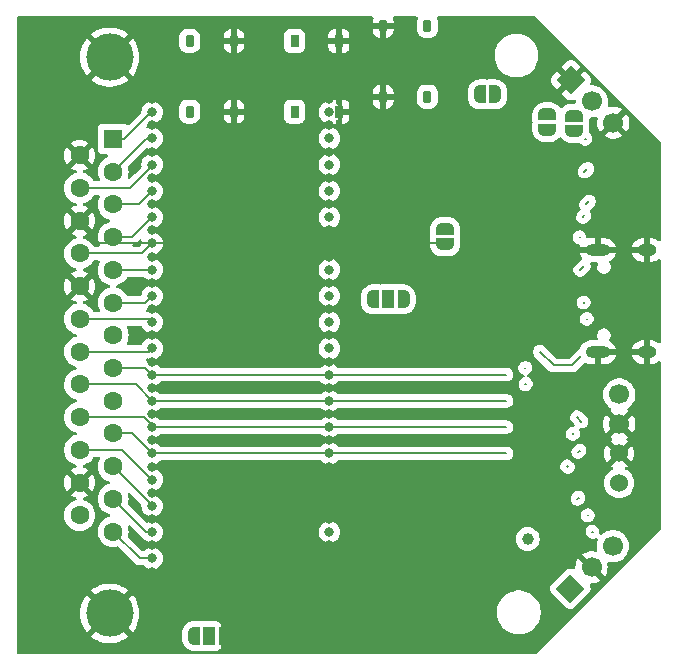
<source format=gbr>
%TF.GenerationSoftware,KiCad,Pcbnew,8.0.2*%
%TF.CreationDate,2024-11-27T18:37:01-06:00*%
%TF.ProjectId,Desktop_50_Pin_TopConn,4465736b-746f-4705-9f35-305f50696e5f,rev?*%
%TF.SameCoordinates,Original*%
%TF.FileFunction,Copper,L4,Bot*%
%TF.FilePolarity,Positive*%
%FSLAX46Y46*%
G04 Gerber Fmt 4.6, Leading zero omitted, Abs format (unit mm)*
G04 Created by KiCad (PCBNEW 8.0.2) date 2024-11-27 18:37:01*
%MOMM*%
%LPD*%
G01*
G04 APERTURE LIST*
G04 Aperture macros list*
%AMRoundRect*
0 Rectangle with rounded corners*
0 $1 Rounding radius*
0 $2 $3 $4 $5 $6 $7 $8 $9 X,Y pos of 4 corners*
0 Add a 4 corners polygon primitive as box body*
4,1,4,$2,$3,$4,$5,$6,$7,$8,$9,$2,$3,0*
0 Add four circle primitives for the rounded corners*
1,1,$1+$1,$2,$3*
1,1,$1+$1,$4,$5*
1,1,$1+$1,$6,$7*
1,1,$1+$1,$8,$9*
0 Add four rect primitives between the rounded corners*
20,1,$1+$1,$2,$3,$4,$5,0*
20,1,$1+$1,$4,$5,$6,$7,0*
20,1,$1+$1,$6,$7,$8,$9,0*
20,1,$1+$1,$8,$9,$2,$3,0*%
%AMHorizOval*
0 Thick line with rounded ends*
0 $1 width*
0 $2 $3 position (X,Y) of the first rounded end (center of the circle)*
0 $4 $5 position (X,Y) of the second rounded end (center of the circle)*
0 Add line between two ends*
20,1,$1,$2,$3,$4,$5,0*
0 Add two circle primitives to create the rounded ends*
1,1,$1,$2,$3*
1,1,$1,$4,$5*%
%AMRotRect*
0 Rectangle, with rotation*
0 The origin of the aperture is its center*
0 $1 length*
0 $2 width*
0 $3 Rotation angle, in degrees counterclockwise*
0 Add horizontal line*
21,1,$1,$2,0,0,$3*%
%AMFreePoly0*
4,1,19,0.500000,-0.750000,0.000000,-0.750000,0.000000,-0.744911,-0.071157,-0.744911,-0.207708,-0.704816,-0.327430,-0.627875,-0.420627,-0.520320,-0.479746,-0.390866,-0.500000,-0.250000,-0.500000,0.250000,-0.479746,0.390866,-0.420627,0.520320,-0.327430,0.627875,-0.207708,0.704816,-0.071157,0.744911,0.000000,0.744911,0.000000,0.750000,0.500000,0.750000,0.500000,-0.750000,0.500000,-0.750000,
$1*%
%AMFreePoly1*
4,1,19,0.000000,0.744911,0.071157,0.744911,0.207708,0.704816,0.327430,0.627875,0.420627,0.520320,0.479746,0.390866,0.500000,0.250000,0.500000,-0.250000,0.479746,-0.390866,0.420627,-0.520320,0.327430,-0.627875,0.207708,-0.704816,0.071157,-0.744911,0.000000,-0.744911,0.000000,-0.750000,-0.500000,-0.750000,-0.500000,0.750000,0.000000,0.750000,0.000000,0.744911,0.000000,0.744911,
$1*%
%AMFreePoly2*
4,1,19,0.550000,-0.750000,0.000000,-0.750000,0.000000,-0.744911,-0.071157,-0.744911,-0.207708,-0.704816,-0.327430,-0.627875,-0.420627,-0.520320,-0.479746,-0.390866,-0.500000,-0.250000,-0.500000,0.250000,-0.479746,0.390866,-0.420627,0.520320,-0.327430,0.627875,-0.207708,0.704816,-0.071157,0.744911,0.000000,0.744911,0.000000,0.750000,0.550000,0.750000,0.550000,-0.750000,0.550000,-0.750000,
$1*%
%AMFreePoly3*
4,1,19,0.000000,0.744911,0.071157,0.744911,0.207708,0.704816,0.327430,0.627875,0.420627,0.520320,0.479746,0.390866,0.500000,0.250000,0.500000,-0.250000,0.479746,-0.390866,0.420627,-0.520320,0.327430,-0.627875,0.207708,-0.704816,0.071157,-0.744911,0.000000,-0.744911,0.000000,-0.750000,-0.550000,-0.750000,-0.550000,0.750000,0.000000,0.750000,0.000000,0.744911,0.000000,0.744911,
$1*%
G04 Aperture macros list end*
%TA.AperFunction,SMDPad,CuDef*%
%ADD10R,0.750000X1.000000*%
%TD*%
%TA.AperFunction,SMDPad,CuDef*%
%ADD11R,0.850000X1.100000*%
%TD*%
%TA.AperFunction,SMDPad,CuDef*%
%ADD12R,0.750000X1.100000*%
%TD*%
%TA.AperFunction,SMDPad,CuDef*%
%ADD13R,1.200000X1.000000*%
%TD*%
%TA.AperFunction,SMDPad,CuDef*%
%ADD14R,1.550000X1.350000*%
%TD*%
%TA.AperFunction,SMDPad,CuDef*%
%ADD15R,1.900000X1.350000*%
%TD*%
%TA.AperFunction,SMDPad,CuDef*%
%ADD16R,1.170000X1.800000*%
%TD*%
%TA.AperFunction,SMDPad,CuDef*%
%ADD17RoundRect,0.187500X0.187500X-0.312500X0.187500X0.312500X-0.187500X0.312500X-0.187500X-0.312500X0*%
%TD*%
%TA.AperFunction,SMDPad,CuDef*%
%ADD18C,1.000000*%
%TD*%
%TA.AperFunction,SMDPad,CuDef*%
%ADD19FreePoly0,180.000000*%
%TD*%
%TA.AperFunction,SMDPad,CuDef*%
%ADD20FreePoly1,180.000000*%
%TD*%
%TA.AperFunction,SMDPad,CuDef*%
%ADD21RoundRect,0.187500X-0.187500X0.312500X-0.187500X-0.312500X0.187500X-0.312500X0.187500X0.312500X0*%
%TD*%
%TA.AperFunction,SMDPad,CuDef*%
%ADD22FreePoly0,90.000000*%
%TD*%
%TA.AperFunction,SMDPad,CuDef*%
%ADD23FreePoly1,90.000000*%
%TD*%
%TA.AperFunction,SMDPad,CuDef*%
%ADD24FreePoly2,180.000000*%
%TD*%
%TA.AperFunction,SMDPad,CuDef*%
%ADD25R,1.000000X1.500000*%
%TD*%
%TA.AperFunction,SMDPad,CuDef*%
%ADD26FreePoly3,180.000000*%
%TD*%
%TA.AperFunction,ComponentPad*%
%ADD27RotRect,1.700000X1.700000X135.000000*%
%TD*%
%TA.AperFunction,ComponentPad*%
%ADD28HorizOval,1.700000X0.000000X0.000000X0.000000X0.000000X0*%
%TD*%
%TA.AperFunction,ComponentPad*%
%ADD29O,2.100000X1.000000*%
%TD*%
%TA.AperFunction,ComponentPad*%
%ADD30O,1.600000X1.000000*%
%TD*%
%TA.AperFunction,ComponentPad*%
%ADD31C,1.700000*%
%TD*%
%TA.AperFunction,ComponentPad*%
%ADD32C,1.524000*%
%TD*%
%TA.AperFunction,SMDPad,CuDef*%
%ADD33FreePoly2,0.000000*%
%TD*%
%TA.AperFunction,SMDPad,CuDef*%
%ADD34FreePoly3,0.000000*%
%TD*%
%TA.AperFunction,ComponentPad*%
%ADD35RotRect,1.700000X1.700000X45.000000*%
%TD*%
%TA.AperFunction,ComponentPad*%
%ADD36HorizOval,1.700000X0.000000X0.000000X0.000000X0.000000X0*%
%TD*%
%TA.AperFunction,ComponentPad*%
%ADD37C,4.000000*%
%TD*%
%TA.AperFunction,ComponentPad*%
%ADD38R,1.600000X1.600000*%
%TD*%
%TA.AperFunction,ComponentPad*%
%ADD39C,1.600000*%
%TD*%
%TA.AperFunction,ViaPad*%
%ADD40C,0.800000*%
%TD*%
%TA.AperFunction,Conductor*%
%ADD41C,0.130000*%
%TD*%
G04 APERTURE END LIST*
D10*
%TO.P,SW2,A*%
%TO.N,GND*%
X15810000Y18938748D03*
%TO.P,SW2,B*%
X15810000Y24938748D03*
%TO.P,SW2,C*%
%TO.N,Net-(R58-Pad2)*%
X12060000Y18938748D03*
%TO.P,SW2,D*%
X12060000Y24938748D03*
%TD*%
D11*
%TO.P,SD1,1,WP*%
%TO.N,unconnected-(SD1-WP-Pad1)*%
X19105000Y-15000000D03*
%TO.P,SD1,2,CD*%
%TO.N,unconnected-(SD1-CD-Pad2)*%
X18005000Y-15000000D03*
%TO.P,SD1,3,DAT1*%
%TO.N,SD_D1*%
X16905000Y-15000000D03*
%TO.P,SD1,4,DAT0/MISO*%
%TO.N,SD_D0_MISO*%
X15805000Y-15000000D03*
%TO.P,SD1,5,GND*%
%TO.N,GND*%
X14705000Y-15000000D03*
%TO.P,SD1,6,CLK*%
%TO.N,SD_CLK*%
X13605000Y-15000000D03*
%TO.P,SD1,7,Vdd*%
%TO.N,+3V3*%
X12505000Y-15000000D03*
D12*
%TO.P,SD1,8,GND*%
%TO.N,GND*%
X11455000Y-15000000D03*
D13*
%TO.P,SD1,9,CMD/MOSI*%
%TO.N,SD_CMD_MOSI*%
X21740000Y-21150000D03*
%TO.P,SD1,10,CD/CS/DAT3*%
%TO.N,SD_D3_CS*%
X21740000Y-24850000D03*
D14*
%TO.P,SD1,11,DAT2*%
%TO.N,SD_D2*%
X21565000Y-15125000D03*
D15*
X18240000Y-25825000D03*
X12270000Y-25825000D03*
D16*
X10245000Y-15350000D03*
%TD*%
D17*
%TO.P,SW3,2,A*%
%TO.N,/piccolo/RUN*%
X3185000Y18938748D03*
X3185000Y24938748D03*
%TO.P,SW3,1,2*%
%TO.N,GND*%
X6935000Y18938748D03*
X6935000Y24938748D03*
%TD*%
D18*
%TO.P,TP1,1,1*%
%TO.N,/piccolo/RUN*%
X31800000Y-17250000D03*
%TD*%
D19*
%TO.P,JP2,1,A*%
%TO.N,Net-(JP2-A)*%
X29050000Y20400000D03*
D20*
%TO.P,JP2,2,B*%
%TO.N,Net-(JP1-A)*%
X27750000Y20400000D03*
%TD*%
D21*
%TO.P,SW1,1,1*%
%TO.N,GND*%
X19554900Y26200800D03*
X19554900Y20200800D03*
%TO.P,SW1,2,A*%
%TO.N,RST*%
X23304900Y26200800D03*
X23304900Y20200800D03*
%TD*%
D22*
%TO.P,J1,1,Pin_1*%
%TO.N,ACK*%
X24800000Y7700000D03*
D23*
%TO.P,J1,2,Pin_2*%
%TO.N,ACKDr*%
X24800000Y9000000D03*
%TD*%
D24*
%TO.P,J13,1,Pin_1*%
%TO.N,Net-(J13-Pin_1)*%
X21300000Y3050000D03*
D25*
%TO.P,J13,2,Pin_2*%
%TO.N,oCD_iSEL*%
X20000000Y3050000D03*
D26*
%TO.P,J13,3,Pin_3*%
%TO.N,Net-(J13-Pin_3)*%
X18700000Y3050000D03*
%TD*%
D27*
%TO.P,J14,1,Pin_1*%
%TO.N,/piccolo/SWCLK*%
X35403949Y-21446051D03*
D28*
%TO.P,J14,2,Pin_2*%
%TO.N,GND*%
X37200000Y-19650000D03*
%TO.P,J14,3,Pin_3*%
%TO.N,/piccolo/SWDIO*%
X38996051Y-17853949D03*
%TD*%
D29*
%TO.P,J12,S1,SHIELD*%
%TO.N,GND*%
X37720000Y-1420000D03*
D30*
X41900000Y-1420000D03*
D29*
X37720000Y7220000D03*
D30*
X41900000Y7220000D03*
%TD*%
D31*
%TO.P,J10,1,5V*%
%TO.N,Net-(D4-A)*%
X39553500Y-5005400D03*
%TO.P,J10,2,GND*%
%TO.N,GND*%
X39553500Y-7505400D03*
D32*
%TO.P,J10,3,GND*%
X39553500Y-10005400D03*
%TO.P,J10,4,12V*%
%TO.N,unconnected-(J10-12V-Pad4)*%
X39553500Y-12505400D03*
%TD*%
D22*
%TO.P,J8,1,Pin_1*%
%TO.N,Net-(D3-K)*%
X35750000Y17300000D03*
D23*
%TO.P,J8,2,Pin_2*%
%TO.N,+5VP*%
X35750000Y18600000D03*
%TD*%
D22*
%TO.P,J7,1,Pin_1*%
%TO.N,+5V*%
X33450000Y17400000D03*
D23*
%TO.P,J7,2,Pin_2*%
%TO.N,Net-(J7-Pin_2)*%
X33450000Y18700000D03*
%TD*%
D33*
%TO.P,J6,1,Pin_1*%
%TO.N,unconnected-(J6-Pin_1-Pad1)*%
X3550000Y-25450000D03*
D25*
%TO.P,J6,2,Pin_2*%
%TO.N,TRM_ON_J*%
X4850000Y-25450000D03*
D34*
%TO.P,J6,3,Pin_3*%
%TO.N,GND*%
X6150000Y-25450000D03*
%TD*%
D35*
%TO.P,J5,1,Pin_1*%
%TO.N,GND*%
X35453949Y21596051D03*
D36*
%TO.P,J5,2,Pin_2*%
%TO.N,Net-(J5-Pin_2)*%
X37250000Y19800000D03*
%TO.P,J5,3,Pin_3*%
%TO.N,GND*%
X39046051Y18003949D03*
%TD*%
D37*
%TO.P,J3,0,PAD*%
%TO.N,GND*%
X-3600000Y23549991D03*
X-3600000Y-23550009D03*
D38*
%TO.P,J3,1,1*%
%TO.N,REQ*%
X-3300000Y16619991D03*
D39*
%TO.P,J3,2,2*%
%TO.N,MSG*%
X-3300000Y13849991D03*
%TO.P,J3,3,3*%
%TO.N,IO*%
X-3300000Y11079991D03*
%TO.P,J3,4,4*%
%TO.N,RST*%
X-3300000Y8309991D03*
%TO.P,J3,5,5*%
%TO.N,ACK*%
X-3300000Y5539991D03*
%TO.P,J3,6,6*%
%TO.N,BSY*%
X-3300000Y2769991D03*
%TO.P,J3,7,7*%
%TO.N,GND*%
X-3300000Y-9D03*
%TO.P,J3,8,8*%
%TO.N,DB0*%
X-3300000Y-2770009D03*
%TO.P,J3,9,9*%
%TO.N,GND*%
X-3300000Y-5540009D03*
%TO.P,J3,10,10*%
%TO.N,DB3*%
X-3300000Y-8310009D03*
%TO.P,J3,11,11*%
%TO.N,DB5*%
X-3300000Y-11080009D03*
%TO.P,J3,12,12*%
%TO.N,DB6*%
X-3300000Y-13850009D03*
%TO.P,J3,13,13*%
%TO.N,DB7*%
X-3300000Y-16620009D03*
%TO.P,J3,14,P14*%
%TO.N,GND*%
X-6140000Y15234991D03*
%TO.P,J3,15,P15*%
%TO.N,CD*%
X-6140000Y12464991D03*
%TO.P,J3,16,P16*%
%TO.N,GND*%
X-6140000Y9694991D03*
%TO.P,J3,17,P17*%
%TO.N,ATN*%
X-6140000Y6924991D03*
%TO.P,J3,18,P18*%
%TO.N,GND*%
X-6140000Y4154991D03*
%TO.P,J3,19,P19*%
%TO.N,SEL*%
X-6140000Y1384991D03*
%TO.P,J3,20,P20*%
%TO.N,DBP*%
X-6140000Y-1385009D03*
%TO.P,J3,21,P21*%
%TO.N,DB1*%
X-6140000Y-4155009D03*
%TO.P,J3,22,P22*%
%TO.N,DB2*%
X-6140000Y-6925009D03*
%TO.P,J3,23,P23*%
%TO.N,DB4*%
X-6140000Y-9695009D03*
%TO.P,J3,24,P24*%
%TO.N,GND*%
X-6140000Y-12465009D03*
%TO.P,J3,25,P25*%
%TO.N,+5V*%
X-6140000Y-15235009D03*
%TD*%
D40*
%TO.N,SEL*%
X15000000Y1111113D03*
%TO.N,REQ*%
X15000000Y18888889D03*
%TO.N,GND*%
X15000000Y-2222220D03*
%TO.N,RST*%
X15000000Y10000001D03*
%TO.N,ACK*%
X15000000Y5555557D03*
%TO.N,GND*%
X15000000Y-11111108D03*
%TO.N,BSY*%
X15000000Y3333335D03*
%TO.N,DB7*%
X15000000Y-16666663D03*
%TO.N,GND*%
X15000000Y2D03*
X15000000Y15555556D03*
%TO.N,MSG*%
X15000000Y16666667D03*
%TO.N,DB2*%
X15000000Y-7777775D03*
%TO.N,GND*%
X15000000Y-20000000D03*
%TO.N,DB3*%
X15000000Y-9999997D03*
%TO.N,GND*%
X15000000Y8888890D03*
X15000000Y11111112D03*
X15000000Y-4444442D03*
%TO.N,DBP*%
X15000000Y-1111109D03*
%TO.N,GND*%
X15000000Y-6666664D03*
X15000000Y7777779D03*
%TO.N,IO*%
X15000000Y12222223D03*
%TO.N,GND*%
X15000000Y-14444441D03*
X15000000Y13333334D03*
X15000000Y2222224D03*
%TO.N,DB1*%
X15000000Y-5555553D03*
%TO.N,GND*%
X15000000Y-15555552D03*
X15000000Y-18888885D03*
X15000000Y-13333330D03*
X15000000Y4444446D03*
X15000000Y6666668D03*
%TO.N,DB0*%
X15000000Y-3333331D03*
%TO.N,CD*%
X15000000Y14444445D03*
%TO.N,GND*%
X15000000Y17777778D03*
X15000000Y-8888886D03*
X15000000Y-17777774D03*
X15000000Y-12222219D03*
X15000000Y20000000D03*
%TO.N,MSG*%
X0Y16666667D03*
%TO.N,GND*%
X0Y11111112D03*
%TO.N,IO*%
X0Y12222223D03*
%TO.N,GND*%
X0Y-20000000D03*
X-9200000Y0D03*
X0Y-8888886D03*
%TO.N,ATN*%
X0Y7777779D03*
%TO.N,DBP*%
X0Y-1111109D03*
%TO.N,DB2*%
X0Y-7777775D03*
%TO.N,DB3*%
X0Y-9999997D03*
%TO.N,DB4*%
X0Y-12222219D03*
%TO.N,DB7*%
X0Y-18888885D03*
%TO.N,GND*%
X0Y20000000D03*
X0Y-17777774D03*
X0Y17777778D03*
%TO.N,CD*%
X0Y14444445D03*
%TO.N,DB0*%
X0Y-3333331D03*
%TO.N,GND*%
X0Y6666668D03*
X0Y-2222220D03*
X0Y2222224D03*
X-50000Y13333334D03*
X0Y15555556D03*
%TO.N,DB5*%
X0Y-14444441D03*
%TO.N,GND*%
X0Y-6666664D03*
X0Y-4444442D03*
X0Y-15555552D03*
X0Y-13333330D03*
%TO.N,DB1*%
X0Y-5555553D03*
%TO.N,GND*%
X0Y4444446D03*
X0Y-11111108D03*
X0Y8888890D03*
X0Y2D03*
%TO.N,DB6*%
X0Y-16666663D03*
%TO.N,REQ*%
X0Y18888889D03*
%TO.N,BSY*%
X0Y3333335D03*
%TO.N,ACK*%
X0Y5555557D03*
%TO.N,RST*%
X0Y10000001D03*
%TO.N,SEL*%
X0Y1111113D03*
%TD*%
D41*
%TO.N,DB0*%
X0Y-3333331D02*
X5100000Y-3333331D01*
X5100000Y-3333331D02*
X30000000Y-3333331D01*
%TO.N,DB2*%
X30000000Y-7777775D02*
X4385000Y-7777775D01*
%TO.N,DB1*%
X0Y-5555553D02*
X5100000Y-5555553D01*
%TO.N,DB3*%
X30000000Y-9999997D02*
X4385000Y-9999997D01*
X0Y-9999997D02*
X4385000Y-9999997D01*
%TO.N,DB2*%
X0Y-7777775D02*
X4385000Y-7777775D01*
%TO.N,DB1*%
X5100000Y-5555553D02*
X30000000Y-5555553D01*
%TO.N,GND*%
X-4637500Y7777779D02*
X25362500Y7777779D01*
%TO.N,MSG*%
X-3300000Y13849991D02*
X-499991Y16650000D01*
X-499991Y16650000D02*
X0Y16650000D01*
%TO.N,REQ*%
X-3300000Y16619991D02*
X-2370000Y16619991D01*
X-2370000Y16619991D02*
X-101102Y18888889D01*
X-101102Y18888889D02*
X0Y18888889D01*
%TO.N,CD*%
X-6140000Y12464991D02*
X-1858795Y12464991D01*
X-1858795Y12464991D02*
X0Y14323786D01*
X0Y14323786D02*
X0Y14444445D01*
%TO.N,IO*%
X-3300000Y11079991D02*
X-1142232Y11079991D01*
X-1142232Y11079991D02*
X0Y12222223D01*
%TO.N,RST*%
X-3300000Y8309991D02*
X-1690010Y8309991D01*
X-1690010Y8309991D02*
X0Y10000001D01*
%TO.N,ATN*%
X-6140000Y6924991D02*
X-852788Y6924991D01*
X-852788Y6924991D02*
X0Y7777779D01*
%TO.N,ACK*%
X-3300000Y5539991D02*
X-15566Y5539991D01*
X-15566Y5539991D02*
X0Y5555557D01*
%TO.N,BSY*%
X-3300000Y2769991D02*
X-563344Y2769991D01*
X-563344Y2769991D02*
X0Y3333335D01*
%TO.N,SEL*%
X-6140000Y1384991D02*
X-273878Y1384991D01*
X-273878Y1384991D02*
X0Y1111113D01*
%TO.N,DBP*%
X-6140000Y-1385009D02*
X-273900Y-1385009D01*
X-273900Y-1385009D02*
X0Y-1111109D01*
%TO.N,DB0*%
X-3300000Y-2770009D02*
X-563322Y-2770009D01*
X-563322Y-2770009D02*
X0Y-3333331D01*
%TO.N,DB1*%
X-6140000Y-4155009D02*
X-1400544Y-4155009D01*
X-1400544Y-4155009D02*
X0Y-5555553D01*
%TO.N,DB2*%
X-6140000Y-6925009D02*
X-682108Y-6925009D01*
X-682108Y-6925009D02*
X0Y-7607117D01*
X0Y-7607117D02*
X0Y-7777775D01*
%TO.N,DB3*%
X-3300000Y-8310009D02*
X-1689988Y-8310009D01*
X-1689988Y-8310009D02*
X0Y-9999997D01*
%TO.N,DB4*%
X-6140000Y-9695009D02*
X-2527210Y-9695009D01*
X-2527210Y-9695009D02*
X0Y-12222219D01*
%TO.N,DB5*%
X-3300000Y-11080009D02*
X0Y-14380009D01*
X0Y-14380009D02*
X0Y-14444441D01*
%TO.N,DB6*%
X-3300000Y-13850009D02*
X-483346Y-16666663D01*
X-483346Y-16666663D02*
X0Y-16666663D01*
%TO.N,DB7*%
X-3300000Y-16620009D02*
X-1031124Y-18888885D01*
X-1031124Y-18888885D02*
X0Y-18888885D01*
X37265000Y-16620009D02*
X37300000Y-16655009D01*
%TO.N,+5V*%
X36880000Y-15235009D02*
X36900000Y-15255009D01*
%TO.N,DB6*%
X36005000Y-13850009D02*
X36100000Y-13755009D01*
%TO.N,GND*%
X36510000Y-12465009D02*
X36550000Y-12505009D01*
%TO.N,DB5*%
X35125000Y-11080009D02*
X35200000Y-11155009D01*
%TO.N,DB4*%
X36075000Y-9880009D02*
X36200000Y-9755009D01*
%TO.N,DB3*%
X35605000Y-8350009D02*
X35650000Y-8305009D01*
%TO.N,DB2*%
X35970000Y-6925009D02*
X36350000Y-7305009D01*
%TO.N,DB1*%
X31600000Y-4155009D02*
X31650000Y-4105009D01*
%TO.N,DB0*%
X31600000Y-2755009D02*
X31585000Y-2770009D01*
%TO.N,DBP*%
X35560000Y-2545009D02*
X36350000Y-1755009D01*
X33984903Y-2545009D02*
X35560000Y-2545009D01*
X32824903Y-1385009D02*
X33984903Y-2545009D01*
%TO.N,SEL*%
X36800000Y1394991D02*
X36790000Y1384991D01*
%TO.N,BSY*%
X36550000Y2794991D02*
X36525000Y2769991D01*
%TO.N,ATN*%
X36470000Y10014991D02*
X36600000Y10144991D01*
%TO.N,ACK*%
X36245000Y5539991D02*
X36550000Y5844991D01*
%TO.N,RST*%
X36185000Y8309991D02*
X36200000Y8294991D01*
%TO.N,IO*%
X36735000Y11079991D02*
X37000000Y11344991D01*
%TO.N,MSG*%
X36605000Y13849991D02*
X36850000Y14094991D01*
%TO.N,Net-(D3-K)*%
X36675000Y16619991D02*
X36700000Y16644991D01*
%TD*%
%TA.AperFunction,Conductor*%
%TO.N,GND*%
G36*
X-4495021Y6331489D02*
G01*
X-4448528Y6277833D01*
X-4438424Y6207559D01*
X-4448947Y6172241D01*
X-4534283Y5989238D01*
X-4534285Y5989232D01*
X-4567368Y5865765D01*
X-4593543Y5768078D01*
X-4613498Y5539991D01*
X-4593543Y5311904D01*
X-4567443Y5214500D01*
X-4534285Y5090751D01*
X-4534283Y5090745D01*
X-4467265Y4947025D01*
X-4437523Y4883242D01*
X-4306198Y4695691D01*
X-4144300Y4533793D01*
X-3956749Y4402468D01*
X-3749243Y4305707D01*
X-3640980Y4276698D01*
X-3580357Y4239746D01*
X-3549336Y4175885D01*
X-3557764Y4105391D01*
X-3602967Y4050644D01*
X-3640979Y4033285D01*
X-3672794Y4024760D01*
X-3749241Y4004276D01*
X-3749247Y4004274D01*
X-3956750Y3907514D01*
X-4144297Y3776192D01*
X-4144303Y3776187D01*
X-4306196Y3614294D01*
X-4306201Y3614288D01*
X-4437523Y3426741D01*
X-4534283Y3219238D01*
X-4534285Y3219232D01*
X-4574836Y3067894D01*
X-4593543Y2998078D01*
X-4613498Y2769991D01*
X-4593543Y2541904D01*
X-4567002Y2442854D01*
X-4534285Y2320751D01*
X-4534283Y2320745D01*
X-4448947Y2137741D01*
X-4438286Y2067549D01*
X-4467266Y2002736D01*
X-4526686Y1963880D01*
X-4563142Y1958491D01*
X-4883387Y1958491D01*
X-4951508Y1978493D01*
X-4997582Y2031242D01*
X-5002477Y2041740D01*
X-5133802Y2229291D01*
X-5295700Y2391189D01*
X-5344243Y2425179D01*
X-5483251Y2522514D01*
X-5690754Y2619274D01*
X-5690760Y2619276D01*
X-5799986Y2648543D01*
X-5860609Y2685495D01*
X-5891630Y2749356D01*
X-5883202Y2819850D01*
X-5837999Y2874597D01*
X-5799986Y2891957D01*
X-5690931Y2921178D01*
X-5690927Y2921180D01*
X-5483503Y3017903D01*
X-5412112Y3067892D01*
X-5412112Y3067894D01*
X-6015052Y3670834D01*
X-5947007Y3689066D01*
X-5832993Y3754892D01*
X-5739901Y3847984D01*
X-5674075Y3961998D01*
X-5655843Y4030043D01*
X-5052903Y3427103D01*
X-5052901Y3427103D01*
X-5002912Y3498494D01*
X-4906189Y3705918D01*
X-4906187Y3705923D01*
X-4846952Y3926989D01*
X-4827005Y4154991D01*
X-4846952Y4382994D01*
X-4906187Y4604060D01*
X-4906189Y4604065D01*
X-5002914Y4811493D01*
X-5052900Y4882881D01*
X-5052902Y4882881D01*
X-5655843Y4279940D01*
X-5674075Y4347984D01*
X-5739901Y4461998D01*
X-5832993Y4555090D01*
X-5947007Y4620916D01*
X-6015053Y4639150D01*
X-5412112Y5242092D01*
X-5412112Y5242093D01*
X-5483499Y5292078D01*
X-5690927Y5388803D01*
X-5690929Y5388804D01*
X-5799987Y5418026D01*
X-5860609Y5454978D01*
X-5891631Y5518839D01*
X-5883202Y5589333D01*
X-5837999Y5644080D01*
X-5799992Y5661438D01*
X-5690757Y5690707D01*
X-5483251Y5787468D01*
X-5295700Y5918793D01*
X-5133802Y6080691D01*
X-5002477Y6268242D01*
X-4997582Y6278741D01*
X-4950666Y6332025D01*
X-4883387Y6351491D01*
X-4563142Y6351491D01*
X-4495021Y6331489D01*
G37*
%TD.AperFunction*%
%TA.AperFunction,Conductor*%
G36*
X-4495021Y11871489D02*
G01*
X-4448528Y11817833D01*
X-4438424Y11747559D01*
X-4448947Y11712241D01*
X-4534283Y11529238D01*
X-4534285Y11529232D01*
X-4581391Y11353430D01*
X-4593543Y11308078D01*
X-4613498Y11079991D01*
X-4593543Y10851904D01*
X-4566478Y10750896D01*
X-4534285Y10630751D01*
X-4534283Y10630745D01*
X-4437523Y10423242D01*
X-4397690Y10366354D01*
X-4306198Y10235691D01*
X-4144300Y10073793D01*
X-3956749Y9942468D01*
X-3749243Y9845707D01*
X-3640980Y9816698D01*
X-3580357Y9779746D01*
X-3549336Y9715885D01*
X-3557764Y9645391D01*
X-3602967Y9590644D01*
X-3640979Y9573285D01*
X-3672794Y9564760D01*
X-3749241Y9544276D01*
X-3749247Y9544274D01*
X-3956750Y9447514D01*
X-4144297Y9316192D01*
X-4144303Y9316187D01*
X-4306196Y9154294D01*
X-4306201Y9154288D01*
X-4437523Y8966741D01*
X-4534283Y8759238D01*
X-4534285Y8759232D01*
X-4564321Y8647135D01*
X-4593543Y8538078D01*
X-4613498Y8309991D01*
X-4593543Y8081904D01*
X-4590219Y8069498D01*
X-4534285Y7860751D01*
X-4534283Y7860745D01*
X-4448947Y7677741D01*
X-4438286Y7607549D01*
X-4467266Y7542736D01*
X-4526686Y7503880D01*
X-4563142Y7498491D01*
X-4883387Y7498491D01*
X-4951508Y7518493D01*
X-4997582Y7571242D01*
X-5002477Y7581740D01*
X-5133802Y7769291D01*
X-5295700Y7931189D01*
X-5398204Y8002963D01*
X-5483251Y8062514D01*
X-5690754Y8159274D01*
X-5690760Y8159276D01*
X-5799986Y8188543D01*
X-5860609Y8225495D01*
X-5891630Y8289356D01*
X-5883202Y8359850D01*
X-5837999Y8414597D01*
X-5799986Y8431957D01*
X-5690931Y8461178D01*
X-5690927Y8461180D01*
X-5483503Y8557903D01*
X-5412112Y8607892D01*
X-5412112Y8607894D01*
X-6015052Y9210834D01*
X-5947007Y9229066D01*
X-5832993Y9294892D01*
X-5739901Y9387984D01*
X-5674075Y9501998D01*
X-5655843Y9570043D01*
X-5052903Y8967103D01*
X-5052901Y8967103D01*
X-5002912Y9038494D01*
X-4906189Y9245918D01*
X-4906187Y9245923D01*
X-4846952Y9466989D01*
X-4827005Y9694991D01*
X-4846952Y9922994D01*
X-4906187Y10144060D01*
X-4906189Y10144065D01*
X-5002914Y10351493D01*
X-5052900Y10422881D01*
X-5052902Y10422881D01*
X-5655843Y9819940D01*
X-5674075Y9887984D01*
X-5739901Y10001998D01*
X-5832993Y10095090D01*
X-5947007Y10160916D01*
X-6015053Y10179150D01*
X-5412112Y10782092D01*
X-5412112Y10782093D01*
X-5483499Y10832078D01*
X-5690927Y10928803D01*
X-5690929Y10928804D01*
X-5799987Y10958026D01*
X-5860609Y10994978D01*
X-5891631Y11058839D01*
X-5883202Y11129333D01*
X-5837999Y11184080D01*
X-5799992Y11201438D01*
X-5690757Y11230707D01*
X-5483251Y11327468D01*
X-5295700Y11458793D01*
X-5133802Y11620691D01*
X-5002477Y11808242D01*
X-4997582Y11818741D01*
X-4950666Y11872025D01*
X-4883387Y11891491D01*
X-4563142Y11891491D01*
X-4495021Y11871489D01*
G37*
%TD.AperFunction*%
%TA.AperFunction,Conductor*%
G36*
X-972740Y8112045D02*
G01*
X-915904Y8069498D01*
X-891093Y8002978D01*
X-893074Y7974299D01*
X-892852Y7974275D01*
X-893504Y7968074D01*
X-893522Y7967810D01*
X-893541Y7967722D01*
X-913504Y7777779D01*
X-913504Y7777776D01*
X-910043Y7744836D01*
X-922817Y7674998D01*
X-946257Y7642575D01*
X-1053434Y7535396D01*
X-1115746Y7501371D01*
X-1142530Y7498491D01*
X-1545671Y7498491D01*
X-1613792Y7518493D01*
X-1660285Y7572149D01*
X-1670389Y7642423D01*
X-1640895Y7707003D01*
X-1581169Y7745387D01*
X-1578326Y7746186D01*
X-1468647Y7775574D01*
X-1337873Y7851077D01*
X-1105865Y8083087D01*
X-1043556Y8117109D01*
X-972740Y8112045D01*
G37*
%TD.AperFunction*%
%TA.AperFunction,Conductor*%
G36*
X18690301Y26974489D02*
G01*
X18736794Y26920833D01*
X18746898Y26850559D01*
X18731615Y26807800D01*
X18731644Y26807787D01*
X18731481Y26807426D01*
X18730010Y26803309D01*
X18728517Y26800840D01*
X18678267Y26639585D01*
X18671900Y26569508D01*
X18671900Y26454800D01*
X20437899Y26454800D01*
X20437899Y26569508D01*
X20431532Y26639584D01*
X20381282Y26800840D01*
X20379790Y26803309D01*
X20379248Y26805359D01*
X20378156Y26807787D01*
X20378559Y26807969D01*
X20361668Y26871953D01*
X20383534Y26939499D01*
X20438447Y26984500D01*
X20487620Y26994491D01*
X22371595Y26994491D01*
X22439716Y26974489D01*
X22486209Y26920833D01*
X22496313Y26850559D01*
X22481110Y26808027D01*
X22481184Y26807994D01*
X22480772Y26807080D01*
X22479424Y26803310D01*
X22478754Y26802202D01*
X22478056Y26801046D01*
X22427771Y26639675D01*
X22427771Y26639674D01*
X22421400Y26569554D01*
X22421400Y25832047D01*
X22427771Y25761927D01*
X22427771Y25761926D01*
X22427771Y25761924D01*
X22427772Y25761921D01*
X22477991Y25600762D01*
X22478056Y25600555D01*
X22565493Y25455915D01*
X22565501Y25455905D01*
X22685004Y25336402D01*
X22685009Y25336398D01*
X22685011Y25336396D01*
X22829655Y25248956D01*
X22991021Y25198672D01*
X23061144Y25192300D01*
X23061146Y25192300D01*
X23548654Y25192300D01*
X23548656Y25192300D01*
X23618779Y25198672D01*
X23780145Y25248956D01*
X23924789Y25336396D01*
X24044304Y25455911D01*
X24131744Y25600555D01*
X24182028Y25761921D01*
X24188400Y25832044D01*
X24188400Y26569556D01*
X24182028Y26639679D01*
X24131744Y26801045D01*
X24130375Y26803309D01*
X24129880Y26805186D01*
X24128616Y26807994D01*
X24129083Y26808205D01*
X24112253Y26871952D01*
X24134118Y26939498D01*
X24189031Y26984499D01*
X24238205Y26994491D01*
X32426892Y26994491D01*
X32495013Y26974489D01*
X32515987Y26957586D01*
X43019197Y16454376D01*
X43053223Y16392064D01*
X43056102Y16365281D01*
X43056102Y8093615D01*
X43036100Y8025494D01*
X42982444Y7979001D01*
X42912170Y7968897D01*
X42847590Y7998391D01*
X42843539Y8002163D01*
X42842557Y8002968D01*
X42677466Y8113278D01*
X42494028Y8189261D01*
X42494023Y8189263D01*
X42299281Y8228000D01*
X42154000Y8228000D01*
X42154000Y7520000D01*
X41646000Y7520000D01*
X41646000Y8228000D01*
X41500718Y8228000D01*
X41305976Y8189263D01*
X41305971Y8189261D01*
X41122533Y8113278D01*
X40957442Y8002968D01*
X40957435Y8002963D01*
X40817037Y7862565D01*
X40817032Y7862558D01*
X40706722Y7697467D01*
X40630739Y7514029D01*
X40630737Y7514024D01*
X40622776Y7474001D01*
X40622776Y7474000D01*
X41439940Y7474000D01*
X41415795Y7460060D01*
X41359940Y7404205D01*
X41320444Y7335796D01*
X41300000Y7259496D01*
X41300000Y7180504D01*
X41320444Y7104204D01*
X41359940Y7035795D01*
X41415795Y6979940D01*
X41439940Y6966000D01*
X40622776Y6966000D01*
X40630737Y6925977D01*
X40630739Y6925972D01*
X40706722Y6742534D01*
X40817032Y6577443D01*
X40817037Y6577436D01*
X40957435Y6437038D01*
X40957442Y6437033D01*
X41122533Y6326723D01*
X41305971Y6250740D01*
X41305976Y6250738D01*
X41500718Y6212001D01*
X41500722Y6212000D01*
X41646000Y6212000D01*
X41646000Y6920000D01*
X42154000Y6920000D01*
X42154000Y6212000D01*
X42299278Y6212000D01*
X42299281Y6212001D01*
X42494023Y6250738D01*
X42494028Y6250740D01*
X42677466Y6326723D01*
X42842557Y6437033D01*
X42847341Y6440958D01*
X42848485Y6439564D01*
X42903319Y6469506D01*
X42974134Y6464441D01*
X43030970Y6421894D01*
X43055781Y6355374D01*
X43056102Y6346385D01*
X43056102Y-546385D01*
X43036100Y-614506D01*
X42982444Y-660999D01*
X42912170Y-671103D01*
X42847590Y-641609D01*
X42843539Y-637837D01*
X42842557Y-637032D01*
X42677466Y-526722D01*
X42494028Y-450739D01*
X42494023Y-450737D01*
X42299281Y-412000D01*
X42154000Y-412000D01*
X42154000Y-1120000D01*
X41646000Y-1120000D01*
X41646000Y-412000D01*
X41500718Y-412000D01*
X41305976Y-450737D01*
X41305971Y-450739D01*
X41122533Y-526722D01*
X40957442Y-637032D01*
X40957435Y-637037D01*
X40817037Y-777435D01*
X40817032Y-777442D01*
X40706722Y-942533D01*
X40630739Y-1125971D01*
X40630737Y-1125976D01*
X40622776Y-1165999D01*
X40622776Y-1166000D01*
X41439940Y-1166000D01*
X41415795Y-1179940D01*
X41359940Y-1235795D01*
X41320444Y-1304204D01*
X41300000Y-1380504D01*
X41300000Y-1459496D01*
X41320444Y-1535796D01*
X41359940Y-1604205D01*
X41415795Y-1660060D01*
X41439940Y-1674000D01*
X40622776Y-1674000D01*
X40630737Y-1714023D01*
X40630739Y-1714028D01*
X40706722Y-1897466D01*
X40817032Y-2062557D01*
X40817037Y-2062564D01*
X40957435Y-2202962D01*
X40957442Y-2202967D01*
X41122533Y-2313277D01*
X41305971Y-2389260D01*
X41305976Y-2389262D01*
X41500718Y-2427999D01*
X41500722Y-2428000D01*
X41646000Y-2428000D01*
X41646000Y-1720000D01*
X42154000Y-1720000D01*
X42154000Y-2428000D01*
X42299278Y-2428000D01*
X42299281Y-2427999D01*
X42494023Y-2389262D01*
X42494028Y-2389260D01*
X42677466Y-2313277D01*
X42842557Y-2202967D01*
X42847341Y-2199042D01*
X42848485Y-2200436D01*
X42903319Y-2170494D01*
X42974134Y-2175559D01*
X43030970Y-2218106D01*
X43055781Y-2284626D01*
X43056102Y-2293615D01*
X43056102Y-16375299D01*
X43036100Y-16443420D01*
X43019197Y-16464394D01*
X32515987Y-26967604D01*
X32453675Y-27001630D01*
X32426892Y-27004509D01*
X-11323500Y-27004509D01*
X-11391621Y-26984507D01*
X-11438114Y-26930851D01*
X-11449500Y-26878509D01*
X-11449500Y-23550002D01*
X-6112959Y-23550002D01*
X-6112959Y-23550015D01*
X-6093146Y-23864953D01*
X-6093144Y-23864970D01*
X-6034011Y-24174951D01*
X-6034008Y-24174964D01*
X-5936491Y-24475088D01*
X-5936487Y-24475097D01*
X-5802125Y-24760631D01*
X-5802118Y-24760645D01*
X-5633031Y-25027084D01*
X-5633029Y-25027087D01*
X-5543958Y-25134755D01*
X-4896633Y-24487430D01*
X-4820412Y-24592339D01*
X-4642330Y-24770421D01*
X-4537424Y-24846640D01*
X-5187478Y-25496695D01*
X-5187478Y-25496697D01*
X-4946518Y-25671765D01*
X-4669966Y-25823801D01*
X-4376540Y-25939977D01*
X-4376534Y-25939979D01*
X-4070897Y-26018453D01*
X-4070870Y-26018458D01*
X-3757805Y-26058007D01*
X-3757786Y-26058009D01*
X-3442214Y-26058009D01*
X-3442196Y-26058007D01*
X-3129131Y-26018458D01*
X-3129104Y-26018453D01*
X-2823467Y-25939979D01*
X-2823461Y-25939977D01*
X-2530035Y-25823801D01*
X-2253488Y-25671768D01*
X-2012524Y-25496697D01*
X-2012524Y-25496695D01*
X-2325442Y-25183777D01*
X2536500Y-25183777D01*
X2536500Y-25715721D01*
X2536585Y-25716512D01*
X2536585Y-25773084D01*
X2555764Y-25906470D01*
X2555764Y-25906475D01*
X2555765Y-25906475D01*
X2557047Y-25915398D01*
X2598223Y-26055626D01*
X2598229Y-26055641D01*
X2657950Y-26186412D01*
X2657953Y-26186417D01*
X2736968Y-26309368D01*
X2736970Y-26309370D01*
X2828213Y-26414672D01*
X2829630Y-26416429D01*
X2831125Y-26418033D01*
X2941584Y-26513745D01*
X3062538Y-26591477D01*
X3195487Y-26652193D01*
X3333442Y-26692700D01*
X3478111Y-26713500D01*
X3478115Y-26713500D01*
X4099994Y-26713500D01*
X4100000Y-26713500D01*
X4173079Y-26708273D01*
X4183119Y-26705325D01*
X4232653Y-26704007D01*
X4232961Y-26701147D01*
X4301350Y-26708499D01*
X4301355Y-26708499D01*
X4301362Y-26708500D01*
X4301368Y-26708500D01*
X5398632Y-26708500D01*
X5398638Y-26708500D01*
X5398645Y-26708499D01*
X5398649Y-26708499D01*
X5459196Y-26701990D01*
X5459199Y-26701989D01*
X5459201Y-26701989D01*
X5461459Y-26701147D01*
X5479604Y-26694379D01*
X5596204Y-26650889D01*
X5713261Y-26563261D01*
X5800889Y-26446204D01*
X5851989Y-26309201D01*
X5858500Y-26248638D01*
X5858500Y-24651362D01*
X5852155Y-24592339D01*
X5851990Y-24590803D01*
X5851988Y-24590795D01*
X5808834Y-24475097D01*
X5800889Y-24453796D01*
X5800888Y-24453794D01*
X5800887Y-24453792D01*
X5713261Y-24336738D01*
X5596207Y-24249112D01*
X5596202Y-24249110D01*
X5459204Y-24198011D01*
X5459196Y-24198009D01*
X5398649Y-24191500D01*
X5398638Y-24191500D01*
X4301362Y-24191500D01*
X4301350Y-24191500D01*
X4232963Y-24198853D01*
X4232904Y-24198311D01*
X4194173Y-24200039D01*
X4134778Y-24191500D01*
X4100000Y-24186500D01*
X3478111Y-24186500D01*
X3395963Y-24198311D01*
X3333440Y-24207300D01*
X3333433Y-24207302D01*
X3195490Y-24247806D01*
X3195487Y-24247807D01*
X3062538Y-24308523D01*
X3062536Y-24308524D01*
X3062530Y-24308527D01*
X2947290Y-24382587D01*
X2945836Y-24383415D01*
X2941577Y-24386259D01*
X2831122Y-24481970D01*
X2736970Y-24590629D01*
X2657953Y-24713582D01*
X2657950Y-24713587D01*
X2601031Y-24838223D01*
X2598746Y-24842591D01*
X2557049Y-24984597D01*
X2557044Y-24984618D01*
X2536585Y-25126915D01*
X2536585Y-25183488D01*
X2536500Y-25183777D01*
X-2325442Y-25183777D01*
X-2662578Y-24846640D01*
X-2557670Y-24770421D01*
X-2379588Y-24592339D01*
X-2303368Y-24487431D01*
X-1656044Y-25134755D01*
X-1566970Y-25027084D01*
X-1566967Y-25027080D01*
X-1397883Y-24760645D01*
X-1397876Y-24760631D01*
X-1263514Y-24475097D01*
X-1263510Y-24475088D01*
X-1165993Y-24174964D01*
X-1165990Y-24174951D01*
X-1106857Y-23864970D01*
X-1106855Y-23864953D01*
X-1087041Y-23550015D01*
X-1087041Y-23550002D01*
X-1100648Y-23333718D01*
X29199500Y-23333718D01*
X29199500Y-23576299D01*
X29231160Y-23816791D01*
X29293944Y-24051104D01*
X29293945Y-24051106D01*
X29293946Y-24051109D01*
X29386776Y-24275221D01*
X29386777Y-24275222D01*
X29386782Y-24275233D01*
X29508061Y-24485294D01*
X29508063Y-24485297D01*
X29508064Y-24485298D01*
X29655735Y-24677747D01*
X29655739Y-24677751D01*
X29655744Y-24677757D01*
X29827251Y-24849264D01*
X29827256Y-24849268D01*
X29827262Y-24849274D01*
X30019711Y-24996945D01*
X30019714Y-24996947D01*
X30229775Y-25118226D01*
X30229779Y-25118227D01*
X30229788Y-25118233D01*
X30453900Y-25211063D01*
X30688211Y-25273847D01*
X30688215Y-25273847D01*
X30688217Y-25273848D01*
X30750202Y-25282008D01*
X30928712Y-25305509D01*
X30928719Y-25305509D01*
X31171281Y-25305509D01*
X31171288Y-25305509D01*
X31388637Y-25276894D01*
X31411782Y-25273848D01*
X31411782Y-25273847D01*
X31411789Y-25273847D01*
X31646100Y-25211063D01*
X31870212Y-25118233D01*
X32080289Y-24996945D01*
X32272738Y-24849274D01*
X32444265Y-24677747D01*
X32591936Y-24485298D01*
X32713224Y-24275221D01*
X32806054Y-24051109D01*
X32868838Y-23816798D01*
X32900500Y-23576297D01*
X32900500Y-23333721D01*
X32868838Y-23093220D01*
X32806054Y-22858909D01*
X32713224Y-22634797D01*
X32713218Y-22634788D01*
X32713217Y-22634784D01*
X32591938Y-22424723D01*
X32591936Y-22424720D01*
X32444265Y-22232271D01*
X32444259Y-22232265D01*
X32444255Y-22232260D01*
X32272748Y-22060753D01*
X32272742Y-22060748D01*
X32272738Y-22060744D01*
X32080289Y-21913073D01*
X32080288Y-21913072D01*
X32080285Y-21913070D01*
X31870224Y-21791791D01*
X31870216Y-21791787D01*
X31870212Y-21791785D01*
X31646100Y-21698955D01*
X31646097Y-21698954D01*
X31646095Y-21698953D01*
X31411782Y-21636169D01*
X31171290Y-21604509D01*
X31171288Y-21604509D01*
X30928712Y-21604509D01*
X30928709Y-21604509D01*
X30688217Y-21636169D01*
X30453904Y-21698953D01*
X30453900Y-21698955D01*
X30279430Y-21771223D01*
X30229786Y-21791786D01*
X30229775Y-21791791D01*
X30019714Y-21913070D01*
X29827262Y-22060744D01*
X29827251Y-22060753D01*
X29655744Y-22232260D01*
X29655735Y-22232271D01*
X29508061Y-22424723D01*
X29386782Y-22634784D01*
X29386777Y-22634795D01*
X29293946Y-22858909D01*
X29293944Y-22858913D01*
X29231160Y-23093226D01*
X29199500Y-23333718D01*
X-1100648Y-23333718D01*
X-1106855Y-23235064D01*
X-1106857Y-23235047D01*
X-1165990Y-22925066D01*
X-1165993Y-22925053D01*
X-1263510Y-22624929D01*
X-1263514Y-22624920D01*
X-1397876Y-22339386D01*
X-1397883Y-22339372D01*
X-1566970Y-22072933D01*
X-1566972Y-22072930D01*
X-1656044Y-21965261D01*
X-2303369Y-22612585D01*
X-2379588Y-22507679D01*
X-2557670Y-22329597D01*
X-2662579Y-22253376D01*
X-2012524Y-21603321D01*
X-2012524Y-21603319D01*
X-2228985Y-21446051D01*
X33688139Y-21446051D01*
X33708948Y-21590785D01*
X33769691Y-21723794D01*
X33807911Y-21771223D01*
X33807916Y-21771228D01*
X33807925Y-21771238D01*
X35078761Y-23042074D01*
X35078770Y-23042082D01*
X35078777Y-23042089D01*
X35126206Y-23080309D01*
X35259215Y-23141052D01*
X35403949Y-23161861D01*
X35548683Y-23141052D01*
X35681692Y-23080309D01*
X35729121Y-23042089D01*
X36999987Y-21771223D01*
X37038207Y-21723794D01*
X37098950Y-21590785D01*
X37119759Y-21446051D01*
X37098950Y-21301317D01*
X37046441Y-21186339D01*
X37036338Y-21116069D01*
X37065831Y-21051488D01*
X37125558Y-21013104D01*
X37161056Y-21008000D01*
X37312523Y-21008000D01*
X37534509Y-20970957D01*
X37534516Y-20970955D01*
X37747369Y-20897883D01*
X37747371Y-20897881D01*
X37945298Y-20790769D01*
X37965688Y-20774898D01*
X37324947Y-20134157D01*
X37392993Y-20115925D01*
X37507007Y-20050099D01*
X37600099Y-19957007D01*
X37665925Y-19842993D01*
X37684157Y-19774947D01*
X38323076Y-20413866D01*
X38323077Y-20413866D01*
X38398419Y-20298548D01*
X38488820Y-20092456D01*
X38488823Y-20092449D01*
X38544067Y-19874292D01*
X38562653Y-19650000D01*
X38544067Y-19425709D01*
X38520048Y-19330859D01*
X38522715Y-19259912D01*
X38563315Y-19201670D01*
X38628958Y-19174624D01*
X38662925Y-19175644D01*
X38883482Y-19212449D01*
X38883487Y-19212449D01*
X39108616Y-19212449D01*
X39108620Y-19212449D01*
X39330686Y-19175393D01*
X39543625Y-19102291D01*
X39741627Y-18995138D01*
X39919291Y-18856855D01*
X40071773Y-18691217D01*
X40194911Y-18502740D01*
X40285347Y-18296565D01*
X40340615Y-18078317D01*
X40359207Y-17853949D01*
X40340615Y-17629581D01*
X40339760Y-17626204D01*
X40285348Y-17411336D01*
X40285347Y-17411335D01*
X40285347Y-17411333D01*
X40194911Y-17205158D01*
X40184633Y-17189426D01*
X40071775Y-17016683D01*
X40071771Y-17016678D01*
X39919288Y-16851040D01*
X39780367Y-16742913D01*
X39741627Y-16712760D01*
X39543625Y-16605607D01*
X39543623Y-16605606D01*
X39543622Y-16605605D01*
X39330690Y-16532506D01*
X39330681Y-16532504D01*
X39286527Y-16525136D01*
X39108620Y-16495449D01*
X38883482Y-16495449D01*
X38735262Y-16520182D01*
X38661420Y-16532504D01*
X38661411Y-16532506D01*
X38448479Y-16605605D01*
X38448477Y-16605607D01*
X38250477Y-16712759D01*
X38250474Y-16712760D01*
X38075471Y-16848971D01*
X38009428Y-16875027D01*
X37939783Y-16861241D01*
X37888646Y-16811991D01*
X37872254Y-16742913D01*
X37873160Y-16733080D01*
X37873497Y-16730514D01*
X37873499Y-16730511D01*
X37873499Y-16579506D01*
X37834417Y-16433646D01*
X37758914Y-16302872D01*
X37758912Y-16302870D01*
X37758908Y-16302865D01*
X37617143Y-16161100D01*
X37617133Y-16161092D01*
X37486367Y-16085594D01*
X37486364Y-16085593D01*
X37486363Y-16085592D01*
X37486361Y-16085591D01*
X37486360Y-16085591D01*
X37447276Y-16075118D01*
X37340503Y-16046509D01*
X37189497Y-16046509D01*
X37111333Y-16067452D01*
X37043639Y-16085591D01*
X37043632Y-16085594D01*
X36912866Y-16161092D01*
X36912856Y-16161100D01*
X36806091Y-16267865D01*
X36806083Y-16267875D01*
X36730585Y-16398641D01*
X36730582Y-16398648D01*
X36722854Y-16427490D01*
X36691500Y-16544506D01*
X36691500Y-16695512D01*
X36704201Y-16742913D01*
X36730582Y-16841369D01*
X36730585Y-16841376D01*
X36806083Y-16972142D01*
X36806091Y-16972152D01*
X36947856Y-17113917D01*
X36947861Y-17113921D01*
X36947863Y-17113923D01*
X36947864Y-17113924D01*
X36947866Y-17113925D01*
X37003745Y-17146187D01*
X37078637Y-17189426D01*
X37224497Y-17228508D01*
X37224499Y-17228508D01*
X37375500Y-17228508D01*
X37375502Y-17228508D01*
X37521362Y-17189426D01*
X37521365Y-17189424D01*
X37521366Y-17189424D01*
X37567262Y-17162926D01*
X37636257Y-17146187D01*
X37703349Y-17169407D01*
X37747237Y-17225213D01*
X37753986Y-17295888D01*
X37745651Y-17322656D01*
X37706755Y-17411330D01*
X37706753Y-17411336D01*
X37651488Y-17629573D01*
X37651487Y-17629579D01*
X37651487Y-17629581D01*
X37636288Y-17813004D01*
X37632895Y-17853949D01*
X37651487Y-18078318D01*
X37675598Y-18173530D01*
X37672930Y-18244477D01*
X37632329Y-18302719D01*
X37566686Y-18329764D01*
X37532714Y-18328743D01*
X37312523Y-18292000D01*
X37087477Y-18292000D01*
X36865490Y-18329042D01*
X36865483Y-18329044D01*
X36652630Y-18402116D01*
X36652628Y-18402118D01*
X36454700Y-18509230D01*
X36454693Y-18509235D01*
X36434311Y-18525099D01*
X36434310Y-18525100D01*
X37075052Y-19165842D01*
X37007007Y-19184075D01*
X36892993Y-19249901D01*
X36799901Y-19342993D01*
X36734075Y-19457007D01*
X36715842Y-19525052D01*
X36076921Y-18886131D01*
X36076920Y-18886132D01*
X36001586Y-19001439D01*
X36001579Y-19001453D01*
X35911179Y-19207543D01*
X35911176Y-19207550D01*
X35855932Y-19425707D01*
X35837346Y-19650000D01*
X35839638Y-19677656D01*
X35825329Y-19747196D01*
X35775696Y-19797961D01*
X35706497Y-19813833D01*
X35661726Y-19802675D01*
X35563198Y-19757679D01*
X35548683Y-19751050D01*
X35403949Y-19730241D01*
X35259214Y-19751050D01*
X35126205Y-19811793D01*
X35078780Y-19850010D01*
X35078761Y-19850027D01*
X33807925Y-21120863D01*
X33807908Y-21120882D01*
X33769691Y-21168307D01*
X33769691Y-21168308D01*
X33708948Y-21301317D01*
X33688139Y-21446051D01*
X-2228985Y-21446051D01*
X-2253487Y-21428249D01*
X-2530035Y-21276216D01*
X-2823461Y-21160040D01*
X-2823467Y-21160038D01*
X-3129104Y-21081564D01*
X-3129131Y-21081559D01*
X-3442196Y-21042010D01*
X-3442214Y-21042009D01*
X-3757786Y-21042009D01*
X-3757805Y-21042010D01*
X-4070870Y-21081559D01*
X-4070897Y-21081564D01*
X-4376534Y-21160038D01*
X-4376540Y-21160040D01*
X-4669966Y-21276216D01*
X-4946514Y-21428249D01*
X-5187478Y-21603319D01*
X-5187478Y-21603321D01*
X-4537423Y-22253376D01*
X-4642330Y-22329597D01*
X-4820412Y-22507679D01*
X-4896633Y-22612586D01*
X-5543958Y-21965261D01*
X-5633028Y-22072930D01*
X-5633031Y-22072933D01*
X-5802118Y-22339372D01*
X-5802125Y-22339386D01*
X-5936487Y-22624920D01*
X-5936491Y-22624929D01*
X-6034008Y-22925053D01*
X-6034011Y-22925066D01*
X-6093144Y-23235047D01*
X-6093146Y-23235064D01*
X-6112959Y-23550002D01*
X-11449500Y-23550002D01*
X-11449500Y12464991D01*
X-7453498Y12464991D01*
X-7433543Y12236905D01*
X-7374285Y12015751D01*
X-7374283Y12015745D01*
X-7277523Y11808242D01*
X-7171182Y11656371D01*
X-7146198Y11620691D01*
X-6984300Y11458793D01*
X-6796749Y11327468D01*
X-6589243Y11230707D01*
X-6480013Y11201439D01*
X-6419392Y11164489D01*
X-6388371Y11100628D01*
X-6396799Y11030133D01*
X-6442002Y10975386D01*
X-6480014Y10958027D01*
X-6589061Y10928808D01*
X-6589074Y10928803D01*
X-6796500Y10832078D01*
X-6867891Y10782091D01*
X-6264949Y10179149D01*
X-6332993Y10160916D01*
X-6447007Y10095090D01*
X-6540099Y10001998D01*
X-6605925Y9887984D01*
X-6624158Y9819940D01*
X-7227100Y10422882D01*
X-7277087Y10351491D01*
X-7373812Y10144065D01*
X-7373814Y10144060D01*
X-7433049Y9922994D01*
X-7452996Y9694991D01*
X-7433049Y9466989D01*
X-7373814Y9245923D01*
X-7373812Y9245918D01*
X-7277087Y9038490D01*
X-7227101Y8967103D01*
X-6624159Y9570045D01*
X-6605925Y9501998D01*
X-6540099Y9387984D01*
X-6447007Y9294892D01*
X-6332993Y9229066D01*
X-6264949Y9210834D01*
X-6867890Y8607893D01*
X-6867890Y8607891D01*
X-6796502Y8557905D01*
X-6589074Y8461180D01*
X-6589070Y8461178D01*
X-6480015Y8431957D01*
X-6419392Y8395005D01*
X-6388371Y8331145D01*
X-6396799Y8260650D01*
X-6442002Y8205903D01*
X-6480014Y8188543D01*
X-6589244Y8159275D01*
X-6589247Y8159274D01*
X-6796750Y8062514D01*
X-6984297Y7931192D01*
X-6984303Y7931187D01*
X-7146196Y7769294D01*
X-7146201Y7769288D01*
X-7277523Y7581741D01*
X-7374283Y7374238D01*
X-7374285Y7374232D01*
X-7426194Y7180504D01*
X-7433543Y7153078D01*
X-7453498Y6924991D01*
X-7443259Y6807953D01*
X-7433543Y6696905D01*
X-7374285Y6475751D01*
X-7374283Y6475745D01*
X-7277523Y6268242D01*
X-7154468Y6092501D01*
X-7146198Y6080691D01*
X-6984300Y5918793D01*
X-6796749Y5787468D01*
X-6589243Y5690707D01*
X-6480013Y5661439D01*
X-6419392Y5624489D01*
X-6388371Y5560628D01*
X-6396799Y5490133D01*
X-6442002Y5435386D01*
X-6480014Y5418027D01*
X-6589061Y5388808D01*
X-6589074Y5388803D01*
X-6796500Y5292078D01*
X-6867891Y5242091D01*
X-6264949Y4639149D01*
X-6332993Y4620916D01*
X-6447007Y4555090D01*
X-6540099Y4461998D01*
X-6605925Y4347984D01*
X-6624158Y4279940D01*
X-7227100Y4882882D01*
X-7277087Y4811491D01*
X-7373812Y4604065D01*
X-7373814Y4604060D01*
X-7433049Y4382994D01*
X-7452996Y4154991D01*
X-7433049Y3926989D01*
X-7373814Y3705923D01*
X-7373812Y3705918D01*
X-7277087Y3498490D01*
X-7227101Y3427103D01*
X-6624159Y4030045D01*
X-6605925Y3961998D01*
X-6540099Y3847984D01*
X-6447007Y3754892D01*
X-6332993Y3689066D01*
X-6264949Y3670834D01*
X-6867890Y3067893D01*
X-6867890Y3067891D01*
X-6796502Y3017905D01*
X-6589074Y2921180D01*
X-6589070Y2921178D01*
X-6480015Y2891957D01*
X-6419392Y2855005D01*
X-6388371Y2791145D01*
X-6396799Y2720650D01*
X-6442002Y2665903D01*
X-6480014Y2648543D01*
X-6589244Y2619275D01*
X-6589247Y2619274D01*
X-6796750Y2522514D01*
X-6984297Y2391192D01*
X-6984303Y2391187D01*
X-7146196Y2229294D01*
X-7146201Y2229288D01*
X-7277523Y2041741D01*
X-7374283Y1834238D01*
X-7374285Y1834232D01*
X-7424168Y1648065D01*
X-7433543Y1613078D01*
X-7453498Y1384991D01*
X-7434132Y1163631D01*
X-7433543Y1156905D01*
X-7374285Y935751D01*
X-7374283Y935745D01*
X-7307265Y792025D01*
X-7277523Y728242D01*
X-7146198Y540691D01*
X-6984300Y378793D01*
X-6796749Y247468D01*
X-6589243Y150707D01*
X-6480980Y121698D01*
X-6420357Y84746D01*
X-6389336Y20885D01*
X-6397764Y-49609D01*
X-6442967Y-104356D01*
X-6480979Y-121715D01*
X-6512794Y-130240D01*
X-6589241Y-150724D01*
X-6589247Y-150726D01*
X-6796750Y-247486D01*
X-6984297Y-378808D01*
X-6984303Y-378813D01*
X-7146196Y-540706D01*
X-7146201Y-540712D01*
X-7277523Y-728259D01*
X-7374283Y-935762D01*
X-7374285Y-935768D01*
X-7421267Y-1111109D01*
X-7433543Y-1156922D01*
X-7453498Y-1385009D01*
X-7434132Y-1606369D01*
X-7433543Y-1613095D01*
X-7374285Y-1834249D01*
X-7374283Y-1834255D01*
X-7277523Y-2041758D01*
X-7152301Y-2220594D01*
X-7146198Y-2229309D01*
X-6984300Y-2391207D01*
X-6796749Y-2522532D01*
X-6589243Y-2619293D01*
X-6480980Y-2648302D01*
X-6420357Y-2685254D01*
X-6389336Y-2749115D01*
X-6397764Y-2819609D01*
X-6442967Y-2874356D01*
X-6480979Y-2891715D01*
X-6512794Y-2900240D01*
X-6589241Y-2920724D01*
X-6589247Y-2920726D01*
X-6796750Y-3017486D01*
X-6984297Y-3148808D01*
X-6984303Y-3148813D01*
X-7146196Y-3310706D01*
X-7146201Y-3310712D01*
X-7277523Y-3498259D01*
X-7374283Y-3705762D01*
X-7374285Y-3705768D01*
X-7417687Y-3867748D01*
X-7433543Y-3926922D01*
X-7453498Y-4155009D01*
X-7434132Y-4376369D01*
X-7433543Y-4383095D01*
X-7374285Y-4604249D01*
X-7374283Y-4604255D01*
X-7277523Y-4811758D01*
X-7172287Y-4962051D01*
X-7146198Y-4999309D01*
X-6984300Y-5161207D01*
X-6796749Y-5292532D01*
X-6589243Y-5389293D01*
X-6480980Y-5418302D01*
X-6420357Y-5455254D01*
X-6389336Y-5519115D01*
X-6397764Y-5589609D01*
X-6442967Y-5644356D01*
X-6480979Y-5661715D01*
X-6512794Y-5670240D01*
X-6589241Y-5690724D01*
X-6589247Y-5690726D01*
X-6796750Y-5787486D01*
X-6984297Y-5918808D01*
X-6984303Y-5918813D01*
X-7146196Y-6080706D01*
X-7146201Y-6080712D01*
X-7277523Y-6268259D01*
X-7374283Y-6475762D01*
X-7374285Y-6475768D01*
X-7412084Y-6616836D01*
X-7433543Y-6696922D01*
X-7453498Y-6925009D01*
X-7433543Y-7153096D01*
X-7409357Y-7243357D01*
X-7374285Y-7374249D01*
X-7374283Y-7374255D01*
X-7277523Y-7581758D01*
X-7149970Y-7763923D01*
X-7146198Y-7769309D01*
X-6984300Y-7931207D01*
X-6796749Y-8062532D01*
X-6589243Y-8159293D01*
X-6480980Y-8188302D01*
X-6420357Y-8225254D01*
X-6389336Y-8289115D01*
X-6397764Y-8359609D01*
X-6442967Y-8414356D01*
X-6480979Y-8431715D01*
X-6512794Y-8440240D01*
X-6589241Y-8460724D01*
X-6589247Y-8460726D01*
X-6796750Y-8557486D01*
X-6984297Y-8688808D01*
X-6984303Y-8688813D01*
X-7146196Y-8850706D01*
X-7146201Y-8850712D01*
X-7277523Y-9038259D01*
X-7374283Y-9245762D01*
X-7374285Y-9245768D01*
X-7407029Y-9367971D01*
X-7433543Y-9466922D01*
X-7453498Y-9695009D01*
X-7433543Y-9923096D01*
X-7411489Y-10005401D01*
X-7374285Y-10144249D01*
X-7374283Y-10144255D01*
X-7277523Y-10351758D01*
X-7169942Y-10505400D01*
X-7146198Y-10539309D01*
X-6984300Y-10701207D01*
X-6796749Y-10832532D01*
X-6589243Y-10929293D01*
X-6480013Y-10958561D01*
X-6419392Y-10995511D01*
X-6388371Y-11059372D01*
X-6396799Y-11129867D01*
X-6442002Y-11184614D01*
X-6480014Y-11201973D01*
X-6589061Y-11231192D01*
X-6589074Y-11231197D01*
X-6796500Y-11327922D01*
X-6867891Y-11377909D01*
X-6264949Y-11980851D01*
X-6332993Y-11999084D01*
X-6447007Y-12064910D01*
X-6540099Y-12158002D01*
X-6605925Y-12272016D01*
X-6624158Y-12340060D01*
X-7227100Y-11737118D01*
X-7277087Y-11808509D01*
X-7373812Y-12015935D01*
X-7373814Y-12015940D01*
X-7433049Y-12237006D01*
X-7452996Y-12465009D01*
X-7433049Y-12693011D01*
X-7373814Y-12914077D01*
X-7373812Y-12914082D01*
X-7277087Y-13121510D01*
X-7227101Y-13192897D01*
X-6624159Y-12589955D01*
X-6605925Y-12658002D01*
X-6540099Y-12772016D01*
X-6447007Y-12865108D01*
X-6332993Y-12930934D01*
X-6264949Y-12949166D01*
X-6867890Y-13552107D01*
X-6867890Y-13552109D01*
X-6796502Y-13602095D01*
X-6589074Y-13698820D01*
X-6589070Y-13698822D01*
X-6480015Y-13728043D01*
X-6419392Y-13764995D01*
X-6388371Y-13828855D01*
X-6396799Y-13899350D01*
X-6442002Y-13954097D01*
X-6480014Y-13971457D01*
X-6589244Y-14000725D01*
X-6589247Y-14000726D01*
X-6796750Y-14097486D01*
X-6984297Y-14228808D01*
X-6984303Y-14228813D01*
X-7146196Y-14390706D01*
X-7146201Y-14390712D01*
X-7277523Y-14578259D01*
X-7374283Y-14785762D01*
X-7374285Y-14785768D01*
X-7426700Y-14981382D01*
X-7433543Y-15006922D01*
X-7453498Y-15235009D01*
X-7434132Y-15456369D01*
X-7433543Y-15463095D01*
X-7374285Y-15684249D01*
X-7374283Y-15684255D01*
X-7307017Y-15828507D01*
X-7277523Y-15891758D01*
X-7146198Y-16079309D01*
X-6984300Y-16241207D01*
X-6796749Y-16372532D01*
X-6589243Y-16469293D01*
X-6368087Y-16528552D01*
X-6140000Y-16548507D01*
X-5911913Y-16528552D01*
X-5690757Y-16469293D01*
X-5483251Y-16372532D01*
X-5295700Y-16241207D01*
X-5133802Y-16079309D01*
X-5002477Y-15891758D01*
X-4905716Y-15684252D01*
X-4846457Y-15463096D01*
X-4826502Y-15235009D01*
X-4846457Y-15006922D01*
X-4905716Y-14785766D01*
X-5002477Y-14578260D01*
X-5133802Y-14390709D01*
X-5295700Y-14228811D01*
X-5483251Y-14097486D01*
X-5539259Y-14071369D01*
X-5690754Y-14000726D01*
X-5690760Y-14000724D01*
X-5799986Y-13971457D01*
X-5860609Y-13934505D01*
X-5891630Y-13870644D01*
X-5883202Y-13800150D01*
X-5837999Y-13745403D01*
X-5799986Y-13728043D01*
X-5690931Y-13698822D01*
X-5690927Y-13698820D01*
X-5483503Y-13602097D01*
X-5412112Y-13552108D01*
X-5412112Y-13552106D01*
X-6015052Y-12949166D01*
X-5947007Y-12930934D01*
X-5832993Y-12865108D01*
X-5739901Y-12772016D01*
X-5674075Y-12658002D01*
X-5655843Y-12589957D01*
X-5052903Y-13192897D01*
X-5052901Y-13192897D01*
X-5002912Y-13121506D01*
X-4906189Y-12914082D01*
X-4906187Y-12914077D01*
X-4846952Y-12693011D01*
X-4827005Y-12465009D01*
X-4846952Y-12237006D01*
X-4906187Y-12015940D01*
X-4906189Y-12015935D01*
X-5002914Y-11808507D01*
X-5052900Y-11737119D01*
X-5052902Y-11737119D01*
X-5655843Y-12340060D01*
X-5674075Y-12272016D01*
X-5739901Y-12158002D01*
X-5832993Y-12064910D01*
X-5947007Y-11999084D01*
X-6015053Y-11980850D01*
X-5412112Y-11377908D01*
X-5412112Y-11377907D01*
X-5483499Y-11327922D01*
X-5690927Y-11231197D01*
X-5690929Y-11231196D01*
X-5799987Y-11201974D01*
X-5860609Y-11165022D01*
X-5891631Y-11101161D01*
X-5883202Y-11030667D01*
X-5837999Y-10975920D01*
X-5799992Y-10958562D01*
X-5690757Y-10929293D01*
X-5483251Y-10832532D01*
X-5295700Y-10701207D01*
X-5133802Y-10539309D01*
X-5002477Y-10351758D01*
X-4997582Y-10341259D01*
X-4950666Y-10287975D01*
X-4883387Y-10268509D01*
X-4563142Y-10268509D01*
X-4495021Y-10288511D01*
X-4448528Y-10342167D01*
X-4438424Y-10412441D01*
X-4448947Y-10447759D01*
X-4534283Y-10630762D01*
X-4534285Y-10630768D01*
X-4577250Y-10791115D01*
X-4593543Y-10851922D01*
X-4613498Y-11080009D01*
X-4593543Y-11308096D01*
X-4568673Y-11400910D01*
X-4534285Y-11529249D01*
X-4534283Y-11529255D01*
X-4461530Y-11685275D01*
X-4437523Y-11736758D01*
X-4306198Y-11924309D01*
X-4144300Y-12086207D01*
X-3956749Y-12217532D01*
X-3749243Y-12314293D01*
X-3640980Y-12343302D01*
X-3580357Y-12380254D01*
X-3549336Y-12444115D01*
X-3557764Y-12514609D01*
X-3602967Y-12569356D01*
X-3640979Y-12586715D01*
X-3667325Y-12593775D01*
X-3749241Y-12615724D01*
X-3749247Y-12615726D01*
X-3956750Y-12712486D01*
X-4144297Y-12843808D01*
X-4144303Y-12843813D01*
X-4306196Y-13005706D01*
X-4306201Y-13005712D01*
X-4437523Y-13193259D01*
X-4534283Y-13400762D01*
X-4534285Y-13400768D01*
X-4593542Y-13621918D01*
X-4593543Y-13621922D01*
X-4613498Y-13850009D01*
X-4594132Y-14071369D01*
X-4593543Y-14078095D01*
X-4534285Y-14299249D01*
X-4534283Y-14299255D01*
X-4466582Y-14444440D01*
X-4437523Y-14506758D01*
X-4306198Y-14694309D01*
X-4144300Y-14856207D01*
X-3956749Y-14987532D01*
X-3749243Y-15084293D01*
X-3640980Y-15113302D01*
X-3580357Y-15150254D01*
X-3549336Y-15214115D01*
X-3557764Y-15284609D01*
X-3602967Y-15339356D01*
X-3640979Y-15356715D01*
X-3672794Y-15365240D01*
X-3749241Y-15385724D01*
X-3749247Y-15385726D01*
X-3956750Y-15482486D01*
X-4144297Y-15613808D01*
X-4144303Y-15613813D01*
X-4306196Y-15775706D01*
X-4306201Y-15775712D01*
X-4437523Y-15963259D01*
X-4534283Y-16170762D01*
X-4534285Y-16170768D01*
X-4567602Y-16295108D01*
X-4593543Y-16391922D01*
X-4613498Y-16620009D01*
X-4593543Y-16848096D01*
X-4560305Y-16972142D01*
X-4534285Y-17069249D01*
X-4534283Y-17069255D01*
X-4437523Y-17276758D01*
X-4343295Y-17411330D01*
X-4306198Y-17464309D01*
X-4144300Y-17626207D01*
X-3956749Y-17757532D01*
X-3749243Y-17854293D01*
X-3528087Y-17913552D01*
X-3300000Y-17933507D01*
X-3071913Y-17913552D01*
X-2941537Y-17878617D01*
X-2870563Y-17880306D01*
X-2819832Y-17911228D01*
X-1490038Y-19241022D01*
X-1383261Y-19347799D01*
X-1252487Y-19423302D01*
X-1106627Y-19462385D01*
X-762224Y-19462385D01*
X-694103Y-19482387D01*
X-668588Y-19504075D01*
X-611256Y-19567749D01*
X-611253Y-19567751D01*
X-456752Y-19680003D01*
X-282288Y-19757679D01*
X-95487Y-19797385D01*
X95487Y-19797385D01*
X282288Y-19757679D01*
X456752Y-19680003D01*
X611253Y-19567751D01*
X706125Y-19462385D01*
X739034Y-19425836D01*
X739035Y-19425834D01*
X739040Y-19425829D01*
X834527Y-19260441D01*
X893542Y-19078813D01*
X913504Y-18888885D01*
X893542Y-18698957D01*
X834527Y-18517329D01*
X739040Y-18351941D01*
X739038Y-18351939D01*
X739034Y-18351933D01*
X611255Y-18210020D01*
X456752Y-18097767D01*
X282288Y-18020091D01*
X95487Y-17980385D01*
X-95487Y-17980385D01*
X-282289Y-18020091D01*
X-456753Y-18097767D01*
X-611254Y-18210019D01*
X-658714Y-18262729D01*
X-719160Y-18299968D01*
X-790144Y-18298616D01*
X-841445Y-18267513D01*
X-2008781Y-17100177D01*
X-2042807Y-17037865D01*
X-2041393Y-16978472D01*
X-2006457Y-16848096D01*
X-1986502Y-16620009D01*
X-2006457Y-16391922D01*
X-2044822Y-16248743D01*
X-2043132Y-16177770D01*
X-2003338Y-16118974D01*
X-1938074Y-16091026D01*
X-1868060Y-16102799D01*
X-1834020Y-16127040D01*
X-942260Y-17018800D01*
X-835483Y-17125577D01*
X-835482Y-17125578D01*
X-835480Y-17125579D01*
X-787634Y-17153203D01*
X-741518Y-17199317D01*
X-739045Y-17203600D01*
X-739037Y-17203611D01*
X-611256Y-17345527D01*
X-611253Y-17345529D01*
X-456752Y-17457781D01*
X-282288Y-17535457D01*
X-95487Y-17575163D01*
X95487Y-17575163D01*
X282288Y-17535457D01*
X456752Y-17457781D01*
X611253Y-17345529D01*
X719586Y-17225213D01*
X739034Y-17203614D01*
X739036Y-17203611D01*
X739040Y-17203607D01*
X834527Y-17038219D01*
X893542Y-16856591D01*
X913504Y-16666663D01*
X14086496Y-16666663D01*
X14106457Y-16856590D01*
X14136526Y-16949133D01*
X14165473Y-17038219D01*
X14165476Y-17038224D01*
X14260958Y-17203604D01*
X14260965Y-17203614D01*
X14388744Y-17345527D01*
X14388747Y-17345529D01*
X14543248Y-17457781D01*
X14717712Y-17535457D01*
X14904513Y-17575163D01*
X15095487Y-17575163D01*
X15282288Y-17535457D01*
X15456752Y-17457781D01*
X15611253Y-17345529D01*
X15697271Y-17249996D01*
X30786620Y-17249996D01*
X30786620Y-17250003D01*
X30806090Y-17447694D01*
X30806091Y-17447700D01*
X30806092Y-17447701D01*
X30863759Y-17637804D01*
X30957405Y-17813004D01*
X31083432Y-17966568D01*
X31236996Y-18092595D01*
X31412196Y-18186241D01*
X31602299Y-18243908D01*
X31602303Y-18243908D01*
X31602305Y-18243909D01*
X31799997Y-18263380D01*
X31800000Y-18263380D01*
X31800003Y-18263380D01*
X31997694Y-18243909D01*
X31997695Y-18243908D01*
X31997701Y-18243908D01*
X32187804Y-18186241D01*
X32363004Y-18092595D01*
X32516568Y-17966568D01*
X32642595Y-17813004D01*
X32736241Y-17637804D01*
X32793908Y-17447701D01*
X32797491Y-17411330D01*
X32813380Y-17250003D01*
X32813380Y-17249996D01*
X32793909Y-17052305D01*
X32793908Y-17052303D01*
X32793908Y-17052299D01*
X32736241Y-16862196D01*
X32642595Y-16686996D01*
X32516568Y-16533432D01*
X32363004Y-16407405D01*
X32187804Y-16313759D01*
X31997701Y-16256092D01*
X31997700Y-16256091D01*
X31997694Y-16256090D01*
X31800003Y-16236620D01*
X31799997Y-16236620D01*
X31602305Y-16256090D01*
X31412195Y-16313759D01*
X31236995Y-16407405D01*
X31083432Y-16533432D01*
X30957405Y-16686995D01*
X30863759Y-16862195D01*
X30806090Y-17052305D01*
X30786620Y-17249996D01*
X15697271Y-17249996D01*
X15719586Y-17225213D01*
X15739034Y-17203614D01*
X15739036Y-17203611D01*
X15739040Y-17203607D01*
X15834527Y-17038219D01*
X15893542Y-16856591D01*
X15913504Y-16666663D01*
X15893542Y-16476735D01*
X15834527Y-16295107D01*
X15739040Y-16129719D01*
X15739038Y-16129717D01*
X15739034Y-16129711D01*
X15611255Y-15987798D01*
X15456752Y-15875545D01*
X15282288Y-15797869D01*
X15095487Y-15758163D01*
X14904513Y-15758163D01*
X14717711Y-15797869D01*
X14543247Y-15875545D01*
X14388744Y-15987798D01*
X14260965Y-16129711D01*
X14260958Y-16129721D01*
X14187998Y-16256092D01*
X14165473Y-16295107D01*
X14162950Y-16302872D01*
X14106457Y-16476735D01*
X14086496Y-16666663D01*
X913504Y-16666663D01*
X893542Y-16476735D01*
X834527Y-16295107D01*
X739040Y-16129719D01*
X739038Y-16129717D01*
X739034Y-16129711D01*
X611255Y-15987798D01*
X456752Y-15875545D01*
X282288Y-15797869D01*
X95487Y-15758163D01*
X-95487Y-15758163D01*
X-282291Y-15797869D01*
X-382252Y-15842375D01*
X-452619Y-15851809D01*
X-516916Y-15821702D01*
X-522595Y-15816363D01*
X-2008781Y-14330177D01*
X-2042807Y-14267865D01*
X-2041393Y-14208472D01*
X-2006457Y-14078096D01*
X-1986502Y-13850009D01*
X-2006457Y-13621922D01*
X-2009682Y-13609888D01*
X-2012765Y-13598381D01*
X-2044821Y-13478746D01*
X-2043132Y-13407771D01*
X-2003338Y-13348975D01*
X-1938074Y-13321027D01*
X-1868061Y-13332800D01*
X-1834020Y-13357041D01*
X-940130Y-14250931D01*
X-906104Y-14313243D01*
X-903915Y-14353195D01*
X-913504Y-14444440D01*
X-893543Y-14634368D01*
X-874066Y-14694309D01*
X-834527Y-14815997D01*
X-834524Y-14816002D01*
X-739042Y-14981382D01*
X-739035Y-14981392D01*
X-611256Y-15123305D01*
X-611253Y-15123307D01*
X-456752Y-15235559D01*
X-282288Y-15313235D01*
X-95487Y-15352941D01*
X95487Y-15352941D01*
X282288Y-15313235D01*
X456752Y-15235559D01*
X561430Y-15159506D01*
X36306500Y-15159506D01*
X36306500Y-15310512D01*
X36335109Y-15417285D01*
X36345582Y-15456369D01*
X36345585Y-15456376D01*
X36421083Y-15587142D01*
X36421091Y-15587152D01*
X36547856Y-15713917D01*
X36547861Y-15713921D01*
X36547863Y-15713923D01*
X36678637Y-15789426D01*
X36824497Y-15828508D01*
X36824499Y-15828508D01*
X36975501Y-15828508D01*
X36975503Y-15828508D01*
X37121362Y-15789426D01*
X37121365Y-15789424D01*
X37121366Y-15789424D01*
X37186749Y-15751674D01*
X37252137Y-15713923D01*
X37358914Y-15607146D01*
X37434417Y-15476371D01*
X37473499Y-15330512D01*
X37473499Y-15179506D01*
X37434417Y-15033646D01*
X37358914Y-14902872D01*
X37358912Y-14902870D01*
X37358908Y-14902865D01*
X37232143Y-14776100D01*
X37232133Y-14776092D01*
X37101367Y-14700594D01*
X37101364Y-14700593D01*
X37101363Y-14700592D01*
X37101361Y-14700591D01*
X37101360Y-14700591D01*
X37062276Y-14690118D01*
X36955503Y-14661509D01*
X36804497Y-14661509D01*
X36726333Y-14682452D01*
X36658639Y-14700591D01*
X36658632Y-14700594D01*
X36527866Y-14776092D01*
X36527856Y-14776100D01*
X36421091Y-14882865D01*
X36421083Y-14882875D01*
X36345585Y-15013641D01*
X36345582Y-15013648D01*
X36320804Y-15106119D01*
X36306500Y-15159506D01*
X561430Y-15159506D01*
X611253Y-15123307D01*
X641433Y-15089789D01*
X739034Y-14981392D01*
X739035Y-14981390D01*
X739040Y-14981385D01*
X834527Y-14815997D01*
X893542Y-14634369D01*
X913504Y-14444441D01*
X893542Y-14254513D01*
X834527Y-14072885D01*
X739040Y-13907497D01*
X739038Y-13907495D01*
X739034Y-13907489D01*
X619296Y-13774506D01*
X35431500Y-13774506D01*
X35431500Y-13925512D01*
X35460109Y-14032285D01*
X35470582Y-14071369D01*
X35470585Y-14071376D01*
X35546083Y-14202142D01*
X35546091Y-14202152D01*
X35652856Y-14308917D01*
X35652861Y-14308921D01*
X35652863Y-14308923D01*
X35652864Y-14308924D01*
X35652866Y-14308925D01*
X35729544Y-14353195D01*
X35783637Y-14384426D01*
X35929497Y-14423509D01*
X35929499Y-14423509D01*
X36080501Y-14423509D01*
X36080503Y-14423509D01*
X36226363Y-14384426D01*
X36357137Y-14308923D01*
X36558914Y-14107146D01*
X36634417Y-13976372D01*
X36673499Y-13830512D01*
X36673499Y-13679506D01*
X36634417Y-13533647D01*
X36634415Y-13533644D01*
X36634415Y-13533642D01*
X36558916Y-13402875D01*
X36558908Y-13402865D01*
X36452143Y-13296100D01*
X36452133Y-13296092D01*
X36321366Y-13220593D01*
X36219355Y-13193260D01*
X36175503Y-13181510D01*
X36024497Y-13181510D01*
X35878640Y-13220591D01*
X35878632Y-13220594D01*
X35747866Y-13296092D01*
X35747856Y-13296100D01*
X35546091Y-13497865D01*
X35546083Y-13497875D01*
X35470585Y-13628641D01*
X35470582Y-13628648D01*
X35456955Y-13679506D01*
X35431500Y-13774506D01*
X619296Y-13774506D01*
X611255Y-13765576D01*
X456752Y-13653323D01*
X282288Y-13575647D01*
X95487Y-13535941D01*
X19174Y-13535941D01*
X-48947Y-13515939D01*
X-69921Y-13499036D01*
X-229977Y-13338980D01*
X-264003Y-13276668D01*
X-258938Y-13205853D01*
X-216391Y-13149017D01*
X-149871Y-13124206D01*
X-114683Y-13126639D01*
X-95490Y-13130719D01*
X-95487Y-13130719D01*
X95487Y-13130719D01*
X282288Y-13091013D01*
X456752Y-13013337D01*
X611253Y-12901085D01*
X662823Y-12843811D01*
X739034Y-12759170D01*
X739035Y-12759168D01*
X739040Y-12759163D01*
X834527Y-12593775D01*
X893542Y-12412147D01*
X913504Y-12222219D01*
X893542Y-12032291D01*
X834527Y-11850663D01*
X739040Y-11685275D01*
X739038Y-11685273D01*
X739034Y-11685267D01*
X611255Y-11543354D01*
X456752Y-11431101D01*
X282288Y-11353425D01*
X95487Y-11313719D01*
X-45258Y-11313719D01*
X-113379Y-11293717D01*
X-134353Y-11276814D01*
X-311802Y-11099365D01*
X-345828Y-11037053D01*
X-343500Y-11004506D01*
X34551500Y-11004506D01*
X34551500Y-11155512D01*
X34571780Y-11231197D01*
X34590582Y-11301369D01*
X34590585Y-11301376D01*
X34666083Y-11432142D01*
X34666091Y-11432152D01*
X34847856Y-11613917D01*
X34847861Y-11613921D01*
X34847863Y-11613923D01*
X34978637Y-11689426D01*
X35124497Y-11728509D01*
X35124499Y-11728509D01*
X35275501Y-11728509D01*
X35275503Y-11728509D01*
X35421363Y-11689426D01*
X35552137Y-11613923D01*
X35658914Y-11507146D01*
X35734417Y-11376372D01*
X35773500Y-11230512D01*
X35773500Y-11079506D01*
X35734417Y-10933646D01*
X35687233Y-10851922D01*
X35658916Y-10802875D01*
X35658908Y-10802865D01*
X35477143Y-10621100D01*
X35477133Y-10621092D01*
X35346367Y-10545594D01*
X35346364Y-10545593D01*
X35346363Y-10545592D01*
X35346361Y-10545591D01*
X35346360Y-10545591D01*
X35304635Y-10534411D01*
X35200503Y-10506509D01*
X35049497Y-10506509D01*
X34971333Y-10527452D01*
X34903639Y-10545591D01*
X34903632Y-10545594D01*
X34772866Y-10621092D01*
X34772856Y-10621100D01*
X34666091Y-10727865D01*
X34666083Y-10727875D01*
X34590585Y-10858641D01*
X34590582Y-10858648D01*
X34583631Y-10884591D01*
X34551500Y-11004506D01*
X-343500Y-11004506D01*
X-340763Y-10966238D01*
X-298216Y-10909402D01*
X-231696Y-10884591D01*
X-196509Y-10887024D01*
X-95491Y-10908497D01*
X-95487Y-10908497D01*
X95487Y-10908497D01*
X282288Y-10868791D01*
X456752Y-10791115D01*
X611253Y-10678863D01*
X643702Y-10642825D01*
X668588Y-10615187D01*
X729034Y-10577947D01*
X762224Y-10573497D01*
X4309497Y-10573497D01*
X14237776Y-10573497D01*
X14305897Y-10593499D01*
X14331412Y-10615187D01*
X14388744Y-10678861D01*
X14426102Y-10706003D01*
X14543248Y-10791115D01*
X14717712Y-10868791D01*
X14904513Y-10908497D01*
X15095487Y-10908497D01*
X15282288Y-10868791D01*
X15456752Y-10791115D01*
X15611253Y-10678863D01*
X15643702Y-10642825D01*
X15668588Y-10615187D01*
X15729034Y-10577947D01*
X15762224Y-10573497D01*
X30075501Y-10573497D01*
X30075503Y-10573497D01*
X30221363Y-10534414D01*
X30352137Y-10458911D01*
X30458914Y-10352134D01*
X30534417Y-10221360D01*
X30573500Y-10075500D01*
X30573500Y-9924494D01*
X30541349Y-9804506D01*
X35501500Y-9804506D01*
X35501500Y-9955512D01*
X35514868Y-10005401D01*
X35540582Y-10101369D01*
X35540585Y-10101376D01*
X35616083Y-10232142D01*
X35616091Y-10232152D01*
X35722856Y-10338917D01*
X35722860Y-10338920D01*
X35722863Y-10338923D01*
X35722864Y-10338924D01*
X35722866Y-10338925D01*
X35745099Y-10351761D01*
X35853637Y-10414426D01*
X35999497Y-10453509D01*
X35999499Y-10453509D01*
X36150501Y-10453509D01*
X36150503Y-10453509D01*
X36296363Y-10414426D01*
X36427137Y-10338923D01*
X36658915Y-10107146D01*
X36734417Y-9976371D01*
X36773500Y-9830512D01*
X36773500Y-9679506D01*
X36734417Y-9533646D01*
X36734415Y-9533643D01*
X36734415Y-9533641D01*
X36658917Y-9402875D01*
X36658909Y-9402865D01*
X36552143Y-9296099D01*
X36552133Y-9296091D01*
X36421367Y-9220593D01*
X36377649Y-9208879D01*
X36275503Y-9181509D01*
X36124497Y-9181509D01*
X36035228Y-9205428D01*
X35978633Y-9220593D01*
X35847866Y-9296091D01*
X35847860Y-9296096D01*
X35616088Y-9527869D01*
X35616083Y-9527875D01*
X35540585Y-9658641D01*
X35540582Y-9658648D01*
X35529933Y-9698393D01*
X35501500Y-9804506D01*
X30541349Y-9804506D01*
X30534417Y-9778634D01*
X30511986Y-9739784D01*
X30458916Y-9647863D01*
X30458908Y-9647853D01*
X30352143Y-9541088D01*
X30352133Y-9541080D01*
X30221367Y-9465582D01*
X30221364Y-9465581D01*
X30221363Y-9465580D01*
X30221361Y-9465579D01*
X30221360Y-9465579D01*
X30182276Y-9455106D01*
X30075503Y-9426497D01*
X30075501Y-9426497D01*
X15762224Y-9426497D01*
X15694103Y-9406495D01*
X15668588Y-9384807D01*
X15611255Y-9321132D01*
X15456752Y-9208879D01*
X15282288Y-9131203D01*
X15095487Y-9091497D01*
X14904513Y-9091497D01*
X14717711Y-9131203D01*
X14543247Y-9208879D01*
X14388744Y-9321132D01*
X14331412Y-9384807D01*
X14270966Y-9422047D01*
X14237776Y-9426497D01*
X762224Y-9426497D01*
X694103Y-9406495D01*
X668588Y-9384807D01*
X611255Y-9321132D01*
X456752Y-9208879D01*
X282288Y-9131203D01*
X95487Y-9091497D01*
X-45259Y-9091497D01*
X-113380Y-9071495D01*
X-134354Y-9054592D01*
X-311803Y-8877143D01*
X-345829Y-8814831D01*
X-340764Y-8744016D01*
X-298217Y-8687180D01*
X-231697Y-8662369D01*
X-196510Y-8664802D01*
X-95491Y-8686275D01*
X-95487Y-8686275D01*
X95487Y-8686275D01*
X282288Y-8646569D01*
X456752Y-8568893D01*
X611253Y-8456641D01*
X639282Y-8425512D01*
X668588Y-8392965D01*
X729034Y-8355725D01*
X762224Y-8351275D01*
X4309497Y-8351275D01*
X14237776Y-8351275D01*
X14305897Y-8371277D01*
X14331412Y-8392965D01*
X14388744Y-8456639D01*
X14388747Y-8456641D01*
X14543248Y-8568893D01*
X14717712Y-8646569D01*
X14904513Y-8686275D01*
X15095487Y-8686275D01*
X15282288Y-8646569D01*
X15456752Y-8568893D01*
X15611253Y-8456641D01*
X15639282Y-8425512D01*
X15668588Y-8392965D01*
X15729034Y-8355725D01*
X15762224Y-8351275D01*
X30075501Y-8351275D01*
X30075503Y-8351275D01*
X30221363Y-8312192D01*
X30286637Y-8274506D01*
X35031500Y-8274506D01*
X35031500Y-8425512D01*
X35040936Y-8460726D01*
X35070582Y-8571369D01*
X35070585Y-8571376D01*
X35146083Y-8702142D01*
X35146091Y-8702152D01*
X35252856Y-8808917D01*
X35252860Y-8808920D01*
X35252863Y-8808923D01*
X35252864Y-8808924D01*
X35252866Y-8808925D01*
X35325233Y-8850706D01*
X35383637Y-8884426D01*
X35529497Y-8923509D01*
X35529499Y-8923509D01*
X35680501Y-8923509D01*
X35680503Y-8923509D01*
X35826363Y-8884426D01*
X35957137Y-8808923D01*
X36108915Y-8657146D01*
X36184417Y-8526371D01*
X36223500Y-8380511D01*
X36223500Y-8229506D01*
X36184417Y-8083646D01*
X36184415Y-8083643D01*
X36184415Y-8083641D01*
X36175101Y-8067509D01*
X36158363Y-7998514D01*
X36181583Y-7931422D01*
X36237390Y-7887535D01*
X36284220Y-7878509D01*
X36425501Y-7878509D01*
X36425503Y-7878509D01*
X36571362Y-7839426D01*
X36702137Y-7763923D01*
X36808914Y-7657146D01*
X36884417Y-7526371D01*
X36923500Y-7380512D01*
X36923500Y-7229506D01*
X36884417Y-7083646D01*
X36808914Y-6952872D01*
X36808912Y-6952870D01*
X36808908Y-6952865D01*
X36322143Y-6466100D01*
X36322133Y-6466092D01*
X36191367Y-6390594D01*
X36191364Y-6390593D01*
X36191363Y-6390592D01*
X36191361Y-6390591D01*
X36191360Y-6390591D01*
X36152276Y-6380118D01*
X36045503Y-6351509D01*
X35894497Y-6351509D01*
X35845503Y-6364637D01*
X35748639Y-6390591D01*
X35748632Y-6390594D01*
X35617866Y-6466092D01*
X35617856Y-6466100D01*
X35511091Y-6572865D01*
X35511083Y-6572875D01*
X35435585Y-6703641D01*
X35435582Y-6703648D01*
X35425431Y-6741532D01*
X35396500Y-6849506D01*
X35396500Y-7000512D01*
X35413230Y-7062950D01*
X35435582Y-7146369D01*
X35435585Y-7146376D01*
X35511083Y-7277142D01*
X35511091Y-7277152D01*
X35750353Y-7516414D01*
X35784379Y-7578726D01*
X35779314Y-7649541D01*
X35736767Y-7706377D01*
X35670247Y-7731188D01*
X35661258Y-7731509D01*
X35574498Y-7731509D01*
X35519611Y-7746216D01*
X35428636Y-7770592D01*
X35297864Y-7846093D01*
X35146088Y-7997869D01*
X35146083Y-7997875D01*
X35070585Y-8128641D01*
X35070582Y-8128648D01*
X35062371Y-8159293D01*
X35031500Y-8274506D01*
X30286637Y-8274506D01*
X30352137Y-8236689D01*
X30458914Y-8129912D01*
X30534417Y-7999138D01*
X30573500Y-7853278D01*
X30573500Y-7702272D01*
X30534417Y-7556412D01*
X30458914Y-7425638D01*
X30458912Y-7425636D01*
X30458908Y-7425631D01*
X30352143Y-7318866D01*
X30352133Y-7318858D01*
X30221367Y-7243360D01*
X30221364Y-7243359D01*
X30221363Y-7243358D01*
X30221361Y-7243357D01*
X30221360Y-7243357D01*
X30169670Y-7229507D01*
X30075503Y-7204275D01*
X30075501Y-7204275D01*
X15762224Y-7204275D01*
X15694103Y-7184273D01*
X15668588Y-7162585D01*
X15611255Y-7098910D01*
X15456752Y-6986657D01*
X15282288Y-6908981D01*
X15095487Y-6869275D01*
X14904513Y-6869275D01*
X14717711Y-6908981D01*
X14543247Y-6986657D01*
X14388744Y-7098910D01*
X14331412Y-7162585D01*
X14270966Y-7199825D01*
X14237776Y-7204275D01*
X762224Y-7204275D01*
X694103Y-7184273D01*
X668588Y-7162585D01*
X611255Y-7098910D01*
X456752Y-6986657D01*
X282284Y-6908979D01*
X103699Y-6871019D01*
X41226Y-6837291D01*
X40802Y-6836868D01*
X-116918Y-6679148D01*
X-150944Y-6616836D01*
X-145879Y-6546021D01*
X-103332Y-6489185D01*
X-36812Y-6464374D01*
X-27823Y-6464053D01*
X95487Y-6464053D01*
X282288Y-6424347D01*
X456752Y-6346671D01*
X611253Y-6234419D01*
X637557Y-6205206D01*
X668588Y-6170743D01*
X729034Y-6133503D01*
X762224Y-6129053D01*
X5024497Y-6129053D01*
X14237776Y-6129053D01*
X14305897Y-6149055D01*
X14331412Y-6170743D01*
X14388744Y-6234417D01*
X14415343Y-6253742D01*
X14543248Y-6346671D01*
X14717712Y-6424347D01*
X14904513Y-6464053D01*
X15095487Y-6464053D01*
X15282288Y-6424347D01*
X15456752Y-6346671D01*
X15611253Y-6234419D01*
X15637557Y-6205206D01*
X15668588Y-6170743D01*
X15729034Y-6133503D01*
X15762224Y-6129053D01*
X30075501Y-6129053D01*
X30075503Y-6129053D01*
X30221363Y-6089970D01*
X30352137Y-6014467D01*
X30458914Y-5907690D01*
X30534417Y-5776916D01*
X30573500Y-5631056D01*
X30573500Y-5480050D01*
X30534417Y-5334190D01*
X30475996Y-5233002D01*
X30458916Y-5203419D01*
X30458908Y-5203409D01*
X30352143Y-5096644D01*
X30352133Y-5096636D01*
X30221367Y-5021138D01*
X30221364Y-5021137D01*
X30221363Y-5021136D01*
X30221361Y-5021135D01*
X30221360Y-5021135D01*
X30162635Y-5005400D01*
X38190344Y-5005400D01*
X38206752Y-5203416D01*
X38208937Y-5229775D01*
X38264202Y-5448012D01*
X38264203Y-5448013D01*
X38264204Y-5448016D01*
X38282799Y-5490409D01*
X38354641Y-5654193D01*
X38477775Y-5842665D01*
X38477779Y-5842670D01*
X38606039Y-5981996D01*
X38628076Y-6005934D01*
X38630262Y-6008308D01*
X38684831Y-6050781D01*
X38807924Y-6146589D01*
X38807932Y-6146593D01*
X38812287Y-6149439D01*
X38811128Y-6151211D01*
X38855123Y-6194852D01*
X38870494Y-6264165D01*
X38845952Y-6330785D01*
X38811710Y-6360482D01*
X38812560Y-6361783D01*
X38808193Y-6364635D01*
X38787811Y-6380499D01*
X38787810Y-6380500D01*
X39428552Y-7021242D01*
X39360507Y-7039475D01*
X39246493Y-7105301D01*
X39153401Y-7198393D01*
X39087575Y-7312407D01*
X39069342Y-7380452D01*
X38430421Y-6741531D01*
X38430420Y-6741532D01*
X38355086Y-6856839D01*
X38355079Y-6856853D01*
X38264679Y-7062943D01*
X38264676Y-7062950D01*
X38209432Y-7281107D01*
X38190846Y-7505400D01*
X38209432Y-7729692D01*
X38264676Y-7947849D01*
X38264679Y-7947856D01*
X38355080Y-8153948D01*
X38430421Y-8269266D01*
X39069341Y-7630346D01*
X39087575Y-7698393D01*
X39153401Y-7812407D01*
X39246493Y-7905499D01*
X39360507Y-7971325D01*
X39428551Y-7989557D01*
X38787810Y-8630298D01*
X38808197Y-8646166D01*
X38895259Y-8693282D01*
X38945649Y-8743296D01*
X38961001Y-8812613D01*
X38936440Y-8879226D01*
X38907559Y-8907310D01*
X38852894Y-8945585D01*
X39428551Y-9521242D01*
X39360507Y-9539475D01*
X39246493Y-9605301D01*
X39153401Y-9698393D01*
X39087575Y-9812407D01*
X39069342Y-9880451D01*
X38493685Y-9304794D01*
X38449446Y-9367975D01*
X38355533Y-9569372D01*
X38355531Y-9569376D01*
X38298017Y-9784025D01*
X38278649Y-10005400D01*
X38298017Y-10226774D01*
X38355531Y-10441423D01*
X38355533Y-10441427D01*
X38449446Y-10642825D01*
X38493684Y-10706003D01*
X38493685Y-10706003D01*
X39069341Y-10130347D01*
X39087575Y-10198393D01*
X39153401Y-10312407D01*
X39246493Y-10405499D01*
X39360507Y-10471325D01*
X39428551Y-10489557D01*
X38852895Y-11065213D01*
X38852895Y-11065214D01*
X38916075Y-11109453D01*
X38916074Y-11109453D01*
X38983574Y-11140929D01*
X39036859Y-11187847D01*
X39056320Y-11256124D01*
X39035778Y-11324084D01*
X38983575Y-11369318D01*
X38915825Y-11400910D01*
X38733722Y-11528420D01*
X38733716Y-11528425D01*
X38576525Y-11685616D01*
X38576520Y-11685622D01*
X38449012Y-11867723D01*
X38355061Y-12069201D01*
X38355059Y-12069206D01*
X38350504Y-12086207D01*
X38297522Y-12283937D01*
X38278147Y-12505400D01*
X38297522Y-12726863D01*
X38328859Y-12843813D01*
X38355059Y-12941593D01*
X38355061Y-12941599D01*
X38449011Y-13143075D01*
X38449012Y-13143077D01*
X38576516Y-13325172D01*
X38576520Y-13325177D01*
X38576523Y-13325181D01*
X38733719Y-13482377D01*
X38733723Y-13482380D01*
X38733727Y-13482383D01*
X38755838Y-13497865D01*
X38915823Y-13609888D01*
X39117304Y-13703840D01*
X39332037Y-13761378D01*
X39553500Y-13780753D01*
X39774963Y-13761378D01*
X39989696Y-13703840D01*
X40191177Y-13609888D01*
X40373281Y-13482377D01*
X40530477Y-13325181D01*
X40657988Y-13143077D01*
X40751940Y-12941596D01*
X40809478Y-12726863D01*
X40828853Y-12505400D01*
X40809478Y-12283937D01*
X40751940Y-12069204D01*
X40657988Y-11867724D01*
X40530477Y-11685619D01*
X40373281Y-11528423D01*
X40373277Y-11528420D01*
X40373272Y-11528416D01*
X40191177Y-11400912D01*
X40191175Y-11400911D01*
X40141847Y-11377909D01*
X40123424Y-11369318D01*
X40070140Y-11322402D01*
X40050679Y-11254125D01*
X40071221Y-11186165D01*
X40123425Y-11140929D01*
X40190925Y-11109453D01*
X40190926Y-11109452D01*
X40254103Y-11065214D01*
X40254103Y-11065212D01*
X39678448Y-10489557D01*
X39746493Y-10471325D01*
X39860507Y-10405499D01*
X39953599Y-10312407D01*
X40019425Y-10198393D01*
X40037657Y-10130348D01*
X40613312Y-10706003D01*
X40613314Y-10706003D01*
X40657552Y-10642826D01*
X40657553Y-10642825D01*
X40751466Y-10441427D01*
X40751468Y-10441423D01*
X40808982Y-10226774D01*
X40828350Y-10005400D01*
X40808982Y-9784025D01*
X40751468Y-9569376D01*
X40751466Y-9569372D01*
X40657551Y-9367971D01*
X40613315Y-9304795D01*
X40613313Y-9304795D01*
X40037657Y-9880451D01*
X40019425Y-9812407D01*
X39953599Y-9698393D01*
X39860507Y-9605301D01*
X39746493Y-9539475D01*
X39678447Y-9521241D01*
X40254103Y-8945585D01*
X40254103Y-8945584D01*
X40199440Y-8907308D01*
X40155112Y-8851851D01*
X40147803Y-8781231D01*
X40179834Y-8717871D01*
X40211743Y-8693281D01*
X40298794Y-8646172D01*
X40298798Y-8646169D01*
X40319188Y-8630298D01*
X39678447Y-7989557D01*
X39746493Y-7971325D01*
X39860507Y-7905499D01*
X39953599Y-7812407D01*
X40019425Y-7698393D01*
X40037658Y-7630347D01*
X40676577Y-8269266D01*
X40751919Y-8153948D01*
X40842320Y-7947856D01*
X40842323Y-7947849D01*
X40897567Y-7729692D01*
X40916153Y-7505400D01*
X40897567Y-7281107D01*
X40842323Y-7062950D01*
X40842320Y-7062943D01*
X40751919Y-6856851D01*
X40676577Y-6741532D01*
X40037657Y-7380451D01*
X40019425Y-7312407D01*
X39953599Y-7198393D01*
X39860507Y-7105301D01*
X39746493Y-7039475D01*
X39678447Y-7021241D01*
X40319188Y-6380500D01*
X40319187Y-6380499D01*
X40298808Y-6364637D01*
X40294438Y-6361782D01*
X40295634Y-6359950D01*
X40251827Y-6316427D01*
X40236512Y-6247102D01*
X40261107Y-6180502D01*
X40295537Y-6150701D01*
X40294713Y-6149439D01*
X40299061Y-6146596D01*
X40299076Y-6146589D01*
X40476740Y-6008306D01*
X40629222Y-5842668D01*
X40752360Y-5654191D01*
X40842796Y-5448016D01*
X40898064Y-5229768D01*
X40916656Y-5005400D01*
X40898064Y-4781032D01*
X40874866Y-4689426D01*
X40842797Y-4562787D01*
X40842796Y-4562786D01*
X40842796Y-4562784D01*
X40752360Y-4356609D01*
X40715096Y-4299572D01*
X40629224Y-4168134D01*
X40629220Y-4168129D01*
X40501607Y-4029507D01*
X40476740Y-4002494D01*
X40476739Y-4002493D01*
X40476737Y-4002491D01*
X40379532Y-3926833D01*
X40299076Y-3864211D01*
X40101074Y-3757058D01*
X40101072Y-3757057D01*
X40101071Y-3757056D01*
X39888139Y-3683957D01*
X39888130Y-3683955D01*
X39843976Y-3676587D01*
X39666069Y-3646900D01*
X39440931Y-3646900D01*
X39292711Y-3671633D01*
X39218869Y-3683955D01*
X39218860Y-3683957D01*
X39005928Y-3757056D01*
X39005926Y-3757058D01*
X38807926Y-3864210D01*
X38807924Y-3864211D01*
X38630262Y-4002491D01*
X38477779Y-4168129D01*
X38477775Y-4168134D01*
X38354641Y-4356606D01*
X38264203Y-4562786D01*
X38264202Y-4562787D01*
X38208937Y-4781024D01*
X38208936Y-4781030D01*
X38208936Y-4781032D01*
X38190344Y-5005400D01*
X30162635Y-5005400D01*
X30075503Y-4982053D01*
X30075501Y-4982053D01*
X15762224Y-4982053D01*
X15694103Y-4962051D01*
X15668588Y-4940363D01*
X15611255Y-4876688D01*
X15456752Y-4764435D01*
X15282288Y-4686759D01*
X15095487Y-4647053D01*
X14904513Y-4647053D01*
X14717711Y-4686759D01*
X14543247Y-4764435D01*
X14388744Y-4876688D01*
X14331412Y-4940363D01*
X14270966Y-4977603D01*
X14237776Y-4982053D01*
X762224Y-4982053D01*
X694103Y-4962051D01*
X668588Y-4940363D01*
X611255Y-4876688D01*
X456752Y-4764435D01*
X282288Y-4686759D01*
X95487Y-4647053D01*
X-45259Y-4647053D01*
X-113380Y-4627051D01*
X-134354Y-4610148D01*
X-311803Y-4432699D01*
X-345829Y-4370387D01*
X-340764Y-4299572D01*
X-298217Y-4242736D01*
X-231697Y-4217925D01*
X-196510Y-4220358D01*
X-95491Y-4241831D01*
X-95487Y-4241831D01*
X95487Y-4241831D01*
X282288Y-4202125D01*
X456752Y-4124449D01*
X611253Y-4012197D01*
X619990Y-4002494D01*
X668588Y-3948521D01*
X729034Y-3911281D01*
X762224Y-3906831D01*
X5024497Y-3906831D01*
X14237776Y-3906831D01*
X14305897Y-3926833D01*
X14331412Y-3948521D01*
X14388744Y-4012195D01*
X14388747Y-4012197D01*
X14543248Y-4124449D01*
X14717712Y-4202125D01*
X14904513Y-4241831D01*
X15095487Y-4241831D01*
X15282288Y-4202125D01*
X15456752Y-4124449D01*
X15611253Y-4012197D01*
X15619990Y-4002494D01*
X15668588Y-3948521D01*
X15729034Y-3911281D01*
X15762224Y-3906831D01*
X30075501Y-3906831D01*
X30075503Y-3906831D01*
X30221363Y-3867748D01*
X30352137Y-3792245D01*
X30458914Y-3685468D01*
X30534417Y-3554694D01*
X30573500Y-3408834D01*
X30573500Y-3257828D01*
X30534417Y-3111968D01*
X30499672Y-3051789D01*
X30458916Y-2981197D01*
X30458908Y-2981187D01*
X30352143Y-2874422D01*
X30352133Y-2874414D01*
X30221367Y-2798916D01*
X30221364Y-2798915D01*
X30221363Y-2798914D01*
X30221361Y-2798913D01*
X30221360Y-2798913D01*
X30182276Y-2788440D01*
X30075503Y-2759831D01*
X30075501Y-2759831D01*
X15762224Y-2759831D01*
X15694103Y-2739829D01*
X15668588Y-2718141D01*
X15647307Y-2694506D01*
X31011500Y-2694506D01*
X31011500Y-2845512D01*
X31040109Y-2952285D01*
X31050582Y-2991369D01*
X31050585Y-2991376D01*
X31126083Y-3122142D01*
X31126091Y-3122152D01*
X31232856Y-3228917D01*
X31232861Y-3228921D01*
X31232863Y-3228923D01*
X31232864Y-3228924D01*
X31232866Y-3228925D01*
X31282929Y-3257829D01*
X31363637Y-3304426D01*
X31438597Y-3324511D01*
X31499218Y-3361461D01*
X31530239Y-3425322D01*
X31521811Y-3495816D01*
X31476608Y-3550564D01*
X31438599Y-3567923D01*
X31428634Y-3570593D01*
X31297866Y-3646091D01*
X31141088Y-3802869D01*
X31141083Y-3802875D01*
X31065585Y-3933641D01*
X31065583Y-3933646D01*
X31026500Y-4079506D01*
X31026500Y-4230512D01*
X31045005Y-4299572D01*
X31065582Y-4376369D01*
X31065585Y-4376376D01*
X31141083Y-4507142D01*
X31141091Y-4507152D01*
X31247856Y-4613917D01*
X31247860Y-4613920D01*
X31247863Y-4613923D01*
X31378637Y-4689426D01*
X31524497Y-4728509D01*
X31524499Y-4728509D01*
X31675501Y-4728509D01*
X31675503Y-4728509D01*
X31821363Y-4689426D01*
X31952137Y-4613923D01*
X32108915Y-4457146D01*
X32184417Y-4326371D01*
X32223500Y-4180512D01*
X32223500Y-4029506D01*
X32184417Y-3883646D01*
X32184415Y-3883643D01*
X32184415Y-3883641D01*
X32108917Y-3752875D01*
X32108909Y-3752865D01*
X32002143Y-3646099D01*
X32002133Y-3646091D01*
X31871364Y-3570592D01*
X31796404Y-3550506D01*
X31735782Y-3513555D01*
X31704760Y-3449694D01*
X31713190Y-3379199D01*
X31758393Y-3324453D01*
X31796402Y-3307094D01*
X31806363Y-3304426D01*
X31937137Y-3228923D01*
X32058914Y-3107146D01*
X32134417Y-2976372D01*
X32173500Y-2830512D01*
X32173500Y-2679506D01*
X32134417Y-2533647D01*
X32058914Y-2402872D01*
X32058912Y-2402870D01*
X32058908Y-2402865D01*
X31952143Y-2296100D01*
X31952133Y-2296092D01*
X31821366Y-2220594D01*
X31821363Y-2220593D01*
X31821362Y-2220592D01*
X31821360Y-2220591D01*
X31821359Y-2220591D01*
X31767710Y-2206216D01*
X31675503Y-2181509D01*
X31524497Y-2181509D01*
X31446333Y-2202452D01*
X31378639Y-2220591D01*
X31378632Y-2220594D01*
X31247866Y-2296092D01*
X31247856Y-2296100D01*
X31126091Y-2417865D01*
X31126083Y-2417875D01*
X31050585Y-2548641D01*
X31050583Y-2548646D01*
X31011500Y-2694506D01*
X15647307Y-2694506D01*
X15611255Y-2654466D01*
X15456752Y-2542213D01*
X15282288Y-2464537D01*
X15095487Y-2424831D01*
X14904513Y-2424831D01*
X14717711Y-2464537D01*
X14543247Y-2542213D01*
X14388744Y-2654466D01*
X14331412Y-2718141D01*
X14270966Y-2755381D01*
X14237776Y-2759831D01*
X762224Y-2759831D01*
X694103Y-2739829D01*
X668588Y-2718141D01*
X611255Y-2654466D01*
X456752Y-2542213D01*
X282288Y-2464537D01*
X95487Y-2424831D01*
X-45257Y-2424831D01*
X-113378Y-2404829D01*
X-134352Y-2387927D01*
X-211183Y-2311097D01*
X-211189Y-2311092D01*
X-341955Y-2235594D01*
X-341958Y-2235593D01*
X-341959Y-2235592D01*
X-341961Y-2235591D01*
X-341962Y-2235591D01*
X-370489Y-2227947D01*
X-451596Y-2206215D01*
X-512217Y-2169264D01*
X-543238Y-2105404D01*
X-534810Y-2034909D01*
X-489607Y-1980162D01*
X-421982Y-1958545D01*
X-418983Y-1958509D01*
X-357123Y-1958509D01*
X-305875Y-1969402D01*
X-282291Y-1979902D01*
X-282290Y-1979902D01*
X-282288Y-1979903D01*
X-95487Y-2019609D01*
X95487Y-2019609D01*
X282288Y-1979903D01*
X456752Y-1902227D01*
X611253Y-1789975D01*
X658815Y-1737152D01*
X739034Y-1648060D01*
X739035Y-1648058D01*
X739040Y-1648053D01*
X834527Y-1482665D01*
X893542Y-1301037D01*
X913504Y-1111109D01*
X14086496Y-1111109D01*
X14106457Y-1301036D01*
X14132279Y-1380504D01*
X14165473Y-1482665D01*
X14165476Y-1482670D01*
X14260958Y-1648050D01*
X14260965Y-1648060D01*
X14388744Y-1789973D01*
X14388747Y-1789975D01*
X14543248Y-1902227D01*
X14717712Y-1979903D01*
X14904513Y-2019609D01*
X15095487Y-2019609D01*
X15282288Y-1979903D01*
X15456752Y-1902227D01*
X15611253Y-1789975D01*
X15658815Y-1737152D01*
X15739034Y-1648060D01*
X15739035Y-1648058D01*
X15739040Y-1648053D01*
X15834527Y-1482665D01*
X15890790Y-1309506D01*
X32251403Y-1309506D01*
X32251403Y-1460512D01*
X32270999Y-1533646D01*
X32290485Y-1606369D01*
X32290488Y-1606376D01*
X32365986Y-1737142D01*
X32365994Y-1737152D01*
X33632759Y-3003918D01*
X33632762Y-3003920D01*
X33632766Y-3003924D01*
X33715673Y-3051790D01*
X33763540Y-3079426D01*
X33909400Y-3118509D01*
X33909402Y-3118509D01*
X35635501Y-3118509D01*
X35635503Y-3118509D01*
X35781363Y-3079426D01*
X35912137Y-3003923D01*
X36569542Y-2346518D01*
X36631849Y-2312497D01*
X36702664Y-2317561D01*
X36706850Y-2319208D01*
X36875971Y-2389260D01*
X36875976Y-2389262D01*
X37070718Y-2427999D01*
X37070722Y-2428000D01*
X37466000Y-2428000D01*
X37466000Y-1720000D01*
X37974000Y-1720000D01*
X37974000Y-2428000D01*
X38369278Y-2428000D01*
X38369281Y-2427999D01*
X38564023Y-2389262D01*
X38564028Y-2389260D01*
X38747466Y-2313277D01*
X38912557Y-2202967D01*
X38912564Y-2202962D01*
X39052962Y-2062564D01*
X39052967Y-2062557D01*
X39163277Y-1897466D01*
X39239260Y-1714028D01*
X39239262Y-1714023D01*
X39247224Y-1674000D01*
X38430060Y-1674000D01*
X38454205Y-1660060D01*
X38510060Y-1604205D01*
X38549556Y-1535796D01*
X38570000Y-1459496D01*
X38570000Y-1380504D01*
X38549556Y-1304204D01*
X38510060Y-1235795D01*
X38454205Y-1179940D01*
X38430060Y-1166000D01*
X39247224Y-1166000D01*
X39247223Y-1165999D01*
X39239262Y-1125976D01*
X39239260Y-1125971D01*
X39163277Y-942533D01*
X39052967Y-777442D01*
X39052962Y-777435D01*
X38912564Y-637037D01*
X38912557Y-637032D01*
X38742320Y-523283D01*
X38743864Y-520971D01*
X38701766Y-479556D01*
X38686109Y-410307D01*
X38707599Y-351217D01*
X38706386Y-350517D01*
X38710353Y-343645D01*
X38710375Y-343586D01*
X38710429Y-343513D01*
X38710513Y-343366D01*
X38710515Y-343365D01*
X38786281Y-212135D01*
X38825500Y-65766D01*
X38825500Y85766D01*
X38786281Y232135D01*
X38710515Y363365D01*
X38710513Y363367D01*
X38710509Y363372D01*
X38603371Y470510D01*
X38603361Y470518D01*
X38472139Y546279D01*
X38472136Y546280D01*
X38472135Y546281D01*
X38472133Y546282D01*
X38472132Y546282D01*
X38432911Y556791D01*
X38325766Y585500D01*
X38174234Y585500D01*
X38131920Y574162D01*
X38027867Y546282D01*
X38027860Y546279D01*
X37896638Y470518D01*
X37896628Y470510D01*
X37789490Y363372D01*
X37789482Y363362D01*
X37713721Y232140D01*
X37713718Y232133D01*
X37691901Y150709D01*
X37674500Y85766D01*
X37674500Y-65766D01*
X37697265Y-150726D01*
X37713718Y-212132D01*
X37713720Y-212137D01*
X37719993Y-223001D01*
X37736730Y-291996D01*
X37713509Y-359088D01*
X37657702Y-402975D01*
X37610873Y-412000D01*
X37070718Y-412000D01*
X36875976Y-450737D01*
X36875971Y-450739D01*
X36692533Y-526722D01*
X36527442Y-637032D01*
X36527435Y-637037D01*
X36387037Y-777435D01*
X36387032Y-777442D01*
X36276722Y-942533D01*
X36200738Y-1125973D01*
X36200735Y-1125981D01*
X36199839Y-1130490D01*
X36166930Y-1193399D01*
X36135023Y-1215133D01*
X36135790Y-1216462D01*
X35997866Y-1296091D01*
X35997860Y-1296096D01*
X35359354Y-1934604D01*
X35297041Y-1968629D01*
X35270258Y-1971509D01*
X34274645Y-1971509D01*
X34206524Y-1951507D01*
X34185550Y-1934604D01*
X33177046Y-926100D01*
X33177036Y-926092D01*
X33046270Y-850594D01*
X33046267Y-850593D01*
X33046266Y-850592D01*
X33046264Y-850591D01*
X33046263Y-850591D01*
X33007179Y-840118D01*
X32900406Y-811509D01*
X32749400Y-811509D01*
X32671236Y-832452D01*
X32603542Y-850591D01*
X32603535Y-850594D01*
X32472769Y-926092D01*
X32472759Y-926100D01*
X32365994Y-1032865D01*
X32365986Y-1032875D01*
X32290488Y-1163641D01*
X32290485Y-1163648D01*
X32271154Y-1235795D01*
X32251403Y-1309506D01*
X15890790Y-1309506D01*
X15893542Y-1301037D01*
X15913504Y-1111109D01*
X15893542Y-921181D01*
X15834527Y-739553D01*
X15739040Y-574165D01*
X15739038Y-574163D01*
X15739034Y-574157D01*
X15611255Y-432244D01*
X15456752Y-319991D01*
X15282288Y-242315D01*
X15095487Y-202609D01*
X14904513Y-202609D01*
X14717711Y-242315D01*
X14543247Y-319991D01*
X14388744Y-432244D01*
X14260965Y-574157D01*
X14260958Y-574167D01*
X14165476Y-739547D01*
X14165473Y-739553D01*
X14153164Y-777435D01*
X14106457Y-921181D01*
X14086496Y-1111109D01*
X913504Y-1111109D01*
X893542Y-921181D01*
X834527Y-739553D01*
X739040Y-574165D01*
X739038Y-574163D01*
X739034Y-574157D01*
X611255Y-432244D01*
X456752Y-319991D01*
X282288Y-242315D01*
X95487Y-202609D01*
X-95487Y-202609D01*
X-282289Y-242315D01*
X-456753Y-319991D01*
X-611256Y-432244D01*
X-739035Y-574157D01*
X-739042Y-574167D01*
X-837829Y-745272D01*
X-839635Y-744229D01*
X-879257Y-790850D01*
X-947183Y-811503D01*
X-948389Y-811509D01*
X-2037410Y-811509D01*
X-2105531Y-791507D01*
X-2152024Y-737851D01*
X-2162128Y-667577D01*
X-2151605Y-632259D01*
X-2066189Y-449082D01*
X-2066187Y-449077D01*
X-2006952Y-228011D01*
X-1987005Y-9D01*
X-2006952Y227994D01*
X-2066187Y449060D01*
X-2066189Y449065D01*
X-2151605Y632241D01*
X-2162266Y702433D01*
X-2133286Y767245D01*
X-2073866Y806102D01*
X-2037410Y811491D01*
X-948379Y811491D01*
X-880258Y791489D01*
X-839419Y744359D01*
X-837829Y745276D01*
X-739042Y574172D01*
X-739035Y574162D01*
X-611256Y432249D01*
X-611253Y432247D01*
X-456752Y319995D01*
X-282288Y242319D01*
X-95487Y202613D01*
X95487Y202613D01*
X282288Y242319D01*
X456752Y319995D01*
X611253Y432247D01*
X611255Y432249D01*
X739034Y574162D01*
X739035Y574164D01*
X739040Y574169D01*
X834527Y739557D01*
X893542Y921185D01*
X913504Y1111113D01*
X14086496Y1111113D01*
X14106457Y921186D01*
X14129400Y850577D01*
X14165473Y739557D01*
X14186907Y702433D01*
X14260958Y574172D01*
X14260965Y574162D01*
X14388744Y432249D01*
X14388747Y432247D01*
X14543248Y319995D01*
X14717712Y242319D01*
X14904513Y202613D01*
X15095487Y202613D01*
X15282288Y242319D01*
X15456752Y319995D01*
X15611253Y432247D01*
X15611255Y432249D01*
X15739034Y574162D01*
X15739035Y574164D01*
X15739040Y574169D01*
X15834527Y739557D01*
X15893542Y921185D01*
X15913504Y1111113D01*
X15893542Y1301041D01*
X15841732Y1460494D01*
X36216500Y1460494D01*
X36216500Y1309488D01*
X36245109Y1202715D01*
X36255582Y1163631D01*
X36255585Y1163624D01*
X36331083Y1032858D01*
X36331091Y1032848D01*
X36437856Y926083D01*
X36437861Y926079D01*
X36437863Y926077D01*
X36568637Y850574D01*
X36714497Y811491D01*
X36714499Y811491D01*
X36865501Y811491D01*
X36865503Y811491D01*
X37011363Y850574D01*
X37142137Y926077D01*
X37258914Y1042854D01*
X37334417Y1173628D01*
X37373500Y1319488D01*
X37373500Y1470494D01*
X37334417Y1616354D01*
X37311986Y1655204D01*
X37258916Y1747125D01*
X37258908Y1747135D01*
X37152143Y1853900D01*
X37152133Y1853908D01*
X37021367Y1929406D01*
X37021364Y1929407D01*
X37021363Y1929408D01*
X37021361Y1929409D01*
X37021360Y1929409D01*
X36982276Y1939882D01*
X36875503Y1968491D01*
X36724497Y1968491D01*
X36646333Y1947548D01*
X36578639Y1929409D01*
X36578632Y1929406D01*
X36447866Y1853908D01*
X36447856Y1853900D01*
X36331091Y1737135D01*
X36331083Y1737125D01*
X36255585Y1606359D01*
X36255583Y1606354D01*
X36216500Y1460494D01*
X15841732Y1460494D01*
X15834527Y1482669D01*
X15739040Y1648057D01*
X15739038Y1648059D01*
X15739034Y1648065D01*
X15611255Y1789978D01*
X15456752Y1902231D01*
X15282288Y1979907D01*
X15095487Y2019613D01*
X14904513Y2019613D01*
X14717711Y1979907D01*
X14543247Y1902231D01*
X14388744Y1789978D01*
X14260965Y1648065D01*
X14260958Y1648055D01*
X14165476Y1482675D01*
X14165473Y1482668D01*
X14106457Y1301041D01*
X14086496Y1111113D01*
X913504Y1111113D01*
X893542Y1301041D01*
X834527Y1482669D01*
X739040Y1648057D01*
X739038Y1648059D01*
X739034Y1648065D01*
X611255Y1789978D01*
X456752Y1902231D01*
X282288Y1979907D01*
X95487Y2019613D01*
X-95487Y2019613D01*
X-282289Y1979907D01*
X-305923Y1969384D01*
X-357172Y1958491D01*
X-419005Y1958491D01*
X-487126Y1978493D01*
X-533619Y2032149D01*
X-543723Y2102423D01*
X-514229Y2167003D01*
X-454503Y2205387D01*
X-451660Y2206186D01*
X-341981Y2235574D01*
X-211207Y2311077D01*
X-134353Y2387932D01*
X-72043Y2421955D01*
X-45259Y2424835D01*
X95487Y2424835D01*
X282288Y2464541D01*
X456752Y2542217D01*
X611253Y2654469D01*
X650889Y2698489D01*
X739034Y2796384D01*
X739035Y2796386D01*
X739040Y2796391D01*
X834527Y2961779D01*
X893542Y3143407D01*
X913504Y3333335D01*
X14086496Y3333335D01*
X14106457Y3143408D01*
X14130995Y3067891D01*
X14165473Y2961779D01*
X14165476Y2961774D01*
X14260958Y2796394D01*
X14260965Y2796384D01*
X14388744Y2654471D01*
X14388747Y2654469D01*
X14543248Y2542217D01*
X14717712Y2464541D01*
X14904513Y2424835D01*
X15095487Y2424835D01*
X15282288Y2464541D01*
X15456752Y2542217D01*
X15611253Y2654469D01*
X15650889Y2698489D01*
X15739034Y2796384D01*
X15739035Y2796386D01*
X15739040Y2796391D01*
X15834527Y2961779D01*
X15893542Y3143407D01*
X15911705Y3316223D01*
X17686500Y3316223D01*
X17686500Y2784279D01*
X17686585Y2783488D01*
X17686585Y2726916D01*
X17705764Y2593530D01*
X17705764Y2593525D01*
X17705765Y2593525D01*
X17707047Y2584602D01*
X17748223Y2444374D01*
X17748229Y2444359D01*
X17807950Y2313588D01*
X17807953Y2313583D01*
X17886968Y2190632D01*
X17932798Y2137741D01*
X17978213Y2085328D01*
X17979630Y2083571D01*
X17981125Y2081967D01*
X18091584Y1986255D01*
X18212538Y1908523D01*
X18345487Y1847807D01*
X18483442Y1807300D01*
X18628111Y1786500D01*
X18628115Y1786500D01*
X19249994Y1786500D01*
X19250000Y1786500D01*
X19323079Y1791727D01*
X19333119Y1794675D01*
X19382653Y1795993D01*
X19382961Y1798853D01*
X19451350Y1791501D01*
X19451355Y1791501D01*
X19451362Y1791500D01*
X19451368Y1791500D01*
X20548632Y1791500D01*
X20548638Y1791500D01*
X20609201Y1798011D01*
X20609203Y1798012D01*
X20617037Y1798854D01*
X20617095Y1798311D01*
X20655826Y1800040D01*
X20750000Y1786500D01*
X20750003Y1786500D01*
X21371885Y1786500D01*
X21371889Y1786500D01*
X21516558Y1807300D01*
X21654513Y1847807D01*
X21787462Y1908523D01*
X21902725Y1982598D01*
X21904172Y1983421D01*
X21908376Y1986230D01*
X21908416Y1986255D01*
X21908420Y1986257D01*
X22018878Y2081971D01*
X22113032Y2190632D01*
X22192047Y2313583D01*
X22248979Y2438248D01*
X22251255Y2442597D01*
X22251775Y2444369D01*
X22251776Y2444369D01*
X22292953Y2584606D01*
X22313415Y2726921D01*
X22313415Y2783488D01*
X22313500Y2783778D01*
X22313500Y2845494D01*
X35951500Y2845494D01*
X35951500Y2694488D01*
X35978552Y2593530D01*
X35990582Y2548631D01*
X35990585Y2548624D01*
X36066083Y2417858D01*
X36066091Y2417848D01*
X36172856Y2311083D01*
X36172861Y2311079D01*
X36172863Y2311077D01*
X36303637Y2235574D01*
X36449497Y2196491D01*
X36449499Y2196491D01*
X36600501Y2196491D01*
X36600503Y2196491D01*
X36746363Y2235574D01*
X36877137Y2311077D01*
X37008914Y2442854D01*
X37084417Y2573628D01*
X37123499Y2719488D01*
X37123499Y2870494D01*
X37084417Y3016353D01*
X37084415Y3016356D01*
X37084415Y3016358D01*
X37008916Y3147125D01*
X37008908Y3147135D01*
X36902143Y3253900D01*
X36902133Y3253908D01*
X36771366Y3329407D01*
X36644152Y3363493D01*
X36625503Y3368490D01*
X36474497Y3368490D01*
X36328640Y3329409D01*
X36328632Y3329406D01*
X36197866Y3253908D01*
X36197856Y3253900D01*
X36066091Y3122135D01*
X36066083Y3122125D01*
X35990585Y2991359D01*
X35990583Y2991354D01*
X35951500Y2845494D01*
X22313500Y2845494D01*
X22313500Y3315722D01*
X22313415Y3316512D01*
X22313415Y3373080D01*
X22313414Y3373085D01*
X22294236Y3506471D01*
X22294235Y3506476D01*
X22294235Y3506475D01*
X22292953Y3515394D01*
X22292953Y3515395D01*
X22251775Y3655632D01*
X22192047Y3786417D01*
X22113032Y3909368D01*
X22021786Y4014673D01*
X22020368Y4016431D01*
X22018874Y4018034D01*
X21918057Y4105391D01*
X21908416Y4113745D01*
X21787462Y4191477D01*
X21654513Y4252193D01*
X21608528Y4265696D01*
X21516566Y4292698D01*
X21516559Y4292700D01*
X21487624Y4296860D01*
X21371889Y4313500D01*
X20750000Y4313500D01*
X20706152Y4310364D01*
X20676917Y4308273D01*
X20666867Y4305322D01*
X20617342Y4303982D01*
X20617038Y4301147D01*
X20548649Y4308500D01*
X20548638Y4308500D01*
X19451362Y4308500D01*
X19451350Y4308500D01*
X19382963Y4301147D01*
X19382904Y4301689D01*
X19344173Y4299961D01*
X19284778Y4308500D01*
X19250000Y4313500D01*
X18628111Y4313500D01*
X18545963Y4301689D01*
X18483440Y4292700D01*
X18483433Y4292698D01*
X18345490Y4252194D01*
X18345487Y4252193D01*
X18212538Y4191477D01*
X18212536Y4191476D01*
X18212530Y4191473D01*
X18097290Y4117413D01*
X18095836Y4116585D01*
X18091577Y4113741D01*
X17981122Y4018030D01*
X17886970Y3909371D01*
X17807953Y3786418D01*
X17807950Y3786413D01*
X17751031Y3661777D01*
X17748746Y3657409D01*
X17707049Y3515403D01*
X17707044Y3515382D01*
X17686585Y3373085D01*
X17686585Y3316512D01*
X17686500Y3316223D01*
X15911705Y3316223D01*
X15913504Y3333335D01*
X15893542Y3523263D01*
X15834527Y3704891D01*
X15739040Y3870279D01*
X15739038Y3870281D01*
X15739034Y3870287D01*
X15611255Y4012200D01*
X15456752Y4124453D01*
X15282288Y4202129D01*
X15095487Y4241835D01*
X14904513Y4241835D01*
X14717711Y4202129D01*
X14543247Y4124453D01*
X14388744Y4012200D01*
X14260965Y3870287D01*
X14260958Y3870277D01*
X14165476Y3704897D01*
X14165473Y3704890D01*
X14106457Y3523263D01*
X14086496Y3333335D01*
X913504Y3333335D01*
X893542Y3523263D01*
X834527Y3704891D01*
X739040Y3870279D01*
X739038Y3870281D01*
X739034Y3870287D01*
X611255Y4012200D01*
X456752Y4124453D01*
X282288Y4202129D01*
X95487Y4241835D01*
X-95487Y4241835D01*
X-282289Y4202129D01*
X-456753Y4124453D01*
X-611256Y4012200D01*
X-739035Y3870287D01*
X-739042Y3870277D01*
X-834524Y3704897D01*
X-834527Y3704890D01*
X-893541Y3523268D01*
X-893542Y3523266D01*
X-893542Y3523263D01*
X-900578Y3456319D01*
X-927592Y3390663D01*
X-985814Y3350034D01*
X-1025888Y3343491D01*
X-2043387Y3343491D01*
X-2111508Y3363493D01*
X-2157582Y3416242D01*
X-2162477Y3426740D01*
X-2293802Y3614291D01*
X-2455700Y3776189D01*
X-2558234Y3847984D01*
X-2643251Y3907514D01*
X-2850754Y4004274D01*
X-2850760Y4004276D01*
X-2889563Y4014673D01*
X-2959023Y4033285D01*
X-3019644Y4070236D01*
X-3050665Y4134096D01*
X-3042237Y4204591D01*
X-2997034Y4259338D01*
X-2959024Y4276697D01*
X-2850757Y4305707D01*
X-2643251Y4402468D01*
X-2455700Y4533793D01*
X-2293802Y4695691D01*
X-2162477Y4883242D01*
X-2157582Y4893741D01*
X-2110666Y4947025D01*
X-2043387Y4966491D01*
X-748208Y4966491D01*
X-680087Y4946489D01*
X-654573Y4924803D01*
X-611253Y4876691D01*
X-456752Y4764439D01*
X-282288Y4686763D01*
X-95487Y4647057D01*
X95487Y4647057D01*
X282288Y4686763D01*
X456752Y4764439D01*
X611253Y4876691D01*
X611255Y4876693D01*
X739034Y5018606D01*
X739035Y5018608D01*
X739040Y5018613D01*
X834527Y5184001D01*
X893542Y5365629D01*
X913504Y5555557D01*
X14086496Y5555557D01*
X14106457Y5365630D01*
X14121731Y5318624D01*
X14165473Y5184001D01*
X14165476Y5183996D01*
X14260958Y5018616D01*
X14260965Y5018606D01*
X14388744Y4876693D01*
X14388747Y4876691D01*
X14543248Y4764439D01*
X14717712Y4686763D01*
X14904513Y4647057D01*
X15095487Y4647057D01*
X15282288Y4686763D01*
X15456752Y4764439D01*
X15611253Y4876691D01*
X15611255Y4876693D01*
X15739034Y5018606D01*
X15739035Y5018608D01*
X15739040Y5018613D01*
X15834527Y5184001D01*
X15893542Y5365629D01*
X15913504Y5555557D01*
X15893542Y5745485D01*
X15834527Y5927113D01*
X15739040Y6092501D01*
X15739038Y6092503D01*
X15739034Y6092509D01*
X15611255Y6234422D01*
X15456752Y6346675D01*
X15282288Y6424351D01*
X15095487Y6464057D01*
X14904513Y6464057D01*
X14717711Y6424351D01*
X14543247Y6346675D01*
X14388744Y6234422D01*
X14260965Y6092509D01*
X14260958Y6092499D01*
X14201337Y5989232D01*
X14165473Y5927113D01*
X14163322Y5920492D01*
X14106457Y5745485D01*
X14086496Y5555557D01*
X913504Y5555557D01*
X893542Y5745485D01*
X834527Y5927113D01*
X739040Y6092501D01*
X739038Y6092503D01*
X739034Y6092509D01*
X611255Y6234422D01*
X456752Y6346675D01*
X282288Y6424351D01*
X95487Y6464057D01*
X-95487Y6464057D01*
X-196510Y6442584D01*
X-267301Y6447986D01*
X-323933Y6490803D01*
X-348427Y6557441D01*
X-333006Y6626742D01*
X-311802Y6654926D01*
X-134354Y6832374D01*
X-72042Y6866400D01*
X-45259Y6869279D01*
X95487Y6869279D01*
X282288Y6908985D01*
X456752Y6986661D01*
X611253Y7098913D01*
X616017Y7104204D01*
X739034Y7240828D01*
X739035Y7240830D01*
X739040Y7240835D01*
X834527Y7406223D01*
X893542Y7587851D01*
X913504Y7777779D01*
X893542Y7967707D01*
X834527Y8149335D01*
X739040Y8314723D01*
X739038Y8314725D01*
X739034Y8314731D01*
X611255Y8456644D01*
X456752Y8568897D01*
X282288Y8646573D01*
X95487Y8686279D01*
X-95487Y8686279D01*
X-95489Y8686279D01*
X-196513Y8664806D01*
X-267303Y8670208D01*
X-323936Y8713025D01*
X-348429Y8779663D01*
X-333008Y8848965D01*
X-311811Y8877141D01*
X-134353Y9054599D01*
X-102688Y9071889D01*
X23536500Y9071889D01*
X23536500Y8500000D01*
X23539277Y8461180D01*
X23541727Y8426919D01*
X23552397Y8390581D01*
X23556219Y8337152D01*
X23552994Y8314723D01*
X23536500Y8200000D01*
X23536500Y7628111D01*
X23552902Y7514034D01*
X23557300Y7483441D01*
X23557302Y7483434D01*
X23579973Y7406225D01*
X23597807Y7345487D01*
X23658523Y7212538D01*
X23696735Y7153078D01*
X23732587Y7097292D01*
X23733419Y7095831D01*
X23736255Y7091584D01*
X23736257Y7091580D01*
X23736259Y7091578D01*
X23831967Y6981126D01*
X23831971Y6981122D01*
X23940632Y6886968D01*
X24063583Y6807953D01*
X24188239Y6751024D01*
X24192595Y6748745D01*
X24194368Y6748225D01*
X24194369Y6748224D01*
X24334606Y6707047D01*
X24334615Y6707046D01*
X24334618Y6707045D01*
X24405144Y6696905D01*
X24476921Y6686585D01*
X24533488Y6686585D01*
X24533777Y6686500D01*
X24585764Y6686500D01*
X25065721Y6686500D01*
X25066512Y6686585D01*
X25123079Y6686585D01*
X25265394Y6707047D01*
X25265395Y6707047D01*
X25405632Y6748225D01*
X25536417Y6807953D01*
X25659368Y6886968D01*
X25764685Y6978226D01*
X25766435Y6979636D01*
X25768030Y6981123D01*
X25768033Y6981125D01*
X25863745Y7091584D01*
X25941477Y7212538D01*
X26002193Y7345487D01*
X26042700Y7483442D01*
X26063500Y7628111D01*
X26063500Y8200000D01*
X26058273Y8273079D01*
X26053493Y8289356D01*
X26047603Y8309416D01*
X26043781Y8362849D01*
X26047037Y8385494D01*
X35611500Y8385494D01*
X35611500Y8234488D01*
X35634315Y8149341D01*
X35650582Y8088631D01*
X35650585Y8088624D01*
X35726083Y7957858D01*
X35726091Y7957848D01*
X35847856Y7836083D01*
X35847861Y7836079D01*
X35847863Y7836077D01*
X35978637Y7760574D01*
X36124497Y7721491D01*
X36124499Y7721491D01*
X36131691Y7719564D01*
X36192314Y7682612D01*
X36223335Y7618752D01*
X36215489Y7549640D01*
X36200740Y7514034D01*
X36200737Y7514024D01*
X36192776Y7474001D01*
X36192776Y7474000D01*
X37009940Y7474000D01*
X36985795Y7460060D01*
X36929940Y7404205D01*
X36890444Y7335796D01*
X36870000Y7259496D01*
X36870000Y7180504D01*
X36890444Y7104204D01*
X36929940Y7035795D01*
X36985795Y6979940D01*
X37009940Y6966000D01*
X36192776Y6966000D01*
X36200737Y6925977D01*
X36200739Y6925972D01*
X36276722Y6742534D01*
X36390474Y6572291D01*
X36389015Y6571317D01*
X36413510Y6513667D01*
X36401539Y6443687D01*
X36353635Y6391288D01*
X36335816Y6383658D01*
X36336268Y6382568D01*
X36328632Y6379406D01*
X36197866Y6303908D01*
X36197856Y6303900D01*
X35786091Y5892135D01*
X35786083Y5892125D01*
X35710585Y5761359D01*
X35710583Y5761354D01*
X35671500Y5615494D01*
X35671500Y5464488D01*
X35691780Y5388803D01*
X35710582Y5318631D01*
X35710585Y5318624D01*
X35786083Y5187858D01*
X35786091Y5187848D01*
X35892856Y5081083D01*
X35892861Y5081079D01*
X35892863Y5081077D01*
X36023637Y5005574D01*
X36169497Y4966491D01*
X36169499Y4966491D01*
X36320501Y4966491D01*
X36320503Y4966491D01*
X36466363Y5005574D01*
X36597137Y5081077D01*
X37008914Y5492854D01*
X37084417Y5623628D01*
X37123500Y5769488D01*
X37123500Y5920494D01*
X37087890Y6053393D01*
X37089580Y6124365D01*
X37129374Y6183161D01*
X37194638Y6211109D01*
X37209597Y6212000D01*
X37610873Y6212000D01*
X37678994Y6191998D01*
X37725487Y6138342D01*
X37735591Y6068068D01*
X37719993Y6023001D01*
X37713720Y6012138D01*
X37713718Y6012133D01*
X37707582Y5989232D01*
X37674500Y5865766D01*
X37674500Y5714234D01*
X37696682Y5631448D01*
X37713718Y5567868D01*
X37713721Y5567861D01*
X37789482Y5436639D01*
X37789490Y5436629D01*
X37896628Y5329491D01*
X37896633Y5329487D01*
X37896635Y5329485D01*
X37896636Y5329484D01*
X37896638Y5329483D01*
X37988877Y5276229D01*
X38027865Y5253719D01*
X38174234Y5214500D01*
X38174236Y5214500D01*
X38325764Y5214500D01*
X38325766Y5214500D01*
X38472135Y5253719D01*
X38603365Y5329485D01*
X38710515Y5436635D01*
X38786281Y5567865D01*
X38825500Y5714234D01*
X38825500Y5865766D01*
X38786281Y6012135D01*
X38739883Y6092499D01*
X38706386Y6150517D01*
X38708063Y6151486D01*
X38686295Y6207771D01*
X38700552Y6277322D01*
X38743580Y6321398D01*
X38742320Y6323283D01*
X38912557Y6437033D01*
X38912564Y6437038D01*
X39052962Y6577436D01*
X39052967Y6577443D01*
X39163277Y6742534D01*
X39239260Y6925972D01*
X39239262Y6925977D01*
X39247224Y6966000D01*
X38430060Y6966000D01*
X38454205Y6979940D01*
X38510060Y7035795D01*
X38549556Y7104204D01*
X38570000Y7180504D01*
X38570000Y7259496D01*
X38549556Y7335796D01*
X38510060Y7404205D01*
X38454205Y7460060D01*
X38430060Y7474000D01*
X39247224Y7474000D01*
X39247223Y7474001D01*
X39239262Y7514024D01*
X39239260Y7514029D01*
X39163277Y7697467D01*
X39052967Y7862558D01*
X39052962Y7862565D01*
X38912564Y8002963D01*
X38912557Y8002968D01*
X38747466Y8113278D01*
X38564028Y8189261D01*
X38564023Y8189263D01*
X38369281Y8228000D01*
X37974000Y8228000D01*
X37974000Y7520000D01*
X37466000Y7520000D01*
X37466000Y8228000D01*
X37070715Y8228000D01*
X36924081Y8198832D01*
X36853367Y8205160D01*
X36797300Y8248715D01*
X36773681Y8315667D01*
X36773500Y8322411D01*
X36773500Y8370493D01*
X36769481Y8385493D01*
X36734417Y8516354D01*
X36681566Y8607894D01*
X36658916Y8647125D01*
X36658908Y8647135D01*
X36537143Y8768900D01*
X36537133Y8768908D01*
X36406367Y8844406D01*
X36406364Y8844407D01*
X36406363Y8844408D01*
X36406361Y8844409D01*
X36406360Y8844409D01*
X36367276Y8854882D01*
X36260503Y8883491D01*
X36109497Y8883491D01*
X36031333Y8862548D01*
X35963639Y8844409D01*
X35963632Y8844406D01*
X35832866Y8768908D01*
X35832856Y8768900D01*
X35726091Y8662135D01*
X35726083Y8662125D01*
X35650585Y8531359D01*
X35650582Y8531352D01*
X35625804Y8438881D01*
X35611500Y8385494D01*
X26047037Y8385494D01*
X26057266Y8456644D01*
X26063500Y8500000D01*
X26063500Y9071889D01*
X26042700Y9216558D01*
X26002193Y9354513D01*
X25941477Y9487462D01*
X25867406Y9602718D01*
X25866579Y9604171D01*
X25863743Y9608419D01*
X25863743Y9608420D01*
X25768029Y9718878D01*
X25659368Y9813032D01*
X25578821Y9864796D01*
X25536418Y9892047D01*
X25467271Y9923625D01*
X25411767Y9948974D01*
X25407406Y9951255D01*
X25265402Y9992951D01*
X25265381Y9992956D01*
X25123084Y10013415D01*
X25123079Y10013415D01*
X25066512Y10013415D01*
X25066223Y10013500D01*
X25014236Y10013500D01*
X24585764Y10013500D01*
X24534279Y10013500D01*
X24533488Y10013415D01*
X24476915Y10013415D01*
X24343529Y9994236D01*
X24343524Y9994236D01*
X24340489Y9993799D01*
X24334601Y9992953D01*
X24194373Y9951777D01*
X24194358Y9951771D01*
X24063587Y9892050D01*
X24063582Y9892047D01*
X24021179Y9864796D01*
X23940632Y9813032D01*
X23940630Y9813031D01*
X23940628Y9813029D01*
X23940622Y9813025D01*
X23835326Y9721787D01*
X23833577Y9720376D01*
X23831966Y9718875D01*
X23736257Y9608419D01*
X23658525Y9487466D01*
X23658523Y9487463D01*
X23658523Y9487462D01*
X23640280Y9447514D01*
X23597806Y9354510D01*
X23557302Y9216567D01*
X23557300Y9216560D01*
X23554199Y9194991D01*
X23536500Y9071889D01*
X-102688Y9071889D01*
X-72043Y9088622D01*
X-45260Y9091501D01*
X95487Y9091501D01*
X282288Y9131207D01*
X456752Y9208883D01*
X611253Y9321135D01*
X611255Y9321137D01*
X739034Y9463050D01*
X739035Y9463052D01*
X739040Y9463057D01*
X834527Y9628445D01*
X893542Y9810073D01*
X913504Y10000001D01*
X14086496Y10000001D01*
X14106457Y9810074D01*
X14135144Y9721787D01*
X14165473Y9628445D01*
X14177035Y9608419D01*
X14260958Y9463060D01*
X14260965Y9463050D01*
X14388744Y9321137D01*
X14395557Y9316187D01*
X14543248Y9208883D01*
X14717712Y9131207D01*
X14904513Y9091501D01*
X15095487Y9091501D01*
X15282288Y9131207D01*
X15456752Y9208883D01*
X15611253Y9321135D01*
X15611255Y9321137D01*
X15739034Y9463050D01*
X15739035Y9463052D01*
X15739040Y9463057D01*
X15834527Y9628445D01*
X15893542Y9810073D01*
X15913504Y10000001D01*
X15903993Y10090494D01*
X35896500Y10090494D01*
X35896500Y9939488D01*
X35925109Y9832715D01*
X35935582Y9793631D01*
X35935585Y9793624D01*
X36011083Y9662858D01*
X36011091Y9662848D01*
X36117856Y9556083D01*
X36117860Y9556080D01*
X36117863Y9556077D01*
X36117864Y9556076D01*
X36117866Y9556075D01*
X36138306Y9544274D01*
X36248637Y9480574D01*
X36394497Y9441491D01*
X36394499Y9441491D01*
X36545501Y9441491D01*
X36545503Y9441491D01*
X36691363Y9480574D01*
X36822137Y9556077D01*
X37058915Y9792854D01*
X37113838Y9887984D01*
X37134415Y9923625D01*
X37134415Y9923626D01*
X37134417Y9923629D01*
X37173500Y10069488D01*
X37173500Y10220494D01*
X37134417Y10366354D01*
X37134415Y10366357D01*
X37134415Y10366359D01*
X37072218Y10474087D01*
X37055480Y10543082D01*
X37078700Y10610174D01*
X37092236Y10626177D01*
X37458915Y10992854D01*
X37534417Y11123629D01*
X37573500Y11269489D01*
X37573500Y11420494D01*
X37534417Y11566354D01*
X37534415Y11566357D01*
X37534415Y11566359D01*
X37458917Y11697125D01*
X37458909Y11697135D01*
X37352143Y11803901D01*
X37352133Y11803909D01*
X37221367Y11879407D01*
X37204133Y11884025D01*
X37075503Y11918491D01*
X36924498Y11918491D01*
X36859960Y11901198D01*
X36778636Y11879408D01*
X36647864Y11803907D01*
X36647860Y11803904D01*
X36276088Y11432131D01*
X36276083Y11432125D01*
X36200585Y11301359D01*
X36200582Y11301352D01*
X36192045Y11269491D01*
X36161500Y11155494D01*
X36161500Y11004488D01*
X36181780Y10928803D01*
X36200582Y10858631D01*
X36200584Y10858626D01*
X36262782Y10750896D01*
X36279519Y10681901D01*
X36256298Y10614809D01*
X36242758Y10598802D01*
X36011088Y10367131D01*
X36011083Y10367125D01*
X35935585Y10236359D01*
X35935582Y10236352D01*
X35931333Y10220494D01*
X35896500Y10090494D01*
X15903993Y10090494D01*
X15893542Y10189929D01*
X15834527Y10371557D01*
X15739040Y10536945D01*
X15739038Y10536947D01*
X15739034Y10536953D01*
X15611255Y10678866D01*
X15456752Y10791119D01*
X15282288Y10868795D01*
X15095487Y10908501D01*
X14904513Y10908501D01*
X14717711Y10868795D01*
X14543247Y10791119D01*
X14388744Y10678866D01*
X14260965Y10536953D01*
X14260958Y10536943D01*
X14193846Y10420701D01*
X14165473Y10371557D01*
X14158954Y10351493D01*
X14106457Y10189929D01*
X14086496Y10000001D01*
X913504Y10000001D01*
X893542Y10189929D01*
X834527Y10371557D01*
X739040Y10536945D01*
X739038Y10536947D01*
X739034Y10536953D01*
X611255Y10678866D01*
X456752Y10791119D01*
X282288Y10868795D01*
X95487Y10908501D01*
X-95487Y10908501D01*
X-196510Y10887028D01*
X-267301Y10892430D01*
X-323933Y10935247D01*
X-348427Y11001885D01*
X-333006Y11071186D01*
X-311802Y11099370D01*
X-134354Y11276818D01*
X-72042Y11310844D01*
X-45259Y11313723D01*
X95487Y11313723D01*
X282288Y11353429D01*
X456752Y11431105D01*
X611253Y11543357D01*
X680885Y11620691D01*
X739034Y11685272D01*
X739035Y11685274D01*
X739040Y11685279D01*
X834527Y11850667D01*
X893542Y12032295D01*
X913504Y12222223D01*
X14086496Y12222223D01*
X14106457Y12032296D01*
X14114977Y12006075D01*
X14165473Y11850667D01*
X14165476Y11850662D01*
X14260958Y11685282D01*
X14260965Y11685272D01*
X14388744Y11543359D01*
X14408188Y11529232D01*
X14543248Y11431105D01*
X14717712Y11353429D01*
X14904513Y11313723D01*
X15095487Y11313723D01*
X15282288Y11353429D01*
X15456752Y11431105D01*
X15611253Y11543357D01*
X15680885Y11620691D01*
X15739034Y11685272D01*
X15739035Y11685274D01*
X15739040Y11685279D01*
X15834527Y11850667D01*
X15893542Y12032295D01*
X15913504Y12222223D01*
X15893542Y12412151D01*
X15834527Y12593779D01*
X15739040Y12759167D01*
X15739038Y12759169D01*
X15739034Y12759175D01*
X15611255Y12901088D01*
X15456752Y13013341D01*
X15282288Y13091017D01*
X15095487Y13130723D01*
X14904513Y13130723D01*
X14717711Y13091017D01*
X14543247Y13013341D01*
X14388744Y12901088D01*
X14260965Y12759175D01*
X14260958Y12759165D01*
X14165476Y12593785D01*
X14165473Y12593778D01*
X14106457Y12412151D01*
X14086496Y12222223D01*
X913504Y12222223D01*
X893542Y12412151D01*
X834527Y12593779D01*
X739040Y12759167D01*
X739038Y12759169D01*
X739034Y12759175D01*
X611255Y12901088D01*
X456752Y13013341D01*
X282288Y13091017D01*
X95487Y13130723D01*
X-77822Y13130723D01*
X-145943Y13150725D01*
X-192436Y13204381D01*
X-202540Y13274655D01*
X-173046Y13339235D01*
X-166917Y13345818D01*
X-13695Y13499040D01*
X48617Y13533066D01*
X75400Y13535945D01*
X95487Y13535945D01*
X282288Y13575651D01*
X456752Y13653327D01*
X611253Y13765579D01*
X619275Y13774488D01*
X739034Y13907494D01*
X739035Y13907496D01*
X739040Y13907501D01*
X834527Y14072889D01*
X893542Y14254517D01*
X913504Y14444445D01*
X14086496Y14444445D01*
X14106457Y14254518D01*
X14109700Y14244538D01*
X14165473Y14072889D01*
X14165476Y14072884D01*
X14260958Y13907504D01*
X14260965Y13907494D01*
X14388744Y13765581D01*
X14420020Y13742858D01*
X14543248Y13653327D01*
X14717712Y13575651D01*
X14904513Y13535945D01*
X15095487Y13535945D01*
X15282288Y13575651D01*
X15456752Y13653327D01*
X15611253Y13765579D01*
X15619275Y13774488D01*
X15739034Y13907494D01*
X15739035Y13907496D01*
X15739040Y13907501D01*
X15749428Y13925494D01*
X36031500Y13925494D01*
X36031500Y13774488D01*
X36060109Y13667715D01*
X36070582Y13628631D01*
X36070585Y13628624D01*
X36146083Y13497858D01*
X36146091Y13497848D01*
X36252856Y13391083D01*
X36252861Y13391079D01*
X36252863Y13391077D01*
X36383637Y13315574D01*
X36529497Y13276491D01*
X36529499Y13276491D01*
X36680501Y13276491D01*
X36680503Y13276491D01*
X36826363Y13315574D01*
X36957137Y13391077D01*
X37308914Y13742854D01*
X37384417Y13873628D01*
X37423499Y14019488D01*
X37423499Y14170494D01*
X37384417Y14316353D01*
X37384415Y14316356D01*
X37384415Y14316358D01*
X37308916Y14447125D01*
X37308908Y14447135D01*
X37202143Y14553900D01*
X37202133Y14553908D01*
X37071366Y14629407D01*
X37040548Y14637665D01*
X36925503Y14668490D01*
X36774497Y14668490D01*
X36628640Y14629409D01*
X36628632Y14629406D01*
X36497866Y14553908D01*
X36497856Y14553900D01*
X36146091Y14202135D01*
X36146083Y14202125D01*
X36070585Y14071359D01*
X36070582Y14071352D01*
X36051780Y14001180D01*
X36031500Y13925494D01*
X15749428Y13925494D01*
X15834527Y14072889D01*
X15893542Y14254517D01*
X15913504Y14444445D01*
X15893542Y14634373D01*
X15834527Y14816001D01*
X15739040Y14981389D01*
X15739038Y14981391D01*
X15739034Y14981397D01*
X15611255Y15123310D01*
X15456752Y15235563D01*
X15282288Y15313239D01*
X15095487Y15352945D01*
X14904513Y15352945D01*
X14717711Y15313239D01*
X14543247Y15235563D01*
X14388744Y15123310D01*
X14260965Y14981397D01*
X14260958Y14981387D01*
X14165476Y14816007D01*
X14165473Y14816000D01*
X14106457Y14634373D01*
X14086496Y14444445D01*
X913504Y14444445D01*
X893542Y14634373D01*
X834527Y14816001D01*
X739040Y14981389D01*
X739038Y14981391D01*
X739034Y14981397D01*
X611255Y15123310D01*
X456752Y15235563D01*
X282288Y15313239D01*
X95487Y15352945D01*
X-95487Y15352945D01*
X-282289Y15313239D01*
X-456753Y15235563D01*
X-611256Y15123310D01*
X-739035Y14981397D01*
X-739042Y14981387D01*
X-834524Y14816007D01*
X-834527Y14816000D01*
X-893543Y14634373D01*
X-913504Y14444445D01*
X-898567Y14302322D01*
X-911340Y14232484D01*
X-934782Y14200057D01*
X-1481510Y13653327D01*
X-1854591Y13280246D01*
X-1916904Y13246221D01*
X-1987719Y13251285D01*
X-2044555Y13293832D01*
X-2069366Y13360352D01*
X-2065395Y13401949D01*
X-2006457Y13621904D01*
X-1986502Y13849991D01*
X-2006457Y14078078D01*
X-2041392Y14208455D01*
X-2039703Y14279430D01*
X-2008783Y14330159D01*
X-522578Y15816363D01*
X-460268Y15850387D01*
X-389452Y15845322D01*
X-382250Y15842379D01*
X-282288Y15797873D01*
X-95487Y15758167D01*
X95487Y15758167D01*
X282288Y15797873D01*
X456752Y15875549D01*
X611253Y15987801D01*
X739040Y16129723D01*
X834527Y16295111D01*
X893542Y16476739D01*
X913504Y16666667D01*
X14086496Y16666667D01*
X14106457Y16476740D01*
X14129102Y16407048D01*
X14165473Y16295111D01*
X14170445Y16286500D01*
X14260958Y16129726D01*
X14260965Y16129716D01*
X14388744Y15987803D01*
X14388747Y15987801D01*
X14543248Y15875549D01*
X14717712Y15797873D01*
X14904513Y15758167D01*
X15095487Y15758167D01*
X15282288Y15797873D01*
X15456752Y15875549D01*
X15611253Y15987801D01*
X15739040Y16129723D01*
X15834527Y16295111D01*
X15893542Y16476739D01*
X15913504Y16666667D01*
X15893542Y16856595D01*
X15834527Y17038223D01*
X15739040Y17203611D01*
X15739038Y17203613D01*
X15739034Y17203619D01*
X15611255Y17345532D01*
X15456752Y17457785D01*
X15282288Y17535461D01*
X15095487Y17575167D01*
X14904513Y17575167D01*
X14717711Y17535461D01*
X14543247Y17457785D01*
X14388744Y17345532D01*
X14260965Y17203619D01*
X14260958Y17203609D01*
X14165476Y17038229D01*
X14165473Y17038222D01*
X14106457Y16856595D01*
X14086496Y16666667D01*
X913504Y16666667D01*
X893542Y16856595D01*
X834527Y17038223D01*
X739040Y17203611D01*
X739038Y17203613D01*
X739034Y17203619D01*
X611255Y17345532D01*
X456752Y17457785D01*
X282288Y17535461D01*
X95487Y17575167D01*
X-95487Y17575167D01*
X-282291Y17535461D01*
X-312294Y17522102D01*
X-382661Y17512668D01*
X-446958Y17542775D01*
X-484771Y17602864D01*
X-484095Y17673857D01*
X-452640Y17726302D01*
X-228858Y17950084D01*
X-166550Y17984106D01*
X-113567Y17984232D01*
X-108307Y17983114D01*
X-95488Y17980389D01*
X-95487Y17980389D01*
X95487Y17980389D01*
X282288Y18020095D01*
X456752Y18097771D01*
X611253Y18210023D01*
X627652Y18228236D01*
X739034Y18351938D01*
X739035Y18351940D01*
X739040Y18351945D01*
X834527Y18517333D01*
X893542Y18698961D01*
X913504Y18888889D01*
X893542Y19078817D01*
X834527Y19260445D01*
X807359Y19307502D01*
X2301500Y19307502D01*
X2301500Y18569995D01*
X2307871Y18499875D01*
X2307871Y18499874D01*
X2307871Y18499872D01*
X2307872Y18499869D01*
X2358091Y18338710D01*
X2358156Y18338503D01*
X2445593Y18193863D01*
X2445601Y18193853D01*
X2565104Y18074350D01*
X2565109Y18074346D01*
X2565111Y18074344D01*
X2709755Y17986904D01*
X2871121Y17936620D01*
X2941244Y17930248D01*
X2941246Y17930248D01*
X3428754Y17930248D01*
X3428756Y17930248D01*
X3498879Y17936620D01*
X3660245Y17986904D01*
X3804889Y18074344D01*
X3924404Y18193859D01*
X4011844Y18338503D01*
X4062128Y18499869D01*
X4068500Y18569992D01*
X4068500Y18570041D01*
X6052001Y18570041D01*
X6058367Y18499965D01*
X6108616Y18338710D01*
X6195990Y18194174D01*
X6195998Y18194164D01*
X6315415Y18074747D01*
X6315425Y18074739D01*
X6459961Y17987365D01*
X6621217Y17937116D01*
X6681000Y17931683D01*
X6681000Y17931684D01*
X7189000Y17931684D01*
X7248783Y17937116D01*
X7410038Y17987365D01*
X7554574Y18074739D01*
X7554584Y18074747D01*
X7674001Y18194164D01*
X7674009Y18194174D01*
X7761383Y18338710D01*
X7811632Y18499964D01*
X7818000Y18570041D01*
X7818000Y18684748D01*
X7189000Y18684748D01*
X7189000Y17931684D01*
X6681000Y17931684D01*
X6681000Y18684748D01*
X6052001Y18684748D01*
X6052001Y18570041D01*
X4068500Y18570041D01*
X4068500Y19307456D01*
X6052000Y19307456D01*
X6052000Y19192748D01*
X6681000Y19192748D01*
X7189000Y19192748D01*
X7817999Y19192748D01*
X7817999Y19307456D01*
X7811632Y19377532D01*
X7777396Y19487398D01*
X11176500Y19487398D01*
X11176500Y18390099D01*
X11183009Y18329552D01*
X11183011Y18329544D01*
X11234110Y18192546D01*
X11234112Y18192541D01*
X11321738Y18075487D01*
X11438792Y17987861D01*
X11438794Y17987860D01*
X11438796Y17987859D01*
X11451518Y17983114D01*
X11575795Y17936760D01*
X11575803Y17936758D01*
X11636350Y17930249D01*
X11636355Y17930249D01*
X11636362Y17930248D01*
X11636368Y17930248D01*
X12483632Y17930248D01*
X12483638Y17930248D01*
X12483645Y17930249D01*
X12483649Y17930249D01*
X12544196Y17936758D01*
X12544199Y17936759D01*
X12544201Y17936759D01*
X12681204Y17987859D01*
X12681799Y17988304D01*
X12798261Y18075487D01*
X12885887Y18192541D01*
X12885887Y18192542D01*
X12885889Y18192544D01*
X12936989Y18329547D01*
X12937975Y18338710D01*
X12943499Y18390099D01*
X12943500Y18390116D01*
X12943500Y18888889D01*
X14086496Y18888889D01*
X14106457Y18698962D01*
X14121555Y18652498D01*
X14165473Y18517333D01*
X14175501Y18499964D01*
X14260958Y18351948D01*
X14260965Y18351938D01*
X14388744Y18210025D01*
X14388747Y18210023D01*
X14543248Y18097771D01*
X14717712Y18020095D01*
X14904513Y17980389D01*
X15095485Y17980389D01*
X15095487Y17980389D01*
X15132722Y17988304D01*
X15202949Y17983114D01*
X15325906Y17937254D01*
X15386402Y17930749D01*
X15386415Y17930748D01*
X15556000Y17930748D01*
X15556000Y18105680D01*
X15576002Y18173801D01*
X15607943Y18207619D01*
X15611253Y18210023D01*
X15627658Y18228242D01*
X15739034Y18351938D01*
X15739035Y18351940D01*
X15739040Y18351945D01*
X15828881Y18507555D01*
X15880264Y18556547D01*
X15949977Y18569983D01*
X16015888Y18543597D01*
X16057070Y18485764D01*
X16064000Y18444554D01*
X16064000Y17930748D01*
X16233585Y17930748D01*
X16233597Y17930749D01*
X16294093Y17937254D01*
X16430964Y17988304D01*
X16430965Y17988304D01*
X16547904Y18075844D01*
X16635444Y18192783D01*
X16635444Y18192784D01*
X16686494Y18329655D01*
X16692999Y18390151D01*
X16693000Y18390163D01*
X16693000Y18684748D01*
X16031985Y18684748D01*
X15963864Y18704750D01*
X15917371Y18758406D01*
X15915170Y18771889D01*
X32186500Y18771889D01*
X32186500Y18200000D01*
X32187034Y18192541D01*
X32191727Y18126919D01*
X32202397Y18090581D01*
X32206219Y18037152D01*
X32186500Y17900000D01*
X32186500Y17328111D01*
X32199156Y17240083D01*
X32207300Y17183441D01*
X32207302Y17183434D01*
X32229183Y17108915D01*
X32247807Y17045487D01*
X32308523Y16912538D01*
X32340241Y16863183D01*
X32382587Y16797292D01*
X32383419Y16795831D01*
X32386255Y16791584D01*
X32386257Y16791580D01*
X32386259Y16791578D01*
X32480350Y16682992D01*
X32481971Y16681122D01*
X32590632Y16586968D01*
X32713583Y16507953D01*
X32838239Y16451024D01*
X32842595Y16448745D01*
X32844368Y16448225D01*
X32844369Y16448224D01*
X32984606Y16407047D01*
X32984615Y16407046D01*
X32984618Y16407045D01*
X33079482Y16393406D01*
X33126921Y16386585D01*
X33183488Y16386585D01*
X33183777Y16386500D01*
X33235764Y16386500D01*
X33715721Y16386500D01*
X33716512Y16386585D01*
X33773079Y16386585D01*
X33915394Y16407047D01*
X33915395Y16407047D01*
X34055632Y16448225D01*
X34186417Y16507953D01*
X34309368Y16586968D01*
X34414685Y16678226D01*
X34416435Y16679636D01*
X34418030Y16681123D01*
X34418033Y16681125D01*
X34465671Y16736104D01*
X34525394Y16774486D01*
X34596391Y16774488D01*
X34656118Y16736105D01*
X34666893Y16721712D01*
X34682587Y16697292D01*
X34683419Y16695831D01*
X34686255Y16691584D01*
X34686257Y16691580D01*
X34781971Y16581122D01*
X34890632Y16486968D01*
X34987736Y16424564D01*
X34998772Y16417471D01*
X35013583Y16407953D01*
X35138239Y16351024D01*
X35142595Y16348745D01*
X35144368Y16348225D01*
X35144369Y16348224D01*
X35284606Y16307047D01*
X35284615Y16307046D01*
X35284618Y16307045D01*
X35379482Y16293406D01*
X35426921Y16286585D01*
X35483488Y16286585D01*
X35483777Y16286500D01*
X35535764Y16286500D01*
X36015721Y16286500D01*
X36016512Y16286585D01*
X36073081Y16286585D01*
X36073081Y16286586D01*
X36119302Y16293231D01*
X36189576Y16283128D01*
X36226330Y16257609D01*
X36322856Y16161083D01*
X36322861Y16161079D01*
X36322863Y16161077D01*
X36453637Y16085574D01*
X36599497Y16046491D01*
X36599499Y16046491D01*
X36750501Y16046491D01*
X36750503Y16046491D01*
X36896363Y16085574D01*
X37027137Y16161077D01*
X37158914Y16292854D01*
X37234417Y16423628D01*
X37273499Y16569488D01*
X37273499Y16720494D01*
X37234417Y16866353D01*
X37234415Y16866356D01*
X37234415Y16866358D01*
X37158916Y16997125D01*
X37158908Y16997135D01*
X37047342Y17108701D01*
X37013316Y17171013D01*
X37011720Y17215729D01*
X37012317Y17219887D01*
X37013500Y17228111D01*
X37013500Y17800000D01*
X37008273Y17873079D01*
X36997602Y17909417D01*
X36993781Y17962849D01*
X36996855Y17984232D01*
X37013500Y18100000D01*
X37013500Y18315500D01*
X37033502Y18383621D01*
X37087158Y18430114D01*
X37139500Y18441500D01*
X37362564Y18441500D01*
X37362569Y18441500D01*
X37583122Y18478304D01*
X37653603Y18469787D01*
X37708293Y18424515D01*
X37729826Y18356863D01*
X37726003Y18323091D01*
X37701982Y18228236D01*
X37683397Y18003949D01*
X37701983Y17779657D01*
X37757227Y17561500D01*
X37757230Y17561493D01*
X37847631Y17355401D01*
X37922972Y17240083D01*
X37922973Y17240082D01*
X38561892Y17879002D01*
X38580126Y17810956D01*
X38645952Y17696942D01*
X38739044Y17603850D01*
X38853058Y17538024D01*
X38921102Y17519792D01*
X38280361Y16879051D01*
X38300748Y16863183D01*
X38300752Y16863181D01*
X38498679Y16756067D01*
X38498681Y16756066D01*
X38711534Y16682994D01*
X38711541Y16682992D01*
X38933528Y16645949D01*
X39158574Y16645949D01*
X39380560Y16682992D01*
X39380567Y16682994D01*
X39593420Y16756066D01*
X39593422Y16756068D01*
X39791349Y16863180D01*
X39811739Y16879051D01*
X39170998Y17519792D01*
X39239044Y17538024D01*
X39353058Y17603850D01*
X39446150Y17696942D01*
X39511976Y17810956D01*
X39530209Y17879002D01*
X40169128Y17240083D01*
X40244470Y17355401D01*
X40334871Y17561493D01*
X40334874Y17561500D01*
X40390118Y17779657D01*
X40408704Y18003949D01*
X40390118Y18228242D01*
X40334874Y18446399D01*
X40334871Y18446406D01*
X40244470Y18652498D01*
X40169128Y18767817D01*
X39530208Y18128898D01*
X39511976Y18196942D01*
X39446150Y18310956D01*
X39353058Y18404048D01*
X39239044Y18469874D01*
X39170998Y18488108D01*
X39811739Y19128849D01*
X39811738Y19128850D01*
X39791359Y19144712D01*
X39791349Y19144718D01*
X39593422Y19251832D01*
X39593420Y19251833D01*
X39380567Y19324905D01*
X39380560Y19324907D01*
X39158574Y19361949D01*
X38933528Y19361949D01*
X38713336Y19325206D01*
X38642852Y19333724D01*
X38588162Y19378995D01*
X38566629Y19446648D01*
X38570453Y19480420D01*
X38573398Y19492050D01*
X38594564Y19575632D01*
X38613156Y19800000D01*
X38594564Y20024368D01*
X38539296Y20242616D01*
X38448860Y20448791D01*
X38369962Y20569554D01*
X38325724Y20637266D01*
X38325720Y20637271D01*
X38173237Y20802909D01*
X38091382Y20866619D01*
X37995576Y20941189D01*
X37797574Y21048342D01*
X37797572Y21048343D01*
X37797571Y21048344D01*
X37584639Y21121443D01*
X37584630Y21121445D01*
X37532606Y21130126D01*
X37362569Y21158500D01*
X37210735Y21158500D01*
X37142614Y21178502D01*
X37096121Y21232158D01*
X37086017Y21302432D01*
X37096121Y21336842D01*
X37148464Y21451459D01*
X37169253Y21596051D01*
X37148464Y21740644D01*
X37087781Y21873521D01*
X37049601Y21920900D01*
X37049584Y21920919D01*
X36593806Y22376697D01*
X36593804Y22376697D01*
X35938106Y21721000D01*
X35919874Y21789044D01*
X35854048Y21903058D01*
X35760956Y21996150D01*
X35646942Y22061976D01*
X35578896Y22080210D01*
X36234594Y22735908D01*
X36234594Y22735909D01*
X35778816Y23191687D01*
X35778797Y23191704D01*
X35731418Y23229884D01*
X35598540Y23290567D01*
X35598541Y23290567D01*
X35453949Y23311356D01*
X35309356Y23290567D01*
X35176479Y23229884D01*
X35129100Y23191704D01*
X35129091Y23191696D01*
X34673303Y22735908D01*
X34673303Y22735907D01*
X35329001Y22080209D01*
X35260956Y22061976D01*
X35146942Y21996150D01*
X35053850Y21903058D01*
X34988024Y21789044D01*
X34969791Y21720999D01*
X34314093Y22376697D01*
X34314092Y22376697D01*
X33858304Y21920909D01*
X33858296Y21920900D01*
X33820116Y21873521D01*
X33759433Y21740644D01*
X33738644Y21596051D01*
X33759433Y21451459D01*
X33820116Y21318582D01*
X33858296Y21271203D01*
X33858313Y21271184D01*
X34314091Y20815406D01*
X34314092Y20815406D01*
X34969790Y21471105D01*
X34988024Y21403058D01*
X35053850Y21289044D01*
X35146942Y21195952D01*
X35260956Y21130126D01*
X35329001Y21111893D01*
X34673303Y20456195D01*
X34673303Y20456194D01*
X35129081Y20000416D01*
X35129100Y20000399D01*
X35176479Y19962219D01*
X35309357Y19901536D01*
X35309356Y19901536D01*
X35453949Y19880747D01*
X35598541Y19901536D01*
X35598544Y19901537D01*
X35711250Y19953008D01*
X35781524Y19963113D01*
X35846105Y19933620D01*
X35884489Y19873894D01*
X35889163Y19827992D01*
X35887010Y19802009D01*
X35886844Y19800000D01*
X35887820Y19788223D01*
X35890995Y19749904D01*
X35876686Y19680364D01*
X35827052Y19629600D01*
X35765425Y19613500D01*
X35484279Y19613500D01*
X35483488Y19613415D01*
X35426915Y19613415D01*
X35293529Y19594236D01*
X35293524Y19594236D01*
X35290489Y19593799D01*
X35284601Y19592953D01*
X35144373Y19551777D01*
X35144358Y19551771D01*
X35013587Y19492050D01*
X35013582Y19492047D01*
X34957344Y19455905D01*
X34890632Y19413032D01*
X34890630Y19413031D01*
X34890628Y19413029D01*
X34890622Y19413025D01*
X34785326Y19321787D01*
X34783577Y19320376D01*
X34781965Y19318875D01*
X34734329Y19263898D01*
X34674603Y19225514D01*
X34603606Y19225514D01*
X34543880Y19263897D01*
X34533106Y19278289D01*
X34517406Y19302718D01*
X34516579Y19304171D01*
X34513743Y19308419D01*
X34513743Y19308420D01*
X34418029Y19418878D01*
X34309368Y19513032D01*
X34224218Y19567754D01*
X34186418Y19592047D01*
X34134956Y19615549D01*
X34061767Y19648974D01*
X34057406Y19651255D01*
X33915402Y19692951D01*
X33915381Y19692956D01*
X33773084Y19713415D01*
X33773079Y19713415D01*
X33716512Y19713415D01*
X33716223Y19713500D01*
X33664236Y19713500D01*
X33235764Y19713500D01*
X33184279Y19713500D01*
X33183488Y19713415D01*
X33126915Y19713415D01*
X32993529Y19694236D01*
X32993524Y19694236D01*
X32990489Y19693799D01*
X32984601Y19692953D01*
X32844373Y19651777D01*
X32844358Y19651771D01*
X32713587Y19592050D01*
X32713582Y19592047D01*
X32650921Y19551777D01*
X32590632Y19513032D01*
X32590630Y19513031D01*
X32590628Y19513029D01*
X32590622Y19513025D01*
X32485326Y19421787D01*
X32483577Y19420376D01*
X32481966Y19418875D01*
X32386257Y19308419D01*
X32308525Y19187466D01*
X32308523Y19187463D01*
X32308523Y19187462D01*
X32258907Y19078817D01*
X32247806Y19054510D01*
X32207302Y18916567D01*
X32207300Y18916560D01*
X32207300Y18916558D01*
X32186500Y18771889D01*
X15915170Y18771889D01*
X15906675Y18823919D01*
X15910029Y18855830D01*
X15913504Y18888889D01*
X15896195Y19053578D01*
X15908967Y19123416D01*
X15957470Y19175263D01*
X16021505Y19192748D01*
X16693000Y19192748D01*
X16693000Y19487334D01*
X16692999Y19487346D01*
X16686494Y19547842D01*
X16635444Y19684713D01*
X16635444Y19684714D01*
X16547904Y19801653D01*
X16507241Y19832093D01*
X18671901Y19832093D01*
X18678267Y19762017D01*
X18728516Y19600762D01*
X18815890Y19456226D01*
X18815898Y19456216D01*
X18935315Y19336799D01*
X18935325Y19336791D01*
X19079861Y19249417D01*
X19241117Y19199168D01*
X19300900Y19193735D01*
X19300900Y19193736D01*
X19808900Y19193736D01*
X19868683Y19199168D01*
X20029938Y19249417D01*
X20174474Y19336791D01*
X20174484Y19336799D01*
X20293901Y19456216D01*
X20293909Y19456226D01*
X20381283Y19600762D01*
X20431532Y19762016D01*
X20437900Y19832093D01*
X20437900Y19946800D01*
X19808900Y19946800D01*
X19808900Y19193736D01*
X19300900Y19193736D01*
X19300900Y19946800D01*
X18671901Y19946800D01*
X18671901Y19832093D01*
X16507241Y19832093D01*
X16430965Y19889193D01*
X16294093Y19940243D01*
X16233597Y19946748D01*
X16064000Y19946748D01*
X16064000Y19333225D01*
X16043998Y19265104D01*
X15990342Y19218611D01*
X15920068Y19208507D01*
X15855488Y19238001D01*
X15828881Y19270225D01*
X15743055Y19418878D01*
X15739040Y19425833D01*
X15739038Y19425835D01*
X15739034Y19425841D01*
X15611255Y19567754D01*
X15607939Y19570163D01*
X15606484Y19572049D01*
X15606348Y19572172D01*
X15606370Y19572198D01*
X15564585Y19626386D01*
X15556000Y19672099D01*
X15556000Y19946748D01*
X15386402Y19946748D01*
X15325906Y19940243D01*
X15189035Y19889193D01*
X15189034Y19889193D01*
X15099973Y19822521D01*
X15033453Y19797710D01*
X15024464Y19797389D01*
X14904513Y19797389D01*
X14717711Y19757683D01*
X14543247Y19680007D01*
X14388744Y19567754D01*
X14260965Y19425841D01*
X14260958Y19425831D01*
X14167466Y19263897D01*
X14165473Y19260445D01*
X14154123Y19225514D01*
X14106457Y19078817D01*
X14086496Y18888889D01*
X12943500Y18888889D01*
X12943500Y19487381D01*
X12943499Y19487398D01*
X12936990Y19547945D01*
X12936988Y19547953D01*
X12898265Y19651771D01*
X12885889Y19684952D01*
X12885888Y19684954D01*
X12885887Y19684956D01*
X12798261Y19802010D01*
X12681207Y19889636D01*
X12681202Y19889638D01*
X12544204Y19940737D01*
X12544196Y19940739D01*
X12483649Y19947248D01*
X12483638Y19947248D01*
X11636362Y19947248D01*
X11636350Y19947248D01*
X11575803Y19940739D01*
X11575795Y19940737D01*
X11438797Y19889638D01*
X11438792Y19889636D01*
X11321738Y19802010D01*
X11234112Y19684956D01*
X11234110Y19684951D01*
X11183011Y19547953D01*
X11183009Y19547945D01*
X11176500Y19487398D01*
X7777396Y19487398D01*
X7761383Y19538787D01*
X7674009Y19683323D01*
X7674001Y19683333D01*
X7554584Y19802750D01*
X7554574Y19802758D01*
X7410038Y19890132D01*
X7248788Y19940380D01*
X7189000Y19945814D01*
X7189000Y19192748D01*
X6681000Y19192748D01*
X6681000Y19945814D01*
X6621217Y19940381D01*
X6459961Y19890132D01*
X6315425Y19802758D01*
X6315415Y19802750D01*
X6195998Y19683333D01*
X6195990Y19683323D01*
X6108616Y19538787D01*
X6058367Y19377533D01*
X6052000Y19307456D01*
X4068500Y19307456D01*
X4068500Y19307504D01*
X4062128Y19377627D01*
X4011844Y19538993D01*
X3931379Y19672099D01*
X3924406Y19683634D01*
X3924398Y19683644D01*
X3804895Y19803147D01*
X3804885Y19803155D01*
X3660245Y19890592D01*
X3498879Y19940876D01*
X3498875Y19940877D01*
X3498873Y19940877D01*
X3444537Y19945814D01*
X3428756Y19947248D01*
X2941244Y19947248D01*
X2925463Y19945814D01*
X2871126Y19940877D01*
X2871125Y19940877D01*
X2871122Y19940877D01*
X2871121Y19940876D01*
X2847836Y19933620D01*
X2709754Y19890592D01*
X2565114Y19803155D01*
X2565104Y19803147D01*
X2445601Y19683644D01*
X2445593Y19683634D01*
X2358156Y19538994D01*
X2342073Y19487381D01*
X2308299Y19378995D01*
X2307871Y19377623D01*
X2307871Y19377622D01*
X2301500Y19307502D01*
X807359Y19307502D01*
X739040Y19425833D01*
X739038Y19425835D01*
X739034Y19425841D01*
X611255Y19567754D01*
X456752Y19680007D01*
X282288Y19757683D01*
X95487Y19797389D01*
X-95487Y19797389D01*
X-282289Y19757683D01*
X-456753Y19680007D01*
X-611256Y19567754D01*
X-739035Y19425841D01*
X-739042Y19425831D01*
X-832534Y19263897D01*
X-834527Y19260445D01*
X-845877Y19225514D01*
X-893543Y19078817D01*
X-908999Y18931755D01*
X-936012Y18866098D01*
X-945214Y18855830D01*
X-1991513Y17809531D01*
X-2053825Y17775505D01*
X-2124640Y17780570D01*
X-2156114Y17797756D01*
X-2233779Y17855896D01*
X-2253797Y17870881D01*
X-2390796Y17921980D01*
X-2390804Y17921982D01*
X-2451351Y17928491D01*
X-2451362Y17928491D01*
X-4148638Y17928491D01*
X-4148650Y17928491D01*
X-4209197Y17921982D01*
X-4209205Y17921980D01*
X-4346203Y17870881D01*
X-4346208Y17870879D01*
X-4463262Y17783253D01*
X-4550888Y17666199D01*
X-4550890Y17666194D01*
X-4601989Y17529196D01*
X-4601991Y17529188D01*
X-4608500Y17468641D01*
X-4608500Y15771342D01*
X-4601991Y15710795D01*
X-4601989Y15710787D01*
X-4550890Y15573789D01*
X-4550888Y15573784D01*
X-4463262Y15456730D01*
X-4346208Y15369104D01*
X-4346206Y15369103D01*
X-4346204Y15369102D01*
X-4302886Y15352945D01*
X-4209205Y15318003D01*
X-4209197Y15318001D01*
X-4148650Y15311492D01*
X-4148645Y15311492D01*
X-4148638Y15311491D01*
X-3830327Y15311491D01*
X-3762206Y15291489D01*
X-3715713Y15237833D01*
X-3705609Y15167559D01*
X-3735103Y15102979D01*
X-3777077Y15071296D01*
X-3956750Y14987514D01*
X-4144297Y14856192D01*
X-4144303Y14856187D01*
X-4306196Y14694294D01*
X-4306201Y14694288D01*
X-4437523Y14506741D01*
X-4534283Y14299238D01*
X-4534285Y14299232D01*
X-4560859Y14200057D01*
X-4593543Y14078078D01*
X-4613498Y13849991D01*
X-4594132Y13628631D01*
X-4593543Y13621905D01*
X-4534285Y13400751D01*
X-4534283Y13400745D01*
X-4448947Y13217741D01*
X-4438286Y13147549D01*
X-4467266Y13082736D01*
X-4526686Y13043880D01*
X-4563142Y13038491D01*
X-4883387Y13038491D01*
X-4951508Y13058493D01*
X-4997582Y13111242D01*
X-5002477Y13121740D01*
X-5133802Y13309291D01*
X-5295700Y13471189D01*
X-5483251Y13602514D01*
X-5539259Y13628631D01*
X-5690754Y13699274D01*
X-5690760Y13699276D01*
X-5799986Y13728543D01*
X-5860609Y13765495D01*
X-5891630Y13829356D01*
X-5883202Y13899850D01*
X-5837999Y13954597D01*
X-5799986Y13971957D01*
X-5690931Y14001178D01*
X-5690927Y14001180D01*
X-5483503Y14097903D01*
X-5412112Y14147892D01*
X-5412112Y14147894D01*
X-6015052Y14750834D01*
X-5947007Y14769066D01*
X-5832993Y14834892D01*
X-5739901Y14927984D01*
X-5674075Y15041998D01*
X-5655843Y15110043D01*
X-5052903Y14507103D01*
X-5052901Y14507103D01*
X-5002912Y14578494D01*
X-4906189Y14785918D01*
X-4906187Y14785923D01*
X-4846952Y15006989D01*
X-4827005Y15234991D01*
X-4846952Y15462994D01*
X-4906187Y15684060D01*
X-4906189Y15684065D01*
X-5002914Y15891493D01*
X-5052900Y15962881D01*
X-5052902Y15962881D01*
X-5655843Y15359940D01*
X-5674075Y15427984D01*
X-5739901Y15541998D01*
X-5832993Y15635090D01*
X-5947007Y15700916D01*
X-6015053Y15719150D01*
X-5412112Y16322092D01*
X-5412112Y16322093D01*
X-5483499Y16372078D01*
X-5690927Y16468803D01*
X-5690932Y16468805D01*
X-5912000Y16528040D01*
X-5911996Y16528040D01*
X-6140000Y16547987D01*
X-6368003Y16528040D01*
X-6589069Y16468805D01*
X-6589074Y16468803D01*
X-6796500Y16372078D01*
X-6867891Y16322091D01*
X-6264949Y15719149D01*
X-6332993Y15700916D01*
X-6447007Y15635090D01*
X-6540099Y15541998D01*
X-6605925Y15427984D01*
X-6624158Y15359940D01*
X-7227100Y15962882D01*
X-7277087Y15891491D01*
X-7373812Y15684065D01*
X-7373814Y15684060D01*
X-7433049Y15462994D01*
X-7452996Y15234991D01*
X-7433049Y15006989D01*
X-7373814Y14785923D01*
X-7373812Y14785918D01*
X-7277087Y14578490D01*
X-7227101Y14507103D01*
X-6624159Y15110045D01*
X-6605925Y15041998D01*
X-6540099Y14927984D01*
X-6447007Y14834892D01*
X-6332993Y14769066D01*
X-6264949Y14750834D01*
X-6867890Y14147893D01*
X-6867890Y14147891D01*
X-6796502Y14097905D01*
X-6589074Y14001180D01*
X-6589070Y14001178D01*
X-6480015Y13971957D01*
X-6419392Y13935005D01*
X-6388371Y13871145D01*
X-6396799Y13800650D01*
X-6442002Y13745903D01*
X-6480014Y13728543D01*
X-6589244Y13699275D01*
X-6589247Y13699274D01*
X-6796750Y13602514D01*
X-6984297Y13471192D01*
X-6984303Y13471187D01*
X-7146196Y13309294D01*
X-7146201Y13309288D01*
X-7277523Y13121741D01*
X-7374283Y12914238D01*
X-7374285Y12914232D01*
X-7433543Y12693078D01*
X-7453498Y12464991D01*
X-11449500Y12464991D01*
X-11449500Y20569508D01*
X18671900Y20569508D01*
X18671900Y20454800D01*
X19300900Y20454800D01*
X19808900Y20454800D01*
X20437899Y20454800D01*
X20437899Y20569508D01*
X20437895Y20569556D01*
X22421400Y20569556D01*
X22421400Y19832044D01*
X22423787Y19805768D01*
X22427771Y19761927D01*
X22427771Y19761926D01*
X22427771Y19761924D01*
X22427772Y19761921D01*
X22462257Y19651255D01*
X22478056Y19600555D01*
X22565493Y19455915D01*
X22565501Y19455905D01*
X22685004Y19336402D01*
X22685009Y19336398D01*
X22685011Y19336396D01*
X22685013Y19336395D01*
X22685014Y19336394D01*
X22709177Y19321787D01*
X22829655Y19248956D01*
X22991021Y19198672D01*
X23061144Y19192300D01*
X23061146Y19192300D01*
X23548654Y19192300D01*
X23548656Y19192300D01*
X23618779Y19198672D01*
X23780145Y19248956D01*
X23924789Y19336396D01*
X24044304Y19455911D01*
X24131744Y19600555D01*
X24182028Y19761921D01*
X24188400Y19832044D01*
X24188400Y20569556D01*
X24182028Y20639679D01*
X24173757Y20666223D01*
X26736500Y20666223D01*
X26736500Y20134279D01*
X26736585Y20133488D01*
X26736585Y20076916D01*
X26755764Y19943530D01*
X26755764Y19943525D01*
X26755765Y19943525D01*
X26756217Y19940381D01*
X26757047Y19934602D01*
X26798223Y19794374D01*
X26798229Y19794359D01*
X26857950Y19663588D01*
X26857953Y19663583D01*
X26936968Y19540632D01*
X26938388Y19538993D01*
X27028213Y19435328D01*
X27029630Y19433571D01*
X27031125Y19431967D01*
X27141584Y19336255D01*
X27262538Y19258523D01*
X27395487Y19197807D01*
X27533442Y19157300D01*
X27678111Y19136500D01*
X27678115Y19136500D01*
X28249994Y19136500D01*
X28250000Y19136500D01*
X28323079Y19141727D01*
X28359416Y19152398D01*
X28412849Y19156219D01*
X28550000Y19136500D01*
X29121885Y19136500D01*
X29121889Y19136500D01*
X29266558Y19157300D01*
X29404513Y19197807D01*
X29537462Y19258523D01*
X29652725Y19332598D01*
X29654172Y19333421D01*
X29658376Y19336230D01*
X29658416Y19336255D01*
X29658420Y19336257D01*
X29768878Y19431971D01*
X29863032Y19540632D01*
X29942047Y19663583D01*
X29998979Y19788248D01*
X30001255Y19792597D01*
X30001775Y19794369D01*
X30001776Y19794369D01*
X30042953Y19934606D01*
X30043764Y19940243D01*
X30063414Y20076916D01*
X30063415Y20076921D01*
X30063415Y20133488D01*
X30063500Y20133778D01*
X30063500Y20665722D01*
X30063415Y20666512D01*
X30063415Y20723080D01*
X30063414Y20723085D01*
X30051937Y20802906D01*
X30042953Y20865394D01*
X30042953Y20865395D01*
X30001775Y21005632D01*
X29959112Y21099050D01*
X29942049Y21136413D01*
X29942046Y21136418D01*
X29931914Y21152184D01*
X29863032Y21259368D01*
X29771786Y21364673D01*
X29770368Y21366431D01*
X29768874Y21368034D01*
X29672595Y21451459D01*
X29658416Y21463745D01*
X29537462Y21541477D01*
X29404513Y21602193D01*
X29358528Y21615696D01*
X29266566Y21642698D01*
X29266559Y21642700D01*
X29232456Y21647603D01*
X29121889Y21663500D01*
X28550000Y21663500D01*
X28476921Y21658273D01*
X28476918Y21658273D01*
X28476910Y21658271D01*
X28440579Y21647603D01*
X28387151Y21643781D01*
X28250000Y21663500D01*
X27678111Y21663500D01*
X27581665Y21649634D01*
X27533440Y21642700D01*
X27533433Y21642698D01*
X27399274Y21603305D01*
X27395487Y21602193D01*
X27262538Y21541477D01*
X27262536Y21541476D01*
X27262530Y21541473D01*
X27147290Y21467413D01*
X27145836Y21466585D01*
X27141577Y21463741D01*
X27031122Y21368030D01*
X26936970Y21259371D01*
X26857953Y21136418D01*
X26857950Y21136413D01*
X26801031Y21011777D01*
X26798746Y21007409D01*
X26757049Y20865403D01*
X26757044Y20865382D01*
X26736585Y20723085D01*
X26736585Y20666512D01*
X26736500Y20666223D01*
X24173757Y20666223D01*
X24131744Y20801045D01*
X24072320Y20899345D01*
X24044306Y20945686D01*
X24044298Y20945696D01*
X23924795Y21065199D01*
X23924785Y21065207D01*
X23780145Y21152644D01*
X23618779Y21202928D01*
X23618775Y21202929D01*
X23618773Y21202929D01*
X23564437Y21207866D01*
X23548656Y21209300D01*
X23061144Y21209300D01*
X23045363Y21207866D01*
X22991026Y21202929D01*
X22991025Y21202929D01*
X22991022Y21202929D01*
X22991021Y21202928D01*
X22919759Y21180722D01*
X22829654Y21152644D01*
X22685014Y21065207D01*
X22685004Y21065199D01*
X22565501Y20945696D01*
X22565493Y20945686D01*
X22478056Y20801046D01*
X22453761Y20723080D01*
X22435888Y20665722D01*
X22427771Y20639675D01*
X22427771Y20639674D01*
X22425460Y20614236D01*
X22421400Y20569556D01*
X20437895Y20569556D01*
X20431532Y20639584D01*
X20381283Y20800839D01*
X20293909Y20945375D01*
X20293901Y20945385D01*
X20174484Y21064802D01*
X20174474Y21064810D01*
X20029938Y21152184D01*
X19868688Y21202432D01*
X19808900Y21207866D01*
X19808900Y20454800D01*
X19300900Y20454800D01*
X19300900Y21207866D01*
X19241117Y21202433D01*
X19079861Y21152184D01*
X18935325Y21064810D01*
X18935315Y21064802D01*
X18815898Y20945385D01*
X18815890Y20945375D01*
X18728516Y20800839D01*
X18678267Y20639585D01*
X18671900Y20569508D01*
X-11449500Y20569508D01*
X-11449500Y23549998D01*
X-6112959Y23549998D01*
X-6112959Y23549985D01*
X-6093146Y23235047D01*
X-6093144Y23235030D01*
X-6034011Y22925049D01*
X-6034008Y22925036D01*
X-5936491Y22624912D01*
X-5936487Y22624903D01*
X-5802125Y22339369D01*
X-5802118Y22339355D01*
X-5633031Y22072916D01*
X-5633029Y22072913D01*
X-5543958Y21965245D01*
X-4896633Y22612570D01*
X-4820412Y22507661D01*
X-4642330Y22329579D01*
X-4537424Y22253360D01*
X-5187478Y21603305D01*
X-5187478Y21603303D01*
X-4946518Y21428235D01*
X-4669966Y21276199D01*
X-4376540Y21160023D01*
X-4376534Y21160021D01*
X-4070897Y21081547D01*
X-4070870Y21081542D01*
X-3757805Y21041993D01*
X-3757786Y21041991D01*
X-3442214Y21041991D01*
X-3442196Y21041993D01*
X-3129131Y21081542D01*
X-3129104Y21081547D01*
X-2823467Y21160021D01*
X-2823461Y21160023D01*
X-2530035Y21276199D01*
X-2253488Y21428232D01*
X-2012524Y21603303D01*
X-2012524Y21603305D01*
X-2662578Y22253360D01*
X-2557670Y22329579D01*
X-2379588Y22507661D01*
X-2303368Y22612569D01*
X-1656044Y21965245D01*
X-1566970Y22072916D01*
X-1566967Y22072920D01*
X-1397883Y22339355D01*
X-1397876Y22339369D01*
X-1263514Y22624903D01*
X-1263510Y22624912D01*
X-1165993Y22925036D01*
X-1165990Y22925049D01*
X-1106857Y23235030D01*
X-1106855Y23235047D01*
X-1087041Y23549985D01*
X-1087041Y23549998D01*
X-1103794Y23816282D01*
X28999500Y23816282D01*
X28999500Y23573701D01*
X29031160Y23333209D01*
X29093944Y23098896D01*
X29093945Y23098894D01*
X29093946Y23098891D01*
X29186776Y22874779D01*
X29186777Y22874778D01*
X29186782Y22874767D01*
X29308061Y22664706D01*
X29308063Y22664703D01*
X29308064Y22664702D01*
X29455735Y22472253D01*
X29455739Y22472249D01*
X29455744Y22472243D01*
X29627251Y22300736D01*
X29627256Y22300732D01*
X29627262Y22300726D01*
X29819711Y22153055D01*
X29819714Y22153053D01*
X30029775Y22031774D01*
X30029779Y22031773D01*
X30029788Y22031767D01*
X30253900Y21938937D01*
X30488211Y21876153D01*
X30488215Y21876153D01*
X30488217Y21876152D01*
X30550202Y21867992D01*
X30728712Y21844491D01*
X30728719Y21844491D01*
X30971281Y21844491D01*
X30971288Y21844491D01*
X31191797Y21873521D01*
X31211782Y21876152D01*
X31211782Y21876153D01*
X31211789Y21876153D01*
X31446100Y21938937D01*
X31670212Y22031767D01*
X31880289Y22153055D01*
X32072738Y22300726D01*
X32244265Y22472253D01*
X32391936Y22664702D01*
X32513224Y22874779D01*
X32606054Y23098891D01*
X32668838Y23333202D01*
X32700500Y23573703D01*
X32700500Y23816279D01*
X32668838Y24056780D01*
X32606054Y24291091D01*
X32513224Y24515203D01*
X32513218Y24515212D01*
X32513217Y24515216D01*
X32391938Y24725277D01*
X32364823Y24760614D01*
X32244265Y24917729D01*
X32244259Y24917735D01*
X32244255Y24917740D01*
X32072748Y25089247D01*
X32072742Y25089252D01*
X32072738Y25089256D01*
X31880289Y25236927D01*
X31880288Y25236928D01*
X31880285Y25236930D01*
X31670224Y25358209D01*
X31670216Y25358213D01*
X31670212Y25358215D01*
X31446100Y25451045D01*
X31446097Y25451046D01*
X31446095Y25451047D01*
X31211782Y25513831D01*
X30971290Y25545491D01*
X30971288Y25545491D01*
X30728712Y25545491D01*
X30728709Y25545491D01*
X30488217Y25513831D01*
X30253904Y25451047D01*
X30253900Y25451045D01*
X30076424Y25377532D01*
X30029786Y25358214D01*
X30029775Y25358209D01*
X29819714Y25236930D01*
X29627262Y25089256D01*
X29627251Y25089247D01*
X29455744Y24917740D01*
X29455735Y24917729D01*
X29308061Y24725277D01*
X29186782Y24515216D01*
X29186777Y24515205D01*
X29186776Y24515203D01*
X29170157Y24475080D01*
X29093946Y24291091D01*
X29093944Y24291087D01*
X29031160Y24056774D01*
X28999500Y23816282D01*
X-1103794Y23816282D01*
X-1106855Y23864936D01*
X-1106857Y23864953D01*
X-1165990Y24174934D01*
X-1165993Y24174947D01*
X-1263510Y24475071D01*
X-1263514Y24475080D01*
X-1397876Y24760614D01*
X-1397883Y24760628D01*
X-1566970Y25027067D01*
X-1566972Y25027070D01*
X-1656044Y25134739D01*
X-2303369Y24487415D01*
X-2379588Y24592321D01*
X-2557670Y24770403D01*
X-2662579Y24846624D01*
X-2201701Y25307502D01*
X2301500Y25307502D01*
X2301500Y24569995D01*
X2307871Y24499875D01*
X2307871Y24499874D01*
X2307871Y24499872D01*
X2307872Y24499869D01*
X2342058Y24390163D01*
X2358156Y24338503D01*
X2445593Y24193863D01*
X2445601Y24193853D01*
X2565104Y24074350D01*
X2565109Y24074346D01*
X2565111Y24074344D01*
X2565113Y24074343D01*
X2565114Y24074342D01*
X2594175Y24056774D01*
X2709755Y23986904D01*
X2871121Y23936620D01*
X2941244Y23930248D01*
X2941246Y23930248D01*
X3428754Y23930248D01*
X3428756Y23930248D01*
X3498879Y23936620D01*
X3660245Y23986904D01*
X3804889Y24074344D01*
X3924404Y24193859D01*
X4011844Y24338503D01*
X4062128Y24499869D01*
X4068500Y24569992D01*
X4068500Y24570041D01*
X6052001Y24570041D01*
X6058367Y24499965D01*
X6108616Y24338710D01*
X6195990Y24194174D01*
X6195998Y24194164D01*
X6315415Y24074747D01*
X6315425Y24074739D01*
X6459961Y23987365D01*
X6621217Y23937116D01*
X6681000Y23931683D01*
X6681000Y23931684D01*
X7189000Y23931684D01*
X7248783Y23937116D01*
X7410038Y23987365D01*
X7554574Y24074739D01*
X7554584Y24074747D01*
X7674001Y24194164D01*
X7674009Y24194174D01*
X7761383Y24338710D01*
X7811632Y24499964D01*
X7818000Y24570041D01*
X7818000Y24684748D01*
X7189000Y24684748D01*
X7189000Y23931684D01*
X6681000Y23931684D01*
X6681000Y24684748D01*
X6052001Y24684748D01*
X6052001Y24570041D01*
X4068500Y24570041D01*
X4068500Y25307456D01*
X6052000Y25307456D01*
X6052000Y25192748D01*
X6681000Y25192748D01*
X7189000Y25192748D01*
X7817999Y25192748D01*
X7817999Y25307456D01*
X7811632Y25377532D01*
X7777396Y25487398D01*
X11176500Y25487398D01*
X11176500Y24390099D01*
X11183009Y24329552D01*
X11183011Y24329544D01*
X11234110Y24192546D01*
X11234112Y24192541D01*
X11321738Y24075487D01*
X11438792Y23987861D01*
X11438794Y23987860D01*
X11438796Y23987859D01*
X11497875Y23965824D01*
X11575795Y23936760D01*
X11575803Y23936758D01*
X11636350Y23930249D01*
X11636355Y23930249D01*
X11636362Y23930248D01*
X11636368Y23930248D01*
X12483632Y23930248D01*
X12483638Y23930248D01*
X12483645Y23930249D01*
X12483649Y23930249D01*
X12544196Y23936758D01*
X12544199Y23936759D01*
X12544201Y23936759D01*
X12681204Y23987859D01*
X12681799Y23988304D01*
X12798261Y24075487D01*
X12885887Y24192541D01*
X12885887Y24192542D01*
X12885889Y24192544D01*
X12936989Y24329547D01*
X12937975Y24338710D01*
X12943499Y24390099D01*
X12943500Y24390116D01*
X12943500Y24390151D01*
X14927000Y24390151D01*
X14933505Y24329655D01*
X14984555Y24192784D01*
X14984555Y24192783D01*
X15072095Y24075844D01*
X15189034Y23988304D01*
X15325906Y23937254D01*
X15386402Y23930749D01*
X15386415Y23930748D01*
X15556000Y23930748D01*
X16064000Y23930748D01*
X16233585Y23930748D01*
X16233597Y23930749D01*
X16294093Y23937254D01*
X16430964Y23988304D01*
X16430965Y23988304D01*
X16547904Y24075844D01*
X16635444Y24192783D01*
X16635444Y24192784D01*
X16686494Y24329655D01*
X16692999Y24390151D01*
X16693000Y24390163D01*
X16693000Y24684748D01*
X16064000Y24684748D01*
X16064000Y23930748D01*
X15556000Y23930748D01*
X15556000Y24684748D01*
X14927000Y24684748D01*
X14927000Y24390151D01*
X12943500Y24390151D01*
X12943500Y25487346D01*
X14927000Y25487346D01*
X14927000Y25192748D01*
X15556000Y25192748D01*
X16064000Y25192748D01*
X16693000Y25192748D01*
X16693000Y25487334D01*
X16692999Y25487346D01*
X16686494Y25547842D01*
X16635444Y25684713D01*
X16635444Y25684714D01*
X16547904Y25801653D01*
X16507241Y25832093D01*
X18671901Y25832093D01*
X18678267Y25762017D01*
X18728516Y25600762D01*
X18815890Y25456226D01*
X18815898Y25456216D01*
X18935315Y25336799D01*
X18935325Y25336791D01*
X19079861Y25249417D01*
X19241117Y25199168D01*
X19300900Y25193735D01*
X19300900Y25193736D01*
X19808900Y25193736D01*
X19868683Y25199168D01*
X20029938Y25249417D01*
X20174474Y25336791D01*
X20174484Y25336799D01*
X20293901Y25456216D01*
X20293909Y25456226D01*
X20381283Y25600762D01*
X20431532Y25762016D01*
X20437900Y25832093D01*
X20437900Y25946800D01*
X19808900Y25946800D01*
X19808900Y25193736D01*
X19300900Y25193736D01*
X19300900Y25946800D01*
X18671901Y25946800D01*
X18671901Y25832093D01*
X16507241Y25832093D01*
X16430965Y25889193D01*
X16294093Y25940243D01*
X16233597Y25946748D01*
X16064000Y25946748D01*
X16064000Y25192748D01*
X15556000Y25192748D01*
X15556000Y25946748D01*
X15386402Y25946748D01*
X15325906Y25940243D01*
X15189035Y25889193D01*
X15189034Y25889193D01*
X15072095Y25801653D01*
X14984555Y25684714D01*
X14984555Y25684713D01*
X14933505Y25547842D01*
X14927000Y25487346D01*
X12943500Y25487346D01*
X12943500Y25487381D01*
X12943499Y25487398D01*
X12936990Y25547945D01*
X12936988Y25547953D01*
X12907924Y25625873D01*
X12885889Y25684952D01*
X12885888Y25684954D01*
X12885887Y25684956D01*
X12798261Y25802010D01*
X12681207Y25889636D01*
X12681202Y25889638D01*
X12544204Y25940737D01*
X12544196Y25940739D01*
X12483649Y25947248D01*
X12483638Y25947248D01*
X11636362Y25947248D01*
X11636350Y25947248D01*
X11575803Y25940739D01*
X11575795Y25940737D01*
X11438797Y25889638D01*
X11438792Y25889636D01*
X11321738Y25802010D01*
X11234112Y25684956D01*
X11234110Y25684951D01*
X11183011Y25547953D01*
X11183009Y25547945D01*
X11176500Y25487398D01*
X7777396Y25487398D01*
X7761383Y25538787D01*
X7674009Y25683323D01*
X7674001Y25683333D01*
X7554584Y25802750D01*
X7554574Y25802758D01*
X7410038Y25890132D01*
X7248788Y25940380D01*
X7189000Y25945814D01*
X7189000Y25192748D01*
X6681000Y25192748D01*
X6681000Y25945814D01*
X6621217Y25940381D01*
X6459961Y25890132D01*
X6315425Y25802758D01*
X6315415Y25802750D01*
X6195998Y25683333D01*
X6195990Y25683323D01*
X6108616Y25538787D01*
X6058367Y25377533D01*
X6052000Y25307456D01*
X4068500Y25307456D01*
X4068500Y25307504D01*
X4062128Y25377627D01*
X4011844Y25538993D01*
X3924404Y25683637D01*
X3924402Y25683639D01*
X3924398Y25683644D01*
X3804895Y25803147D01*
X3804885Y25803155D01*
X3660245Y25890592D01*
X3498879Y25940876D01*
X3498875Y25940877D01*
X3498873Y25940877D01*
X3444537Y25945814D01*
X3428756Y25947248D01*
X2941244Y25947248D01*
X2925463Y25945814D01*
X2871126Y25940877D01*
X2871125Y25940877D01*
X2871122Y25940877D01*
X2871121Y25940876D01*
X2799859Y25918670D01*
X2709754Y25890592D01*
X2565114Y25803155D01*
X2565104Y25803147D01*
X2445601Y25683644D01*
X2445593Y25683634D01*
X2358156Y25538994D01*
X2307871Y25377623D01*
X2307871Y25377622D01*
X2301500Y25307502D01*
X-2201701Y25307502D01*
X-2012524Y25496679D01*
X-2012524Y25496681D01*
X-2253487Y25671751D01*
X-2530035Y25823784D01*
X-2823461Y25939960D01*
X-2823467Y25939962D01*
X-3129104Y26018436D01*
X-3129131Y26018441D01*
X-3442196Y26057990D01*
X-3442214Y26057991D01*
X-3757786Y26057991D01*
X-3757805Y26057990D01*
X-4070870Y26018441D01*
X-4070897Y26018436D01*
X-4376534Y25939962D01*
X-4376540Y25939960D01*
X-4669966Y25823784D01*
X-4946514Y25671751D01*
X-5187478Y25496681D01*
X-5187478Y25496679D01*
X-4537423Y24846624D01*
X-4642330Y24770403D01*
X-4820412Y24592321D01*
X-4896633Y24487414D01*
X-5543958Y25134739D01*
X-5633028Y25027070D01*
X-5633031Y25027067D01*
X-5802118Y24760628D01*
X-5802125Y24760614D01*
X-5936487Y24475080D01*
X-5936491Y24475071D01*
X-6034008Y24174947D01*
X-6034011Y24174934D01*
X-6093144Y23864953D01*
X-6093146Y23864936D01*
X-6112959Y23549998D01*
X-11449500Y23549998D01*
X-11449500Y26868491D01*
X-11429498Y26936612D01*
X-11375842Y26983105D01*
X-11323500Y26994491D01*
X18622180Y26994491D01*
X18690301Y26974489D01*
G37*
%TD.AperFunction*%
%TD*%
M02*

</source>
